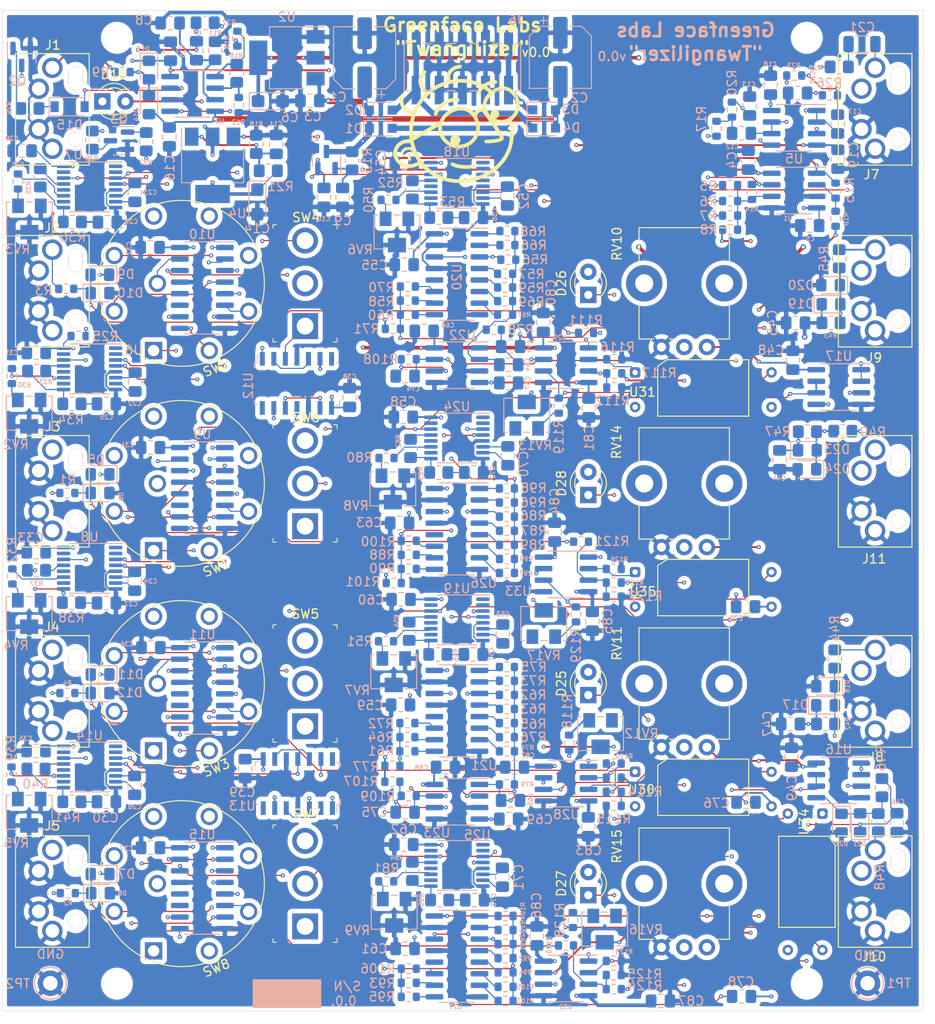
<source format=kicad_pcb>
(kicad_pcb (version 20211014) (generator pcbnew)
  (layers (0 "F.Cu" signal) (1 "In1.Cu" signal) (2 "In2.Cu" signal) (31 "B.Cu" signal) (34 "B.Paste" user) (35 "F.Paste" user) (36 "B.SilkS" user "B.Silkscreen") (37 "F.SilkS" user "F.Silkscreen") (38 "B.Mask" user) (39 "F.Mask" user) (44 "Edge.Cuts" user))
  (net 0 "")
  (net 1 "+12V")
  (net 2 "-12V")
  (net 3 "Net-(C13-Pad1)")
  (net 4 "Net-(C17-Pad1)")
  (net 5 "Net-(C20-Pad1)")
  (net 6 "Net-(C21-Pad1)")
  (net 7 "Net-(C21-Pad2)")
  (net 8 "Net-(C22-Pad1)")
  (net 9 "Net-(C22-Pad2)")
  (net 10 "Net-(C23-Pad1)")
  (net 11 "Net-(C24-Pad1)")
  (net 12 "Net-(C25-Pad1)")
  (net 13 "Net-(C27-Pad1)")
  (net 14 "Net-(C28-Pad1)")
  (net 15 "Net-(C28-Pad2)")
  (net 16 "Net-(C7-Pad1)")
  (net 17 "Net-(C7-Pad2)")
  (net 18 "F3")
  (net 19 "F4")
  (net 20 "F2")
  (net 21 "Net-(J1-Pad2)")
  (net 22 "Net-(C9-Pad1)")
  (net 23 "VCA3")
  (net 24 "VCA1")
  (net 25 "VCA4")
  (net 26 "VCA2")
  (net 27 "Clk")
  (net 28 "Net-(C11-Pad1)")
  (net 29 "Net-(C12-Pad1)")
  (net 30 "Net-(C12-Pad2)")
  (net 31 "Net-(C17-Pad2)")
  (net 32 "Net-(R30-Pad1)")
  (net 33 "Net-(R31-Pad1)")
  (net 34 "Net-(R32-Pad1)")
  (net 35 "Net-(R32-Pad2)")
  (net 36 "Net-(R39-Pad1)")
  (net 37 "Net-(R40-Pad1)")
  (net 38 "Net-(R40-Pad2)")
  (net 39 "1f")
  (net 40 "2f")
  (net 41 "3f")
  (net 42 "4f")
  (net 43 "Net-(C26-Pad1)")
  (net 53 "Net-(C23-Pad2)")
  (net 55 "Net-(U10-Pad3)")
  (net 58 "Net-(U11-Pad3)")
  (net 61 "Net-(C24-Pad2)")
  (net 62 "Net-(C30-Pad1)")
  (net 63 "Net-(C52-Pad1)")
  (net 64 "Net-(C52-Pad2)")
  (net 65 "Net-(C53-Pad1)")
  (net 66 "Net-(C53-Pad2)")
  (net 71 "Net-(C56-Pad1)")
  (net 77 "Net-(C10-Pad1)")
  (net 78 "Net-(R30-Pad2)")
  (net 79 "Net-(R31-Pad2)")
  (net 80 "Net-(R39-Pad2)")
  (net 81 "+9V")
  (net 82 "+5V")
  (net 83 "Net-(C57-Pad1)")
  (net 84 "Net-(C64-Pad1)")
  (net 85 "OSC1")
  (net 86 "Net-(C65-Pad1)")
  (net 87 "OSC3")
  (net 88 "Net-(C70-Pad1)")
  (net 89 "Net-(C70-Pad2)")
  (net 90 "Net-(C71-Pad1)")
  (net 91 "GND")
  (net 92 "Net-(J5-Pad2)")
  (net 93 "Net-(C71-Pad2)")
  (net 94 "Net-(J8-Pad2)")
  (net 95 "Net-(J9-Pad2)")
  (net 96 "Net-(J10-Pad2)")
  (net 97 "Net-(J11-Pad2)")
  (net 98 "Net-(C72-Pad1)")
  (net 99 "Net-(C73-Pad1)")
  (net 100 "Net-(C74-Pad1)")
  (net 101 "OSC2")
  (net 102 "Net-(C75-Pad1)")
  (net 103 "OSC4")
  (net 104 "Net-(C76-Pad2)")
  (net 105 "Net-(C77-Pad2)")
  (net 106 "Net-(C78-Pad2)")
  (net 107 "Net-(C79-Pad2)")
  (net 108 "Net-(D1-Pad2)")
  (net 109 "Net-(D2-Pad2)")
  (net 110 "Net-(D15-Pad1)")
  (net 111 "Net-(D15-Pad2)")
  (net 112 "Net-(D25-Pad1)")
  (net 113 "Net-(D25-Pad2)")
  (net 114 "Net-(D26-Pad1)")
  (net 115 "Net-(D26-Pad2)")
  (net 116 "Net-(D27-Pad1)")
  (net 117 "Net-(D27-Pad2)")
  (net 118 "Net-(D28-Pad1)")
  (net 119 "Net-(D28-Pad2)")
  (net 120 "Net-(J2-Pad2)")
  (net 121 "Net-(J3-Pad2)")
  (net 122 "Net-(J4-Pad2)")
  (net 128 "Net-(Q2-Pad1)")
  (net 129 "Net-(Q3-Pad1)")
  (net 130 "Net-(Q3-Pad3)")
  (net 131 "Net-(R14-Pad2)")
  (net 132 "Net-(R10-Pad1)")
  (net 133 "Net-(R12-Pad2)")
  (net 134 "Net-(R14-Pad1)")
  (net 135 "-9V")
  (net 136 "Net-(R16-Pad1)")
  (net 137 "Net-(R19-Pad1)")
  (net 138 "Net-(R33-Pad1)")
  (net 139 "Net-(R33-Pad2)")
  (net 140 "Net-(R35-Pad1)")
  (net 141 "Net-(R35-Pad2)")
  (net 142 "Net-(R37-Pad1)")
  (net 143 "Net-(R37-Pad2)")
  (net 144 "Net-(R50-Pad1)")
  (net 145 "Net-(R50-Pad2)")
  (net 146 "Net-(R51-Pad1)")
  (net 147 "Net-(R51-Pad2)")
  (net 148 "Net-(R52-Pad1)")
  (net 149 "Net-(R52-Pad2)")
  (net 150 "Net-(R54-Pad1)")
  (net 151 "Net-(R54-Pad2)")
  (net 152 "Net-(R56-Pad1)")
  (net 153 "Net-(R57-Pad1)")
  (net 154 "Net-(R58-Pad1)")
  (net 155 "Net-(R59-Pad1)")
  (net 156 "Net-(R60-Pad1)")
  (net 157 "Net-(R61-Pad1)")
  (net 158 "Net-(R62-Pad1)")
  (net 159 "Net-(R63-Pad1)")
  (net 160 "Net-(R64-Pad1)")
  (net 161 "Net-(R65-Pad1)")
  (net 162 "Net-(R66-Pad1)")
  (net 163 "Net-(R67-Pad1)")
  (net 164 "Net-(R68-Pad1)")
  (net 165 "Net-(R69-Pad1)")
  (net 166 "Net-(R70-Pad1)")
  (net 167 "Net-(R72-Pad1)")
  (net 168 "Net-(R73-Pad1)")
  (net 169 "Net-(R74-Pad1)")
  (net 170 "Net-(R75-Pad1)")
  (net 171 "Net-(R76-Pad1)")
  (net 172 "Net-(R80-Pad1)")
  (net 173 "Net-(R80-Pad2)")
  (net 174 "Net-(R81-Pad1)")
  (net 175 "Net-(R81-Pad2)")
  (net 176 "Net-(R82-Pad1)")
  (net 177 "Net-(R82-Pad2)")
  (net 178 "Net-(R84-Pad1)")
  (net 179 "Net-(R84-Pad2)")
  (net 180 "Net-(R86-Pad1)")
  (net 181 "Net-(R87-Pad1)")
  (net 182 "Net-(R88-Pad1)")
  (net 183 "Net-(R89-Pad1)")
  (net 184 "Net-(R90-Pad1)")
  (net 185 "Net-(R91-Pad1)")
  (net 186 "Net-(R92-Pad1)")
  (net 187 "Net-(R93-Pad1)")
  (net 188 "Net-(R94-Pad1)")
  (net 189 "Net-(R95-Pad1)")
  (net 190 "Net-(R96-Pad1)")
  (net 191 "Net-(R97-Pad1)")
  (net 192 "Net-(R98-Pad1)")
  (net 193 "Net-(R99-Pad1)")
  (net 194 "Net-(R100-Pad1)")
  (net 195 "Net-(R102-Pad1)")
  (net 196 "Net-(R103-Pad1)")
  (net 197 "Net-(R104-Pad1)")
  (net 198 "Net-(R105-Pad1)")
  (net 199 "Net-(R106-Pad1)")
  (net 200 "Net-(R110-Pad2)")
  (net 201 "Net-(R111-Pad2)")
  (net 202 "Net-(R113-Pad1)")
  (net 203 "Net-(R114-Pad2)")
  (net 204 "Net-(R116-Pad1)")
  (net 205 "Net-(R117-Pad2)")
  (net 206 "Net-(R118-Pad1)")
  (net 207 "Net-(R118-Pad2)")
  (net 208 "Net-(R119-Pad1)")
  (net 209 "Net-(R119-Pad2)")
  (net 210 "Net-(R120-Pad2)")
  (net 211 "Net-(R121-Pad2)")
  (net 212 "Net-(R123-Pad1)")
  (net 213 "Net-(R124-Pad2)")
  (net 214 "Net-(R126-Pad1)")
  (net 215 "Net-(R127-Pad2)")
  (net 216 "Net-(R128-Pad1)")
  (net 217 "Net-(R128-Pad2)")
  (net 218 "Net-(R129-Pad1)")
  (net 219 "Net-(R129-Pad2)")
  (net 220 "SIG3")
  (net 222 "SIG1")
  (net 224 "SIG4")
  (net 226 "SIG2")
  (net 230 "Net-(U6-Pad3)")
  (net 231 "F2{slash}1")
  (net 235 "F1{slash}1")
  (net 237 "F3{slash}1")
  (net 239 "Net-(SW1-Pad5)")
  (net 240 "Net-(SW1-Pad1)")
  (net 241 "Net-(SW1-Pad2)")
  (net 242 "Net-(SW1-Pad6)")
  (net 243 "Net-(SW1-Pad7)")
  (net 244 "Net-(SW1-Pad3)")
  (net 245 "Net-(SW1-Pad8)")
  (net 246 "Net-(SW1-Pad4)")
  (net 249 "R2")
  (net 250 "Net-(SW2-Pad5)")
  (net 251 "Net-(SW2-Pad1)")
  (net 252 "Net-(SW2-Pad2)")
  (net 253 "Net-(SW2-Pad6)")
  (net 254 "Net-(SW2-Pad7)")
  (net 255 "Net-(SW2-Pad3)")
  (net 256 "Net-(SW2-Pad8)")
  (net 257 "Net-(SW2-Pad4)")
  (net 259 "R1")
  (net 260 "Net-(SW3-Pad5)")
  (net 261 "Net-(SW3-Pad1)")
  (net 262 "Net-(SW3-Pad2)")
  (net 263 "Net-(SW3-Pad6)")
  (net 264 "Net-(SW3-Pad7)")
  (net 265 "Net-(SW3-Pad3)")
  (net 266 "Net-(SW3-Pad8)")
  (net 267 "Net-(SW3-Pad4)")
  (net 269 "R3")
  (net 270 "Net-(SW5-Pad3)")
  (net 271 "Net-(U12-Pad2)")
  (net 272 "Net-(U12-Pad12)")
  (net 273 "Net-(SW6-Pad3)")
  (net 274 "Net-(SW4-Pad3)")
  (net 275 "Net-(U13-Pad2)")
  (net 276 "Net-(U13-Pad12)")
  (net 277 "F4{slash}1")
  (net 278 "Net-(SW7-Pad3)")
  (net 279 "Net-(U14-Pad3)")
  (net 281 "Net-(SW8-Pad5)")
  (net 282 "Net-(SW8-Pad1)")
  (net 283 "Net-(SW8-Pad2)")
  (net 284 "Net-(SW8-Pad6)")
  (net 285 "Net-(SW8-Pad7)")
  (net 286 "Net-(SW8-Pad3)")
  (net 287 "Net-(SW8-Pad8)")
  (net 288 "Net-(SW8-Pad4)")
  (net 289 "R4")
  (net 290 "F1")
  (net 291 "Net-(U18-Pad4)")
  (net 294 "Net-(U19-Pad4)")
  (net 300 "Net-(U24-Pad4)")
  (net 306 "Net-(U25-Pad4)")
  (net 312 "Net-(D16-Pad1)")
  (footprint "digikey-footprints:Toggle_Switch_100SP1T1B4M2QE" (layer "F.Cu") (at 73.3 140.7 90)
    (fp_text reference "SW7")
    (fp_text value "SW_SPDT")
  )
  (footprint "MountingHole:MountingHole_2.5mm" (layer "F.Cu") (at 128.48 43)
    (fp_text reference "H2" hide)
    (fp_text value locked "MountingHole")
  )
  (footprint "sputterizer:NSL-32SR3" (layer "F.Cu") (at 109.6 101.75)
    (fp_text reference "U35")
    (fp_text value "NSL-32SR3")
  )
  (footprint "Potentiometer_THT:Potentiometer_Bourns_PTV09A-1_Single_Vertical" (layer "F.Cu") (at 117.5 77 90)
    (fp_text reference "RV10")
    (fp_text value "1K")
  )
  (footprint "digikey-footprints:Toggle_Switch_100SP1T1B4M2QE" (layer "F.Cu") (at 73.3 74.7 90)
    (fp_text reference "SW4")
    (fp_text value "SW_SPDT")
  )
  (footprint "sputterizer:CPA_8" (layer "F.Cu") (at 59.7 70)
    (fp_text reference "SW2")
    (fp_text value "SW_Rotary8")
  )
  (footprint "Potentiometer_THT:Potentiometer_Bourns_PTV09A-1_Single_Vertical" (layer "F.Cu") (at 117.5 121 90)
    (fp_text reference "RV11")
    (fp_text value "1K")
  )
  (footprint "LED_THT:LED_D3.0mm" (layer "F.Cu") (at 51 50)
    (fp_text reference "D16")
    (fp_text value "GREEN LED")
  )
  (footprint "sputterizer:Molex-0472570001" (layer "F.Cu") (at 45.5 70.87 90)
    (fp_text reference "J2")
    (fp_text value "3.5mm Jack")
  )
  (footprint "LED_THT:LED_D3.0mm" (layer "F.Cu") (at 104.45 71.27 90)
    (fp_text reference "D26")
    (fp_text value "RED LED")
  )
  (footprint "Potentiometer_THT:Potentiometer_Bourns_PTV09A-1_Single_Vertical" (layer "F.Cu") (at 117.5 99 90)
    (fp_text reference "RV14")
    (fp_text value "1K")
  )
  (footprint "LED_THT:LED_D3.0mm" (layer "F.Cu") (at 104.45 93.27 90)
    (fp_text reference "D28")
    (fp_text value "RED LED")
  )
  (footprint "panel:small_face" (layer "F.Cu") (at 89.9 52.9)
    (fp_text reference "GR1" hide)
    (fp_text value "small_logo" hide)
  )
  (footprint "LED_THT:LED_D3.0mm" (layer "F.Cu") (at 104.45 137.27 90)
    (fp_text reference "D27")
    (fp_text value "RED LED")
  )
  (footprint "sputterizer:Molex-0472570001" (layer "F.Cu") (at 136 70.87 90)
    (fp_text reference "J9")
    (fp_text value "3.5mm Jack")
  )
  (footprint "digikey-footprints:Toggle_Switch_100SP1T1B4M2QE" (layer "F.Cu") (at 73.3 96.7 90)
    (fp_text reference "SW6")
    (fp_text value "SW_SPDT")
  )
  (footprint "MountingHole:MountingHole_2.5mm" (layer "F.Cu") (at 52.6 43)
    (fp_text reference "H1" hide)
    (fp_text value "MountingHole")
  )
  (footprint "sputterizer:Molex-0472570001" (layer "F.Cu") (at 45.5 92.87 90)
    (fp_text reference "J3")
    (fp_text value "3.5mm Jack")
  )
  (footprint "LED_THT:LED_D3.0mm" (layer "F.Cu") (at 104.45 115.27 90)
    (fp_text reference "D25")
    (fp_text value "RED LED")
  )
  (footprint "sputterizer:CPA_8" (layer "F.Cu") (at 59.7 136)
    (fp_text reference "SW8")
    (fp_text value "SW_Rotary8")
  )
  (footprint "MountingHole:MountingHole_2.5mm" (layer "F.Cu") (at 128.48 147)
    (fp_text reference "H3" hide)
    (fp_text value "MountingHole")
  )
  (footprint "Potentiometer_THT:Potentiometer_Bourns_PTV09A-1_Single_Vertical" (layer "F.Cu") (at 117.5 143 90)
    (fp_text reference "RV15")
    (fp_text value "1K")
  )
  (footprint "sputterizer:NSL-32SR3" (layer "F.Cu") (at 109.6 123.7)
    (fp_text reference "U30")
    (fp_text value "NSL-32SR3")
  )
  (footprint "digikey-footprints:Toggle_Switch_100SP1T1B4M2QE" (layer "F.Cu") (at 73.3 118.7 90)
    (fp_text reference "SW5")
    (fp_text value "SW_SPDT")
  )
  (footprint "sputterizer:Molex-0472570001" (layer "F.Cu") (at 136 50.87 90)
    (fp_text reference "J7")
    (fp_text value "3.5mm Jack")
  )
  (footprint "MountingHole:MountingHole_2.5mm" (layer "F.Cu") (at 52.6 147)
    (fp_text reference "H4" hide)
    (fp_text value "MountingHole")
  )
  (footprint "sputterizer:CPA_8" (layer "F.Cu") (at 59.7 92)
    (fp_text reference "SW1")
    (fp_text value "SW_Rotary8")
  )
  (footprint "sputterizer:CPA_8" (layer "F.Cu") (at 59.7 114)
    (fp_text reference "SW3")
    (fp_text value "SW_Rotary8")
  )
  (footprint "sputterizer:NSL-32SR3" (layer "F.Cu") (at 130.2 128.3 -90)
    (fp_text reference "U34")
    (fp_text value "NSL-32SR3")
  )
  (footprint "sputterizer:Molex-0472570001" (layer "F.Cu") (at 45.5 136.87 90)
    (fp_text reference "J5")
    (fp_text value "3.5mm Jack")
  )
  (footprint "sputterizer:Molex-0472570001" (layer "F.Cu") (at 136 136.87 90)
    (fp_text reference "J10")
    (fp_text value "3.5mm Jack")
  )
  (footprint "sputterizer:Molex-0472570001" (layer "F.Cu") (at 45.5 114.87 90)
    (fp_text reference "J4")
    (fp_text value "3.5mm Jack")
  )
  (footprint "sputterizer:Molex-0472570001" (layer "F.Cu") (at 136 92.87 90)
    (fp_text reference "J11")
    (fp_text value "3.5mm Jack")
  )
  (footprint "sputterizer:Molex-0472570001" (layer "F.Cu") (at 45.5 50.87 90)
    (fp_text reference "J1")
    (fp_text value "3.5mm Jack")
  )
  (footprint "sputterizer:NSL-32SR3" (layer "F.Cu") (at 109.6 79.8)
    (fp_text reference "U31")
    (fp_text value "NSL-32SR3")
  )
  (footprint "sputterizer:Molex-0472570001" (layer "F.Cu") (at 136 114.87 90)
    (fp_text reference "J8")
    (fp_text value "3.5mm Jack")
  )
  (footprint "Diode_SMD:D_SOD-123" (layer "B.Cu") (at 47.4 50.575)
    (fp_text reference "D15")
    (fp_text value "1N4148")
  )
  (footprint "Package_SO:SOIC-8_3.9x4.9mm_P1.27mm" (layer "B.Cu") (at 60.925 49.175 180)
    (fp_text reference "U3")
    (fp_text value "TL072CP")
  )
  (footprint "Resistor_SMD:R_0805_2012Metric_Pad1.20x1.40mm_HandSolder" (layer "B.Cu") (at 47.7 63.25)
    (fp_text reference "R36")
    (fp_text value "1.5K")
  )
  (footprint "Package_TO_SOT_SMD:SOT-23" (layer "B.Cu") (at 42.125 45.1 -90)
    (fp_text reference "Q2")
    (fp_text value "MMBT3904")
  )
  (footprint "Resistor_SMD:R_0603_1608Metric" (layer "B.Cu") (at 41 124 -90)
    (fp_text reference "R39")
    (fp_text value "10K")
  )
  (footprint "Resistor_SMD:R_0805_2012Metric_Pad1.20x1.40mm_HandSolder" (layer "B.Cu") (at 84.9 88.15 -90)
    (fp_text reference "R82")
    (fp_text value "27K")
  )
  (footprint "Resistor_SMD:R_0805_2012Metric_Pad1.20x1.40mm_HandSolder" (layer "B.Cu") (at 55.825 54.425 -90)
    (fp_text reference "R27")
    (fp_text value "68K")
  )
  (footprint "Package_SO:SOIC-16_3.9x9.9mm_P1.27mm" (layer "B.Cu") (at 90 144 180)
    (fp_text reference "U27")
    (fp_text value "CD4017")
  )
  (footprint "Capacitor_SMD:C_0805_2012Metric_Pad1.18x1.45mm_HandSolder" (layer "B.Cu") (at 58.45 41.375)
    (fp_text reference "C8")
    (fp_text value "1nF")
  )
  (footprint "Capacitor_SMD:C_0805_2012Metric_Pad1.18x1.45mm_HandSolder" (layer "B.Cu") (at 54.55 125.2 -90)
    (fp_text reference "C28")
    (fp_text value "680pF")
  )
  (footprint "Resistor_SMD:R_0603_1608Metric" (layer "B.Cu") (at 95.35 148.9)
    (fp_text reference "R103")
    (fp_text value "174K")
  )
  (footprint "Capacitor_SMD:C_0805_2012Metric_Pad1.18x1.45mm_HandSolder" (layer "B.Cu") (at 77.425 60.55 -90)
    (fp_text reference "C9")
    (fp_text value "100nF")
  )
  (footprint "Diode_SMD:D_0805_2012Metric_Pad1.15x1.40mm_HandSolder" (layer "B.Cu") (at 56.125 50.375 -90)
    (fp_text reference "D14")
    (fp_text value "1N5819")
  )
  (footprint "Resistor_SMD:R_0603_1608Metric" (layer "B.Cu") (at 95.5 125.1 180)
    (fp_text reference "R79")
    (fp_text value "332K")
  )
  (footprint "Resistor_SMD:R_0603_1608Metric" (layer "B.Cu") (at 41.05 80.2 -90)
    (fp_text reference "R30")
    (fp_text value "10K")
  )
  (footprint "Resistor_SMD:R_0603_1608Metric" (layer "B.Cu") (at 94.05 75.1)
    (fp_text reference "R78")
    (fp_text value "332K")
  )
  (footprint "Capacitor_SMD:C_0805_2012Metric_Pad1.18x1.45mm_HandSolder" (layer "B.Cu") (at 100.75 97.35 90)
    (fp_text reference "C84")
    (fp_text value "100nF")
  )
  (footprint "Resistor_SMD:R_0603_1608Metric" (layer "B.Cu") (at 95.5 113.7)
    (fp_text reference "R73")
    (fp_text value "150K")
  )
  (footprint "Resistor_SMD:R_0603_1608Metric" (layer "B.Cu") (at 82.2 109.35 180)
    (fp_text reference "R51")
    (fp_text value "10K")
  )
  (footprint "Capacitor_SMD:C_0805_2012Metric_Pad1.18x1.45mm_HandSolder" (layer "B.Cu") (at 121.8 127.05 180)
    (fp_text reference "C76")
    (fp_text value "22uF")
  )
  (footprint "Potentiometer_SMD:Potentiometer_Bourns_3224W_Vertical" (layer "B.Cu") (at 99.55 107.4)
    (fp_text reference "RV17")
    (fp_text value "500")
  )
  (footprint "Potentiometer_SMD:Potentiometer_Bourns_3224W_Vertical" (layer "B.Cu") (at 97.675 84.5)
    (fp_text reference "RV13")
    (fp_text value "500")
  )
  (footprint "Package_SO:TSSOP-16_4.4x5mm_P0.65mm" (layer "B.Cu") (at 90 134 180)
    (fp_text reference "U25")
    (fp_text value "CD4046")
  )
  (footprint "Resistor_SMD:R_0603_1608Metric" (layer "B.Cu") (at 41.1 102.225 -90)
    (fp_text reference "R32")
    (fp_text value "10K")
  )
  (footprint "Resistor_SMD:R_0603_1608Metric" (layer "B.Cu") (at 95.5 119.9)
    (fp_text reference "R76")
    (fp_text value "287K")
  )
  (footprint "Resistor_SMD:R_0603_1608Metric" (layer "B.Cu") (at 83.05 102.95)
    (fp_text reference "R101")
    (fp_text value "200K")
  )
  (footprint "Resistor_SMD:R_0805_2012Metric_Pad1.20x1.40mm_HandSolder" (layer "B.Cu") (at 47.6 105.1)
    (fp_text reference "R38")
    (fp_text value "1.5K")
  )
  (footprint "Package_SO:SOIC-8_3.9x4.9mm_P1.27mm" (layer "B.Cu") (at 102 125 180)
    (fp_text reference "U28")
    (fp_text value "TL072CP")
  )
  (footprint "Diode_SMD:D_0805_2012Metric_Pad1.15x1.40mm_HandSolder" (layer "B.Cu") (at 128.55 88.35)
    (fp_text reference "D23")
    (fp_text value "1N5819")
  )
  (footprint "Diode_SMD:D_0805_2012Metric_Pad1.15x1.40mm_HandSolder" (layer "B.Cu") (at 50.725 69.05 180)
    (fp_text reference "D9")
    (fp_text value "1N5819")
  )
  (footprint "sputterizer:Potentiometer_Bourns_3224W_Vertical" (layer "B.Cu") (at 42.95 84.275 180)
    (fp_text reference "RV2")
    (fp_text value "50K")
  )
  (footprint "Capacitor_SMD:C_0805_2012Metric_Pad1.18x1.45mm_HandSolder" (layer "B.Cu") (at 56.3375 110.05 180)
    (fp_text reference "C36")
    (fp_text value "100nF")
  )
  (footprint "Capacitor_SMD:C_0805_2012Metric_Pad1.18x1.45mm_HandSolder" (layer "B.Cu") (at 121.3 53.5 180)
    (fp_text reference "C12")
    (fp_text value "100pF")
  )
  (footprint "Capacitor_SMD:C_0805_2012Metric_Pad1.18x1.45mm_HandSolder" (layer "B.Cu") (at 51.45 105.15)
    (fp_text reference "C27")
    (fp_text value "10uF")
  )
  (footprint "Capacitor_SMD:C_0805_2012Metric_Pad1.18x1.45mm_HandSolder" (layer "B.Cu") (at 91.8 110.8)
    (fp_text reference "C57")
    (fp_text value "10uF")
  )
  (footprint "Capacitor_SMD:C_0805_2012Metric_Pad1.18x1.45mm_HandSolder" (layer "B.Cu") (at 75.375 60.55 -90)
    (fp_text reference "C10")
    (fp_text value "100nF")
  )
  (footprint "Capacitor_SMD:CP_Elec_6.3x5.4_Nichicon" (layer "B.Cu") (at 79.85 45.2 90)
    (fp_text reference "C1")
    (fp_text value "100uF")
  )
  (footprint "Package_SO:SOIC-16_3.9x9.9mm_P1.27mm" (layer "B.Cu") (at 62 70.5 180)
    (fp_text reference "U10")
    (fp_text value "CD4017")
  )
  (footprint "Resistor_SMD:R_0603_1608Metric" (layer "B.Cu") (at 131.65 62.9 -90)
    (fp_text reference "R10")
    (fp_text value "10K")
  )
  (footprint "Resistor_SMD:R_0805_2012Metric_Pad1.20x1.40mm_HandSolder" (layer "B.Cu") (at 136.35 129.3 90)
    (fp_text reference "R48")
    (fp_text value "510")
  )
  (footprint "Resistor_SMD:R_0603_1608Metric" (layer "B.Cu") (at 120.05 62.55 180)
    (fp_text reference "R7")
    (fp_text value "10K")
  )
  (footprint "Capacitor_SMD:C_0805_2012Metric_Pad1.18x1.45mm_HandSolder" (layer "B.Cu") (at 84.3 128.15)
    (fp_text reference "C75")
    (fp_text value "30p")
  )
  (footprint "Resistor_SMD:R_0603_1608Metric" (layer "B.Cu") (at 95.35 141.1)
    (fp_text reference "R102")
    (fp_text value "150K")
  )
  (footprint "Resistor_SMD:R_0603_1608Metric" (layer "B.Cu") (at 118.55 53 -90)
    (fp_text reference "R17")
    (fp_text value "133K")
  )
  (footprint "Package_SO:TSSOP-16_4.4x5mm_P0.65mm" (layer "B.Cu") (at 90 107 180)
    (fp_text reference "U19")
    (fp_text value "CD4046")
  )
  (footprint "Diode_SMD:D_0805_2012Metric_Pad1.15x1.40mm_HandSolder" (layer "B.Cu") (at 50.8 137.05)
    (fp_text reference "D8")
    (fp_text value "1N5819")
  )
  (footprint "Capacitor_SMD:C_0805_2012Metric_Pad1.18x1.45mm_HandSolder" (layer "B.Cu") (at 91.85 90.8)
    (fp_text reference "C72")
    (fp_text value "10uF")
  )
  (footprint "Resistor_SMD:R_0805_2012Metric_Pad1.20x1.40mm_HandSolder" (layer "B.Cu") (at 49.9 54.25 90)
    (fp_text reference "R29")
    (fp_text value "27K")
  )
  (footprint "Resistor_SMD:R_0603_1608Metric" (layer "B.Cu") (at 84.7 126.35)
    (fp_text reference "R109")
    (fp_text value "332K")
  )
  (footprint "Capacitor_SMD:C_0805_2012Metric_Pad1.18x1.45mm_HandSolder" (layer "B.Cu") (at 95.55 60.4 -90)
    (fp_text reference "C52")
    (fp_text value "300p")
  )
  (footprint "Package_SO:SOIC-16_3.9x9.9mm_P1.27mm" (layer "B.Cu") (at 90 97 180)
    (fp_text reference "U26")
    (fp_text value "CD4017")
  )
  (footprint "Package_SO:SOIC-8_3.9x4.9mm_P1.27mm" (layer "B.Cu") (at 132 81.4 180)
    (fp_text reference "U17")
    (fp_text value "CD40107")
  )
  (footprint "Capacitor_SMD:C_0805_2012Metric_Pad1.18x1.45mm_HandSolder" (layer "B.Cu") (at 54.575 60 -90)
    (fp_text reference "C23")
    (fp_text value "1nF")
  )
  (footprint "Resistor_SMD:R_0603_1608Metric" (layer "B.Cu") (at 84.6 70.35 180)
    (fp_text reference "R70")
    (fp_text value "191K")
  )
  (footprint "Package_TO_SOT_SMD:SOT-23" (layer "B.Cu") (at 52.825 54.325 180)
    (fp_text reference "Q3")
    (fp_text value "MMBT3904")
  )
  (footprint "Resistor_SMD:R_0603_1608Metric" (layer "B.Cu") (at 120.25 50.9 -90)
    (fp_text reference "R20")
    (fp_text value "475K")
  )
  (footprint "Resistor_SMD:R_0805_2012Metric_Pad1.20x1.40mm_HandSolder" (layer "B.Cu") (at 78.475 56.525 90)
    (fp_text reference "R13")
    (fp_text value "68K")
  )
  (footprint "TestPoint:TestPoint_Keystone_5005-5009_Compact" (layer "B.Cu") (at 135.17 146.95 180)
    (fp_text reference "TP1")
    (fp_text value "TestPoint")
  )
  (footprint "Resistor_SMD:R_0603_1608Metric" (layer "B.Cu") (at 95.5 118.35)
    (fp_text reference "R65")
    (fp_text value "300K")
  )
  (footprint "Resistor_SMD:R_0805_2012Metric_Pad1.20x1.40mm_HandSolder" (layer "B.Cu") (at 131.15 74.35 180)
    (fp_text reference "R43")
    (fp_text value "510")
  )
  (footprint "sputterizer:Potentiometer_Bourns_3224W_Vertical" (layer "B.Cu") (at 42.95 106.3 180)
    (fp_text reference "RV4")
    (fp_text value "50K")
  )
  (footprint "Capacitor_SMD:C_0805_2012Metric_Pad1.18x1.45mm_HandSolder" (layer "B.Cu") (at 91.8375 62.775)
    (fp_text reference "C56")
    (fp_text value "10uF")
  )
  (footprint "Resistor_SMD:R_0603_1608Metric" (layer "B.Cu") (at 84.55 119.9 180)
    (fp_text reference "R64")
    (fp_text value "210K")
  )
  (footprint "Capacitor_SMD:C_0805_2012Metric_Pad1.18x1.45mm_HandSolder" (layer "B.Cu") (at 126.8 122.1 90)
    (fp_text reference "C49")
    (fp_text value "100nF")
  )
  (footprint "Resistor_SMD:R_0603_1608Metric" (layer "B.Cu") (at 82.95 75)
    (fp_text reference "R71")
    (fp_text value "200K")
  )
  (footprint "Capacitor_SMD:C_0805_2012Metric_Pad1.18x1.45mm_HandSolder" (layer "B.Cu") (at 95.7 80.95 180)
    (fp_text reference "C67")
    (fp_text value "100nF")
  )
  (footprint "digikey-footprints:SOIC-14_W3.9mm" (layer "B.Cu") (at 72.4 81)
    (fp_text reference "U12")
    (fp_text value "4013")
  )
  (footprint "Capacitor_SMD:C_0805_2012Metric_Pad1.18x1.45mm_HandSolder" (layer "B.Cu") (at 58.5 44.475 90)
    (fp_text reference "C15")
    (fp_text value "100nF")
  )
  (footprint "Resistor_SMD:R_0603_1608Metric" (layer "B.Cu") (at 107.25 124.35)
    (fp_text reference "R113" hide)
    (fp_text value "20K")
  )
  (footprint "Resistor_SMD:R_0805_2012Metric_Pad1.20x1.40mm_HandSolder" (layer "B.Cu") (at 47.65 127)
    (fp_text reference "R41")
    (fp_text value "1.5K")
  )
  (footprint "Resistor_SMD:R_0603_1608Metric" (layer "B.Cu") (at 95.5 112.18)
    (fp_text reference "R75")
    (fp_text value "261K")
  )
  (footprint "Capacitor_SMD:C_0805_2012Metric_Pad1.18x1.45mm_HandSolder" (layer "B.Cu") (at 127.475 49.075 180)
    (fp_text reference "C20")
    (fp_text value "100pF")
  )
  (footprint "Package_TO_SOT_SMD:SOT-23" (layer "B.Cu") (at 75.65 56.45 90)
    (fp_text reference "Q1")
    (fp_text value "MMBT3904")
  )
  (footprint "Resistor_SMD:R_0603_1608Metric" (layer "B.Cu") (at 95.5 121.45)
    (fp_text reference "R74")
    (fp_text value "174K")
  )
  (footprint "Resistor_SMD:R_0603_1608Metric" (layer "B.Cu") (at 65.85 43.1 90)
    (fp_text reference "R19")
    (fp_text value "10K")
  )
  (footprint "Capacitor_SMD:C_0805_2012Metric_Pad1.18x1.45mm_HandSolder" (layer "B.Cu") (at 95.7 128.9 180)
    (fp_text reference "C69")
    (fp_text value "100nF")
  )
  (footprint "Capacitor_SMD:C_0805_2012Metric_Pad1.18x1.45mm_HandSolder" (layer "B.Cu") (at 112.4 148.9 180)
    (fp_text reference "C87")
    (fp_text value "100nF")
  )
  (footprint "Diode_SMD:D_0805_2012Metric_Pad1.15x1.40mm_HandSolder" (layer "B.Cu") (at 50.75 113 180)
    (fp_text reference "D11")
    (fp_text value "1N5819")
  )
  (footprint "Resistor_SMD:R_0603_1608Metric" (layer "B.Cu") (at 107.25 122.8)
    (fp_text reference "R110")
    (fp_text value "200K")
  )
  (footprint "Diode_SMD:D_0805_2012Metric_Pad1.15x1.40mm_HandSolder" (layer "B.Cu") (at 131.15 72.3)
    (fp_text reference "D19")
    (fp_text value "1N5819")
  )
  (footprint "Resistor_SMD:R_0603_1608Metric" (layer "B.Cu") (at 95.65 67.4)
    (fp_text reference "R56")
    (fp_text value "162K")
  )
  (footprint "Package_TO_SOT_SMD:SOT-223-3_TabPin2" (layer "B.Cu") (at 63.125 57.025 -90)
    (fp_text reference "U4")
    (fp_text value "LM317_SOT-223")
  )
  (footprint "Resistor_SMD:R_0603_1608Metric" (layer "B.Cu") (at 131.65 59.8 -90)
    (fp_text reference "R15")
    (fp_text value "10K")
  )
  (footprint "Package_SO:SOIC-8_3.9x4.9mm_P1.27mm" (layer "B.Cu") (at 102 102 180)
    (fp_text reference "U33")
    (fp_text value "TL072CP")
  )
  (footprint "Diode_SMD:D_0805_2012Metric_Pad1.15x1.40mm_HandSolder" (layer "B.Cu") (at 50.75 91 180)
    (fp_text reference "D5")
    (fp_text value "1N5819")
  )
  (footprint "Resistor_SMD:R_0603_1608Metric" (layer "B.Cu") (at 84.7 145.35 180)
    (fp_text reference "R106")
    (fp_text value "191K")
  )
  (footprint "Capacitor_SMD:C_0805_2012Metric_Pad1.18x1.45mm_HandSolder" (layer "B.Cu") (at 104.9 107.15 90)
    (fp_text reference "C85")
    (fp_text value "100nF")
  )
  (footprint "Resistor_SMD:R_0805_2012Metric_Pad1.20x1.40mm_HandSolder" (layer "B.Cu") (at 69.25 57.625 180)
    (fp_text reference "R21")
    (fp_text value "620")
  )
  (footprint "Resistor_SMD:R_0603_1608Metric" (layer "B.Cu") (at 107.25 147.6)
    (fp_text reference "R124")
    (fp_text value "180K")
  )
  (footprint "Capacitor_SMD:C_0805_2012Metric_Pad1.18x1.45mm_HandSolder" (layer "B.Cu") (at 73.825 49.925 180)
    (fp_text reference "C3")
    (fp_text value "100nF")
  )
  (footprint "Resistor_SMD:R_0603_1608Metric" (layer "B.Cu") (at 95.5 92.55)
    (fp_text reference "R98")
    (fp_text value "261K")
  )
  (footprint "Capacitor_SMD:C_0805_2012Metric_Pad1.18x1.45mm_HandSolder" (layer "B.Cu") (at 43.725 77.625 180)
    (fp_text reference "C31")
    (fp_text value "100nF")
  )
  (footprint "Resistor_SMD:R_0603_1608Metric" (layer "B.Cu") (at 102 142.8)
    (fp_text reference "R120")
    (fp_text value "200K")
  )
  (footprint "Resistor_SMD:R_0603_1608Metric" (layer "B.Cu") (at 95.35 142.65)
    (fp_text reference "R91")
    (fp_text value "162K")
  )
  (footprint "Capacitor_SMD:C_0805_2012Metric_Pad1.18x1.45mm_HandSolder" (layer "B.Cu") (at 83.7 96.35 180)
    (fp_text reference "C63")
    (fp_text value "100nF")
  )
  (footprint "Resistor_SMD:R_0603_1608Metric" (layer "B.Cu") (at 47.15 93.05 180)
    (fp_text reference "R1")
    (fp_text value "10K")
  )
  (footprint "Capacitor_SMD:C_0805_2012Metric_Pad1.18x1.45mm_HandSolder" (layer "B.Cu") (at 126.7 118.45 180)
    (fp_text reference "C47")
    (fp_text value "100nF")
  )
  (footprint "Resistor_SMD:R_0603_1608Metric" (layer "B.Cu") (at 103.65 98.4)
    (fp_text reference "R121")
    (fp_text value "200K")
  )
  (footprint "Resistor_SMD:R_0603_1608Metric" (layer "B.Cu") (at 95.5 97.2)
    (fp_text reference "R87")
    (fp_text value "154K")
  )
  (footprint "Diode_SMD:D_0805_2012Metric_Pad1.15x1.40mm_HandSolder" (layer "B.Cu") (at 130.55 114.3 180)
    (fp_text reference "D18")
    (fp_text value "1N5819")
  )
  (footprint "Resistor_SMD:R_0603_1608Metric" (layer "B.Cu") (at 107.3 78.35)
    (fp_text reference "R116")
    (fp_text value "20K")
  )
  (footprint "Diode_SMD:D_SOD-323_HandSoldering" (layer "B.Cu") (at 99.6 50.925)
    (fp_text reference "D3")
    (fp_text value "1N5819")
  )
  (footprint "Resistor_SMD:R_0805_2012Metric_Pad1.20x1.40mm_HandSolder" (layer "B.Cu") (at 88.1 137.8)
    (fp_text reference "R85")
    (fp_text value "1.5K")
  )
  (footprint "Resistor_SMD:R_0603_1608Metric" (layer "B.Cu") (at 107.25 101.4)
    (fp_text reference "R126")
    (fp_text value "20K")
  )
  (footprint "Resistor_SMD:R_0603_1608Metric" (layer "B.Cu") (at 47.2 137.05 180)
    (fp_text reference "R2")
    (fp_text value "10K")
  )
  (footprint "Capacitor_SMD:C_0805_2012Metric_Pad1.18x1.45mm_HandSolder" (layer "B.Cu") (at 131.9 56.35 90)
    (fp_text reference "C19")
    (fp_text value "100nF")
  )
  (footprint "Diode_SMD:D_0805_2012Metric_Pad1.15x1.40mm_HandSolder" (layer "B.Cu") (at 130.55 116.4)
    (fp_text reference "D17")
    (fp_text value "1N5819")
  )
  (footprint "Capacitor_SMD:C_0805_2012Metric_Pad1.18x1.45mm_HandSolder" (layer "B.Cu") (at 83.8 116.35 180)
    (fp_text reference "C59")
    (fp_text value "100nF")
  )
  (footprint "Resistor_SMD:R_0603_1608Metric" (layer "B.Cu") (at 95.5 116.8)
    (fp_text reference "R63")
    (fp_text value "154K")
  )
  (footprint "Resistor_SMD:R_0603_1608Metric" (layer "B.Cu") (at 107.3 79.9)
    (fp_text reference "R117")
    (fp_text value "180K")
  )
  (footprint "Resistor_SMD:R_0603_1608Metric" (layer "B.Cu") (at 131.025 49.325)
    (fp_text reference "R26")
    (fp_text value "143K")
  )
  (footprint "Capacitor_Tantalum_SMD:CP_EIA-3216-18_Kemet-A" (layer "B.Cu") (at 68.05 61.05 -90)
    (fp_text reference "C14")
    (fp_text value "22uF")
  )
  (footprint "Resistor_SMD:R_0805_2012Metric_Pad1.20x1.40mm_HandSolder" (layer "B.Cu") (at 128.55 86.3 180)
    (fp_text reference "R47")
    (fp_text value "510")
  )
  (footprint "TestPoint:TestPoint_Keystone_5005-5009_Compact" (layer "B.Cu") (at 45.28 146.95 180)
    (fp_text reference "TP2")
    (fp_text value "TestPoint")
  )
  (footprint "digikey-footprints:SOIC-14_W3.9mm" (layer "B.Cu") (at 72.5 125 180)
    (fp_text reference "U13")
    (fp_text value "4013")
  )
  (footprint "Resistor_SMD:R_0603_1608Metric" (layer "B.Cu") (at 84.6 71.9 180)
    (fp_text reference "R58")
    (fp_text value "210K")
  )
  (footprint "Capacitor_SMD:C_0805_2012Metric_Pad1.18x1.45mm_HandSolder" (layer "B.Cu") (at 95.9 126.85 180)
    (fp_text reference "C65")
    (fp_text value "30p")
  )
  (footprint "Capacitor_SMD:C_0805_2012Metric_Pad1.18x1.45mm_HandSolder" (layer "B.Cu") (at 95.6 88.9625 -90)
    (fp_text reference "C70")
    (fp_text value "300p")
  )
  (footprint "Resistor_SMD:R_0603_1608Metric" (layer "B.Cu") (at 47.025 70.6 180)
    (fp_text reference "R3")
    (fp_text value "10K")
  )
  (footprint "Diode_SMD:D_0805_2012Metric_Pad1.15x1.40mm_HandSolder" (layer "B.Cu") (at 131.1 70.2 180)
    (fp_text reference "D20")
    (fp_text value "1N5819")
  )
  (footprint "Capacitor_SMD:C_0805_2012Metric_Pad1.18x1.45mm_HandSolder" (layer "B.Cu") (at 125.5 89.4 -90)
    (fp_text reference "C44")
    (fp_text value "100nF")
  )
  (footprint "Resistor_SMD:R_0603_1608Metric" (layer "B.Cu") (at 104.2 75.45)
    (fp_text reference "R111")
    (fp_text value "200K")
  )
  (footprint "Capacitor_SMD:C_0805_2012Metric_Pad1.18x1.45mm_HandSolder" (layer "B.Cu") (at 84.2 67.95 180)
    (fp_text reference "C55")
    (fp_text value "100nF")
  )
  (footprint "Capacitor_SMD:C_0805_2012Metric_Pad1.18x1.45mm_HandSolder" (layer "B.Cu") (at 84.2 56.775 180)
    (fp_text reference "C54")
    (fp_text value "100nF")
  )
  (footprint "Resistor_SMD:R_0805_2012Metric_Pad1.20x1.40mm_HandSolder" (layer "B.Cu") (at 43.7 123.4 180)
    (fp_text reference "R40")
    (fp_text value "27K")
  )
  (footprint "sputterizer:Potentiometer_Bourns_3224W_Vertical" (layer "B.Cu") (at 83.1 139.15 180)
    (fp_text reference "RV9")
    (fp_text value "50K")
  )
  (footprint "Resistor_SMD:R_0805_2012Metric_Pad1.20x1.40mm_HandSolder" (layer "B.Cu") (at 47.65 83.25)
    (fp_text reference "R34")
    (fp_text value "1.5K")
  )
  (footprint "Resistor_SMD:R_0603_1608Metric" (layer "B.Cu") (at 120.05 64.1 180)
    (fp_text reference "R8")
    (fp_text value "10K")
  )
  (footprint "Package_SO:TSSOP-16_4.4x5mm_P0.65mm" (layer "B.Cu") (at 90 59 180)
    (fp_text reference "U18")
    (fp_text value "CD4046")
  )
  (footprint "Capacitor_SMD:C_0805_2012Metric_Pad1.18x1.45mm_HandSolder" (layer "B.Cu") (at 104.5 83.7 90)
    (fp_text reference "C81")
    (fp_text value "100nF")
  )
  (footprint "Resistor_SMD:R_0603_1608Metric" (layer "B.Cu") (at 84.7 148.45 180)
    (fp_text reference "R95")
    (fp_text value "237K")
  )
  (footprint "Package_SO:TSSOP-16_4.4x5mm_P0.65mm" (layer "B.Cu") (at 49.6 79.4 180)
    (fp_text reference "U6")
    (fp_text value "CD4046")
  )
  (footprint "Diode_SMD:D_0805_2012Metric_Pad1.15x1.40mm_HandSolder" (layer "B.Cu") (at 50.75 134.95 180)
    (fp_text reference "D7")
    (fp_text value "1N5819")
  )
  (footprint "Capacitor_SMD:C_0805_2012Metric_Pad1.18x1.45mm_HandSolder" (layer "B.Cu") (at 61.35 44.425 -90)
    (fp_text reference "C7")
    (fp_text value "100nF")
  )
  (footprint "Resistor_SMD:R_0603_1608Metric" (layer "B.Cu") (at 82.9 124.8)
    (fp_text reference "R107")
    (fp_text value "200K")
  )
  (footprint "Resistor_SMD:R_0603_1608Metric" (layer "B.Cu") (at 84.7 98.3 180)
    (fp_text reference "R100")
    (fp_text value "191K")
  )
  (footprint "Package_SO:SOIC-16_3.9x9.9mm_P1.27mm" (layer "B.Cu") (at 90 69 180)
    (fp_text reference "U20")
    (fp_text value "CD4017")
  )
  (footprint "Resistor_SMD:R_0603_1608Metric" (layer "B.Cu") (at 84.7 146.9 180)
    (fp_text reference "R93")
    (fp_text value "210K")
  )
  (footprint "Resistor_SMD:R_0603_1608Metric" (layer "B.Cu") (at 66 50.4 90)
    (fp_text reference "R12")
    (fp_text value "2K")
  )
  (footprint "Capacitor_SMD:C_0805_2012Metric_Pad1.18x1.45mm_HandSolder" (layer "B.Cu") (at 96.35 123.2 180)
    (fp_text reference "C82")
    (fp_text value "100nF")
  )
  (footprint "Capacitor_SMD:C_0805_2012Metric_Pad1.18x1.45mm_HandSolder" (layer "B.Cu") (at 122.05 56.45 90)
    (fp_text reference "C4")
    (fp_text value "100nF")
  )
  (footprint "Capacitor_SMD:C_0805_2012Metric_Pad1.18x1.45mm_HandSolder" (layer "B.Cu") (at 86.4 75.25 180)
    (fp_text reference "C66")
    (fp_text value "100nF")
  )
  (footprint "Resistor_SMD:R_0603_1608Metric" (layer "B.Cu") (at 107.25 146.05 180)
    (fp_text reference "R125")
    (fp_text value "200K")
  )
  (footprint "Capacitor_SMD:C_0805_2012Metric_Pad1.18x1.45mm_HandSolder" (layer "B.Cu") (at 70.125 54.725 90)
    (fp_text reference "C11")
    (fp_text value "10uF")
  )
  (footprint "Capacitor_SMD:C_0805_2012Metric_Pad1.18x1.45mm_HandSolder" (layer "B.Cu") (at 121.75 105.55)
    (fp_text reference "C79")
    (fp_text value "22uF")
  )
  (footprint "Resistor_SMD:R_0805_2012Metric_Pad1.20x1.40mm_HandSolder" (layer "B.Cu") (at 131.55 111.3 -90)
    (fp_text reference "R44")
    (fp_text value "510")
  )
  (footprint "Capacitor_Tantalum_SMD:CP_EIA-3216-18_Kemet-A" (layer "B.Cu") (at 69.475 49.975)
    (fp_text reference "C6")
    (fp_text value "22uF")
  )
  (footprint "Resistor_SMD:R_0603_1608Metric" (layer "B.Cu") (at 95.3 68.95)
    (fp_text reference "R57")
    (fp_text value "154K")
  )
  (footprint "Capacitor_SMD:C_0805_2012Metric_Pad1.18x1.45mm_HandSolder" (layer "B.Cu") (at 51.55 63.275)
    (fp_text reference "C26")
    (fp_text value "10uF")
  )
  (footprint "Resistor_SMD:R_0603_1608Metric" (layer "B.Cu") (at 95.5 101.85)
    (fp_text reference "R97")
    (fp_text value "174K")
  )
  (footprint "Resistor_SMD:R_0603_1608Metric" (layer "B.Cu") (at 95.35 139.55)
    (fp_text reference "R104")
    (fp_text value "261K")
  )
  (footprint "sputterizer:Potentiometer_Bourns_3224W_Vertical" (layer "B.Cu") (at 83.05 112.7 180)
    (fp_text reference "RV7")
    (fp_text value "50K")
  )
  (footprint "Resistor_SMD:R_0805_2012Metric_Pad1.20x1.40mm_HandSolder" (layer "B.Cu") (at 67.925 54.725 90)
    (fp_text reference "R18")
    (fp_text value "3.83K")
  )
  (footprint "Capacitor_SMD:C_0805_2012Metric_Pad1.18x1.45mm_HandSolder" (layer "B.Cu") (at 51.45 83.25)
    (fp_text reference "C25")
    (fp_text value "10uF")
  )
  (footprint "Diode_SMD:D_0805_2012Metric_Pad1.15x1.40mm_HandSolder" (layer "B.Cu") (at 132.3 129.35 -90)
    (fp_text reference "D22")
    (fp_text value "1N5819")
  )
  (footprint "Package_SO:TSSOP-16_4.4x5mm_P0.65mm" (layer "B.Cu") (at 49.6 123.175 180)
    (fp_text reference "U14")
    (fp_text value "CD4046")
  )
  (footprint "Resistor_SMD:R_0603_1608Metric" (layer "B.Cu") (at 95.5 94.1)
    (fp_text reference "R96")
    (fp_text value "150K")
  )
  (footprint "Resistor_SMD:R_0603_1608Metric" (layer "B.Cu") (at 95.3 70.45)
    (fp_text reference "R59")
    (fp_text value "300K")
  )
  (footprint "Capacitor_SMD:C_0805_2012Metric_Pad1.18x1.45mm_HandSolder" (layer "B.Cu") (at 124.5 48.2 90)
    (fp_text reference "C18")
    (fp_text value "100nF")
  )
  (footprint "Diode_SMD:D_SOD-323_HandSoldering" (layer "B.Cu") (at 99.6 52.925)
    (fp_text reference "D4")
    (fp_text value "1N5819")
  )
  (footprint "Capacitor_SMD:C_0805_2012Metric_Pad1.18x1.45mm_HandSolder" (layer "B.Cu") (at 78.2 82.55 90)
    (fp_text reference "C38")
    (fp_text value "100nF")
  )
  (footprint "Package_SO:SOIC-8_3.9x4.9mm_P1.27mm" (layer "B.Cu") (at 127.1 59.8 180)
    (fp_text reference "U1")
    (fp_text value "TL072CP")
  )
  (footprint "Capacitor_SMD:C_0805_2012Metric_Pad1.18x1.45mm_HandSolder" (layer "B.Cu") (at 91.95 137.8)
    (fp_text reference "C73")
    (fp_text value "10uF")
  )
  (footprint "Capacitor_SMD:C_0805_2012Metric_Pad1.18x1.45mm_HandSolder" (layer "B.Cu") (at 43.725 99.55 180)
    (fp_text reference "C33")
    (fp_text value "100nF")
  )
  (footprint "sputterizer:Potentiometer_Bourns_3224W_Vertical" (layer "B.Cu") (at 42.975 62.925 180)
    (fp_text reference "RV3")
    (fp_text value "50K")
  )
  (footprint "Resistor_SMD:R_0603_1608Metric" (layer "B.Cu") (at 95.3 73.45)
    (fp_text reference "R67")
    (fp_text value "174K")
  )
  (footprint "Resistor_SMD:R_0603_1608Metric" (layer "B.Cu") (at 95.55 65.8)
    (fp_text reference "R66")
    (fp_text value "150K")
  )
  (footprint "Capacitor_SMD:C_0805_2012Metric_Pad1.18x1.45mm_HandSolder" (layer "B.Cu") (at 84.3 80.2)
    (fp_text reference "C74")
    (fp_text value "30p")
  )
  (footprint "Resistor_SMD:R_0603_1608Metric" (layer "B.Cu") (at 84.6 73.45 180)
    (fp_text reference "R60")
    (fp_text value "237K")
  )
  (footprint "Package_SO:SOIC-8_3.9x4.9mm_P1.27mm" (layer "B.Cu") (at 127.1 52.9 180)
    (fp_text reference "U5")
    (fp_text value "TL072CP")
  )
  (footprint "Capacitor_SMD:C_0805_2012Metric_Pad1.18x1.45mm_HandSolder" (layer "B.Cu") (at 127.25 74.35 180)
    (fp_text reference "C45")
    (fp_text value "100nF")
  )
  (footprint "Capacitor_SMD:C_1206_3216Metric" (layer "B.Cu") (at 134.55 43.7 180)
    (fp_text reference "C21")
    (fp_text value "4.7uF")
  )
  (footprint "Resistor_SMD:R_0603_1608Metric" (layer "B.Cu") (at 95.5 100.3)
    (fp_text reference "R99")
    (fp_text value "287K")
  )
  (footprint "Resistor_SMD:R_0603_1608Metric" (layer "B.Cu") (at 95.5 95.65)
    (fp_text reference "R86")
    (fp_text value "162K")
  )
  (footprint "Resistor_SMD:R_0603_1608Metric" (layer "B.Cu") (at 107.25 102.9)
    (fp_text reference "R127")
    (fp_text value "180K")
  )
  (footprint "Package_SO:SOIC-16_3.9x9.9mm_P1.27mm" (layer "B.Cu") (at 90 117 180)
    (fp_text reference "U21")
    (fp_text value "CD4017")
  )
  (footprint "Resistor_SMD:R_0603_1608Metric" (layer "B.Cu") (at 82.475 60.825 180)
    (fp_text reference "R50")
    (fp_text value "10K")
  )
  (footprint "Capacitor_SMD:C_0805_2012Metric_Pad1.18x1.45mm_HandSolder" (layer "B.Cu") (at 84.15 131.7 180)
    (fp_text reference "C62")
    (fp_text value "100nF")
  )
  (footprint "Capacitor_SMD:C_0805_2012Metric_Pad1.18x1.45mm_HandSolder" (layer "B.Cu") (at 56.3 88.05 180)
    (fp_text reference "C34")
    (fp_text value "100nF")
  )
  (footprint "Capacitor_SMD:C_0805_2012Metric_Pad1.18x1.45mm_HandSolder" (layer "B.Cu") (at 54.6 80.85 -90)
    (fp_text reference "C22")
    (fp_text value "680pF")
  )
  (footprint "Resistor_SMD:R_0805_2012Metric_Pad1.20x1.40mm_HandSolder" (layer "B.Cu") (at 44.175 58.4 -90)
    (fp_text reference "R35")
    (fp_text value "27K")
  )
  (footprint "Capacitor_SMD:C_0805_2012Metric_Pad1.18x1.45mm_HandSolder" (layer "B.Cu") (at 54.55 102.75 -90)
    (fp_text reference "C24")
    (fp_text value "680pF")
  )
  (footprint "Resistor_SMD:R_0805_2012Metric_Pad1.20x1.40mm_HandSolder" (layer "B.Cu") (at 132.45 86.25 180)
    (fp_text reference "R49")
    (fp_text value "510")
  )
  (footprint "Resistor_SMD:R_0805_2012Metric_Pad1.20x1.40mm_HandSolder" (layer "B.Cu") (at 130.55 118.45 180)
    (fp_text reference "R42")
    (fp_text value "510")
  )
  (footprint "Resistor_SMD:R_0603_1608Metric" (layer "B.Cu") (at 101.2 83.45 90)
    (fp_text reference "R119")
    (fp_text value "430")
  )
  (footprint "Resistor_SMD:R_0603_1608Metric" (layer "B.Cu") (at 95.55 64.25)
    (fp_text reference "R68")
    (fp_text value "261K")
  )
  (footprint "Resistor_SMD:R_0603_1608Metric" (layer "B.Cu") (at 102.35 120.5 -90)
    (fp_text reference "R118")
    (fp_text value "430")
  )
  (footprint "Resistor_SMD:R_0603_1608Metric" (layer "B.Cu") (at 84.7 78.35)
    (fp_text reference "R108")
    (fp_text value "332K")
  )
  (footprint "Resistor_SMD:R_0805_2012Metric_Pad1.20x1.40mm_HandSolder" (layer "B.Cu") (at 85.1 134.65 -90)
    (fp_text reference "R84")
    (fp_text value "27K")
  )
  (footprint "Resistor_SMD:R_0603_1608Metric" (layer "B.Cu") (at 95.3 71.95)
    (fp_text reference "R69")
    (fp_text value "287K")
  )
  (footprint "Resistor_SMD:R_0603_1608Metric" (layer "B.Cu") (at 84.55 118.35 180)
    (fp_text reference "R72")
    (fp_text value "191K")
  )
  (footprint "Diode_SMD:D_0805_2012Metric_Pad1.15x1.40mm_HandSolder" (layer "B.Cu") (at 128.5 90.45 180)
    (fp_text reference "D24")
    (fp_text value "1N5819")
  )
  (footprint "Resistor_SMD:R_0805_2012Metric_Pad1.20x1.40mm_HandSolder" (layer "B.Cu") (at 87.9 110.8)
    (fp_text reference "R55")
    (fp_text value "1.5K")
  )
  (footprint "Resistor_SMD:R_0805_2012Metric_Pad1.20x1.40mm_HandSolder" (layer "B.Cu") (at 43.775 79.65 180)
    (fp_text reference "R33")
    (fp_text value "27K")
  )
  (footprint "Resistor_SMD:R_0603_1608Metric" (layer "B.Cu") (at 47.15 115.05 180)
    (fp_text reference "R4")
    (fp_text value "10K")
  )
  (footprint "Capacitor_SMD:C_0805_2012Metric_Pad1.18x1.45mm_HandSolder" (layer "B.Cu") (at 51.45 127)
    (fp_text reference "C30")
    (fp_text value "10uF")
  )
  (footprint "Capacitor_SMD:C_0805_2012Metric_Pad1.18x1.45mm_HandSolder" (layer "B.Cu") (at 95.9 76.95)
    (fp_text reference "C77")
    (fp_text value "22uF")
  )
  (footprint "Capacitor_SMD:C_0805_2012Metric_Pad1.18x1.45mm_HandSolder" (layer "B.Cu") (at 95.05 108.55 -90)
    (fp_text reference "C53")
    (fp_text value "300p")
  )
  (footprint "Capacitor_SMD:C_0805_2012Metric_Pad1.18x1.45mm_HandSolder" (layer "B.Cu") (at 84.1 84.7 180)
    (fp_text reference "C58")
    (fp_text value "100nF")
  )
  (footprint "Resistor_SMD:R_0603_1608Metric" (layer "B.Cu") (at 82.225 135.75 180)
    (fp_text reference "R81")
    (fp_text value "10K")
  )
  (footprint "Capacitor_SMD:C_0805_2012Metric_Pad1.18x1.45mm_HandSolder" (layer "B.Cu") (at 95 135.3 -90)
    (fp_text reference "C71")
    (fp_text value "300p")
  )
  (footprint "Resistor_SMD:R_0603_1608Metric" (layer "B.Cu") (at 102.75 140 -90)
    (fp_text reference "R128")
    (fp_text value "430")
  )
  (footprint "Diode_SMD:D_SOD-323_HandSoldering" (layer "B.Cu") (at 81.625 50.95)
    (fp_text reference "D2")
    (fp_text value "1N5819")
  )
  (footprint "Resistor_SMD:R_0805_2012Metric_Pad1.20x1.40mm_HandSolder" (layer "B.Cu") (at 65.775 46.9 -90)
    (fp_text reference "R16")
    (fp_text value "100K")
  )
  (footprint "Capacitor_SMD:C_0805_2012Metric_Pad1.18x1.45mm_HandSolder" (layer "B.Cu") (at 84.3 143.15 180)
    (fp_text reference "C61")
    (fp_text value "100nF")
  )
  (footprint "Resistor_SMD:R_0603_1608Metric" (layer "B.Cu") (at 53.225 46.775 180)
    (fp_text reference "R9")
    (fp_text value "10K")
  )
  (footprint "Package_SO:SOIC-16_3.9x9.9mm_P1.27mm" (layer "B.Cu") (at 62 114.5 180)
    (fp_text reference "U11")
    (fp_text value "CD4017")
  )
  (footprint "Resistor_SMD:R_0603_1608Metric" (layer "B.Cu") (at 95.5 98.75)
    (fp_text reference "R89")
    (fp_text value "300K")
  )
  (footprint "Capacitor_SMD:C_0805_2012Metric_Pad1.18x1.45mm_HandSolder" (layer "B.Cu") (at 126.95 78.45 90)
    (fp_text reference "C48")
    (fp_text value "100nF")
  )
  (footprint "Resistor_SMD:R_0603_1608Metric" (layer "B.Cu") (at 127.1 47.15 180)
    (fp_text reference "R23")
    (fp_text value "4.42K")
  )
  (footprint "Capacitor_SMD:CP_Elec_6.3x5.4_Nichicon" (layer "B.Cu") (at 101.375 45.15 -90)
    (fp_text reference "C2")
    (fp_text value "100uF")
  )
  (footprint "Capacitor_SMD:C_0805_2012Metric_Pad1.18x1.45mm_HandSolder" (layer "B.Cu") (at 131.875 52.4875 90)
    (fp_text reference "C17")
    (fp_text value "1nF")
  )
  (footprint "Resistor_SMD:R_0603_1608Metric" (layer "B.Cu") (at 107.25 125.9 180)
    (fp_text reference "R114")
    (fp_text value "180K")
  )
  (footprint "sputterizer:Potentiometer_Bourns_3224W_Vertical" (layer "B.Cu") (at 82.95 92.6 180)
    (fp_text reference "RV8")
    (fp_text value "50K")
  )
  (footprint "Package_SO:SOIC-8_3.9x4.9mm_P1.27mm" (layer "B.Cu") (at 132 124.65 180)
    (fp_text reference "U16")
    (fp_text value "CD40107")
  )
  (footprint "Resistor_SMD:R_0603_1608Metric" (layer "B.Cu") (at 84.7 101.4 180)
    (fp_text reference "R90")
    (fp_text value "237K")
  )
  (footprint "Capacitor_SMD:C_0805_2012Metric_Pad1.18x1.45mm_HandSolder" (layer "B.Cu") (at 83.85 104.75 180)
    (fp_text reference "C60")
    (fp_text value "100nF")
  )
  (footprint "Diode_SMD:D_0805_2012Metric_Pad1.15x1.40mm_HandSolder" (layer "B.Cu") (at 50.75 115.05)
    (fp_text reference "D12")
    (fp_text value "1N5819")
  )
  (footprint "Diode_SMD:D_0805_2012Metric_Pad1.15x1.40mm_HandSolder" (layer "B.Cu") (at 50.75 93.05)
    (fp_text reference "D6")
    (fp_text value "1N5819")
  )
  (footprint "Capacitor_SMD:C_0805_2012Metric_Pad1.18x1.45mm_HandSolder" (layer "B.Cu") (at 66.7 123.35 -90)
    (fp_text reference "C39")
    (fp_text value "100nF")
  )
  (footprint "Resistor_SMD:R_0805_2012Metric_Pad1.20x1.40mm_HandSolder" (layer "B.Cu") (at 132.05 46.2)
    (fp_text reference "R28")
    (fp_text value "510")
  )
  (footprint "Resistor_SMD:R_0805_2012Metric_Pad1.20x1.40mm_HandSolder" (layer "B.Cu") (at 43.75 101.55 180)
    (fp_text reference "R37")
    (fp_text value "27K")
  )
  (footprint "Package_SO:TSSOP-16_4.4x5mm_P0.65mm" (layer "B.Cu") (at 49.6 101.325 180)
    (fp_text reference "U8")
    (fp_text value "CD4046")
  )
  (footprint "Resistor_SMD:R_0805_2012Metric_Pad1.20x1.40mm_HandSolder" (layer "B.Cu") (at 136.75 125.45 90)
    (fp_text reference "R46")
    (fp_text value "510")
  )
  (footprint "Resistor_SMD:R_0805_2012Metric_Pad1.20x1.40mm_HandSolder" (layer "B.Cu") (at 88 62.775)
    (fp_text reference "R53")
    (fp_text value "1.5K")
  )
  (footprint "Capacitor_SMD:C_0805_2012Metric_Pad1.18x1.45mm_HandSolder" (layer "B.Cu") (at 128.8 63.65)
    (fp_text reference "C5")
    (fp_text value "100nF")
  )
  (footprint "Package_SO:SOIC-8_3.9x4.9mm_P1.27mm" (layer "B.Cu") (at 102 146.425 180)
    (fp_text reference "U32")
    (fp_text value "TL072CP")
  )
  (footprint "Capacitor_SMD:C_0805_2012Metric_Pad1.18x1.45mm_HandSolder" (layer "B.Cu") (at 99.5 74.3 90)
    (fp_text reference "C80")
    (fp_text value "100nF")
  )
  (footprint "Resistor_SMD:R_0603_1608Metric" (layer "B.Cu") (at 48.375 75.8)
    (fp_text reference "R25")
    (fp_text value "2K")
  )
  (footprint "Resistor_SMD:R_0603_1608Metric" (layer "B.Cu") (at 82.25 89.2 180)
    (fp_text reference "R80")
    (fp_text value "10K")
  )
  (footprint "Resistor_SMD:R_0805_2012Metric_Pad1.20x1.40mm_HandSolder" (layer "B.Cu") (at 84.75 108.25 -90)
    (fp_text reference "R54")
    (fp_text value "27K")
  )
  (footprint "Resistor_SMD:R_0603_1608Metric" (layer "B.Cu") (at 107.25 127.45)
    (fp_text reference "R115")
    (fp_text value "200K")
  )
  (footprint "Package_SO:SOIC-8_3.9x4.9mm_P1.27mm" (layer "B.Cu") (at 102 79 180)
    (fp_text reference "U29")
    (fp_text value "TL072CP")
  )
  (footprint "Capacitor_SMD:C_0805_2012Metric_Pad1.18x1.45mm_HandSolder" (layer "B.Cu") (at 95.7 78.95)
    (fp_text reference "C64")
    (fp_text value "30p")
  )
  (footprint "Resistor_SMD:R_0805_2012Metric_Pad1.20x1.40mm_HandSolder" (layer "B.Cu") (at 62.3 41.35)
    (fp_text reference "R22")
    (fp_text value "200K")
  )
  (footprint "Resistor_SMD:R_0603_1608Metric" (layer "B.Cu") (at 107.3 81.45 180)
    (fp_text reference "R112")
    (fp_text value "200K")
  )
  (footprint "Capacitor_SMD:C_0805_2012Metric_Pad1.18x1.45mm_HandSolder" (layer "B.Cu") (at 88.75 123.2)
    (fp_text reference "C68")
    (fp_text value "100nF")
  )
  (footprint "Resistor_SMD:R_0603_1608Metric" (layer "B.Cu") (at 107.25 104.45 180)
    (fp_text reference "R122")
    (fp_text value "200K")
  )
  (footprint "Capacitor_SMD:C_0805_2012Metric_Pad1.18x1.45mm_HandSolder" (layer "B.Cu") (at 56.3 132.05 180)
    (fp_text reference "C37")
    (fp_text value "100nF")
  )
  (footprint "Resistor_SMD:R_0603_1608Metric" (layer "B.Cu") (at 120.05 59.2 180)
    (fp_text reference "R5")
    (fp_text value "10K")
  )
  (footprint "Capacitor_SMD:C_0805_2012Metric_Pad1.18x1.45mm_HandSolder" (layer "B.Cu") (at 98.8 141.75 90)
    (fp_text reference "C86")
    (fp_text value "100nF")
  )
  (footprint "Package_SO:TSSOP-16_4.4x5mm_P0.65mm" (layer "B.Cu") (at 90 87 180)
    (fp_text reference "U24")
    (fp_text value "CD4046")
  )
  (footprint "Potentiometer_SMD:Potentiometer_Bourns_3224W_Vertical" (layer "B.Cu") (at 105.8 119.5 180)
    (fp_text reference "RV12")
    (fp_text value "500")
  )
  (footprint "Package_SO:SOIC-16_3.9x9.9mm_P1.27mm" (layer "B.Cu") (at 62 92.5 180)
    (fp_text reference "U9")
    (fp_text value "CD4017")
  )
  (footprint "Resistor_SMD:R_0603_1608Metric" (layer "B.Cu") (at 41.725 58.8 -90)
    (fp_text reference "R31")
    (fp_text value "10K")
  )
  (footprint "Resistor_SMD:R_0603_1608Metric" (layer "B.Cu") (at 95.35 147.35)
    (fp_text reference "R105")
    (fp_text value "287K")
  )
  (footprint "Capacitor_SMD:C_0805_2012Metric_Pad1.18x1.45mm_HandSolder" (layer "B.Cu") (at 43.7 121.4 180)
    (fp_text reference "C35")
    (fp_text value "100nF")
  )
  (footprint "Diode_SMD:D_0805_2012Metric_Pad1.15x1.40mm_HandSolder" (layer "B.Cu") (at 56.125 46.55 -90)
    (fp_text reference "D13")
    (fp_text value "1N5819")
  )
  (footprint "Capacitor_SMD:C_0805_2012Metric_Pad1.18x1.45mm_HandSolder" (layer "B.Cu") (at 104.45 129.75 90)
    (fp_text reference "C83")
    (fp_text value "100nF")
  )
  (footprint "Resistor_SMD:R_0805_2012Metric_Pad1.20x1.40mm_HandSolder" (layer "B.Cu") (at 88 90.8)
    (fp_text reference "R83")
    (fp_text value "1.5K")
  )
  (footprint "Diode_SMD:D_0805_2012Metric_Pad1.15x1.40mm_HandSolder" (layer "B.Cu") (at 134.35 129.3 90)
    (fp_text reference "D21")
    (fp_text value "1N5819")
  )
  (footprint "Capacitor_SMD:C_0805_2012Metric_Pad1.18x1.45mm_HandSolder" (layer "B.Cu") (at 42.175 55.425 180)
    (fp_text reference "C29")
    (fp_text value "100nF")
  )
  (footprint "Package_SO:SOIC-8_3.9x4.9mm_P1.27mm" (layer "B.Cu") (at 90 127 180)
    (fp_text reference "U23")
    (fp_text value "TL072CP")
  )
  (footprint "Resistor_SMD:R_0805_2012Metric_Pad1.20x1.40mm_HandSolder" (layer "B.Cu") (at 85.1 59.725 -90)
    (fp_text reference "R52")
    (fp_text value "27K")
  )
  (footprint "Package_SO:TSSOP-16_4.4x5mm_P0.65mm" (layer "B.Cu") (at 49.6 59.4 180)
    (fp_text reference "U7")
    (fp_text value "CD4046")
  )
  (footprint "Resistor_SMD:R_0603_1608Metric" (layer "B.Cu") (at 95.5 115.25)
    (fp_text reference "R62")
    (fp_text value "162K")
  )
  (footprint "Resistor_SMD:R_0603_1608Metric" (layer "B.Cu") (at 84.7 99.85 180)
    (fp_text reference "R88")
    (fp_text value "210K")
  )
  (footprint "Resistor_SMD:R_0603_1608Metric" (layer "B.Cu") (at 122.45 59.95 -90)
    (fp_text reference "R14")
    (fp_text value "10K")
  )
  (footprint "sputterizer:Potentiometer_Bourns_3224W_Vertical" (layer "B.Cu") (at 42.95 128.15 180)
    (fp_text reference "RV5")
    (fp_text value "50K")
  )
  (footprint "Capacitor_SMD:C_0805_2012Metric_Pad1.18x1.45mm_HandSolder" (layer "B.Cu") (at 58.375 53.9 90)
    (fp_text reference "C16")
    (fp_text value "100nF")
  )
  (footprint "sputterizer:Potentiometer_Bourns_3224W_Vertical" (layer "B.Cu") (at 83.4 64.35 180)
    (fp_text reference "RV6")
    (fp_text value "50K")
  )
  (footprint "Package_SO:SOIC-8_3.9x4.9mm_P1.27mm" (layer "B.Cu") (at 90 79 180)
    (fp_text reference "U22")
    (fp_text value "TL072CP")
  )
  (footprint "Resistor_SMD:R_0805_2012Metric_Pad1.20x1.40mm_HandSolder" (layer "B.Cu") (at 132.05 67.3 -90)
    (fp_text reference "R45")
    (fp_text value "510")
  )
  (footprint "Resistor_SMD:R_0805_2012Metric_Pad1.20x1.40mm_HandSolder" (layer "B.Cu") (at 63.4 44.425 90)
    (fp_text reference "R11")
    (fp_text value "100K")
  )
  (footprint "Resistor_SMD:R_0603_1608Metric" (layer "B.Cu") (at 84.55 121.45 180)
    (fp_text reference "R61")
    (fp_text value "237K")
  )
  (footprint "Connector_PinHeader_2.54mm:PinHeader_2x05_P2.54mm_Vertical_SMD" (layer "B.Cu") (at 90.6 46.225 90)
    (fp_text reference "J6")
    (fp_text value "2x5 Header")
  )
  (footprint "Resistor_SMD:R_0603_1608Metric" (layer "B.Cu") (at 82.9 123.05)
    (fp_text reference "R77")
    (fp_text value "200K")
  )
  (footprint "Capacitor_SMD:C_0805_2012Metric_Pad1.18x1.45mm_HandSolder" (layer "B.Cu") (at 121.3 148.4)
    (fp_text reference "C78")
    (fp_text value "22uF")
  )
  (footprint "Resistor_SMD:R_0603_1608Metric" (layer "B.Cu") (at 107.25 144.5)
    (fp_text reference "R123")
    (fp_text value "20K")
  )
  (footprint "Diode_SMD:D_0805_2012Metric_Pad1.15x1.40mm_HandSolder" (layer "B.Cu") (at 50.75 71.075)
    (fp_text reference "D10")
    (fp_text value "1N5819")
  )
  (footprint "Capacitor_SMD:C_0805_2012Metric_Pad1.18x1.45mm_HandSolder" (layer "B.Cu") (at 122.2 50.5 90)
    (fp_text reference "C13")
    (fp_text value "10pF")
  )
  (footprint "Capacitor_SMD:C_0805_2012Metric_Pad1.18x1.45mm_HandSolder" (layer "B.Cu") (at 138.4 129.3 -90)
    (fp_text reference "C46")
    (fp_text value "100nF")
  )
  (footprint "Package_TO_SOT_SMD:SOT-223-3_TabPin2" (layer "B.Cu") (at 71.3 45.2 180)
    (fp_text reference "U2")
    (fp_text value "AMS1117-5.0")
  )
  (footprint "Resistor_SMD:R_0805_2012Metric_Pad1.20x1.40mm_HandSolder" (layer "B.Cu") (at 43.025 50.775)
    (fp_text reference "R24")
    (fp_text value "68K")
  )
  (footprint "Resistor_SMD:R_0603_1608Metric" (layer "B.Cu") (at 95.35 144.2)
    (fp_text reference "R92")
    (fp_text value "154K")
  )
  (footprint "Resistor_SMD:R_0603_1608Metric" (layer "B.Cu") (at 103.1 106.4 90)
    (fp_text reference "R129")
    (fp_text value "430")
  )
  (footprint "Package_SO:SOIC-16_3.9x9.9mm_P1.27mm" (layer "B.Cu") (at 62 136.5 180)
    (fp_text reference "U15")
    (fp_text value "CD4017")
  )
  (footprint "Potentiometer_SMD:Potentiometer_Bourns_3224W_Vertical" (layer "B.Cu") (at 106.25 141 180)
    (fp_text reference "RV16")
    (fp_text value "500")
  )
  (footprint "Resistor_SMD:R_0603_1608Metric" (layer "B.Cu") (at 120.05 60.95 180)
    (fp_text reference "R6")
    (fp_text value "10K")
  )
  (footprint "Diode_SMD:D_SOD-323_HandSoldering" (layer "B.Cu") (at 81.625 52.95)
    (fp_text reference "D1")
    (fp_text value "1N5819")
  )
  (footprint "Resistor_SMD:R_0603_1608Metric" (layer "B.Cu") (at 95.35 145.75)
    (fp_text reference "R94")
    (fp_text value "300K")
  )
  (footprint "Capacitor_SMD:C_0805_2012Metric_Pad1.18x1.45mm_HandSolder" (layer "B.Cu") (at 56.25 66.05 180)
    (fp_text reference "C32")
    (fp_text value "100nF")
  )
  (gr_rect (start 67.6 146.6) (end 75 149.6) (layer "B.SilkS") (width 0.15) (fill solid))
  (gr_line (start 40 150) (end 40 40) (layer "Edge.Cuts") (width 0.05))
  (gr_line (start 40 40) (end 141.3 40) (layer "Edge.Cuts") (width 0.05))
  (gr_line (start 141.3 150) (end 40 150) (layer "Edge.Cuts") (width 0.05))
  (gr_line (start 141.3 40) (end 141.3 150) (layer "Edge.Cuts") (width 0.05))
  (gr_text "GND" (at 135.2 143.9) (layer "B.SilkS") (effects (font (size 1 1)) (justify mirror)))
  (gr_text "v0.0" (at 107.05 45.05) (layer "B.SilkS") (effects (font (size 1 1)) (justify mirror)))
  (gr_text "Greenface Labs" (at 116.25 42.15) (layer "B.SilkS") (effects (font (size 1.5 1.5) (thickness 0.3)) (justify mirror)))
  (gr_text "GND" (at 45.3 143.75) (layer "B.SilkS") (effects (font (size 1 1)) (justify mirror)))
  (gr_text "S/N \n0.0." (at 77.55 148.1) (layer "B.SilkS") (effects (font (size 1 1)) (justify mirror)))
  (gr_text "{dblquote}Twangilizer{dblquote}" (at 116.25 44.75) (layer "B.SilkS") (effects (font (size 1.5 1.5) (thickness 0.3)) (justify mirror)))
  (gr_text "v0.0" (at 98.7 44.6) (layer "F.SilkS") (effects (font (size 1 1))))
  (gr_text "Greenface Labs" (at 90.6 41.6) (layer "F.SilkS") (effects (font (size 1.5 1.5) (thickness 0.3))))
  (gr_text "{dblquote}Twangilizer{dblquote}" (at 90.6 44.2) (layer "F.SilkS") (effects (font (size 1.5 1.5) (thickness 0.3))))
  (segment (start 79.85 50) (end 75.925 50) (width 0.6) (layer "F.Cu") (net 1))
  (segment (start 100.77 77.095) (end 100.75 77.075) (width 0.2) (layer "F.Cu") (net 1))
  (segment (start 100.75 77.075) (end 86.05 77.075) (width 0.4) (layer "F.Cu") (net 1))
  (segment (start 123.155 57.895) (end 122.760489 57.500489) (width 0.2) (layer "F.Cu") (net 1))
  (segment (start 86.05 77.075) (end 79.675 77.075) (width 0.4) (layer "F.Cu") (net 1))
  (segment (start 75.925 50) (end 75.85 49.925) (width 0.6) (layer "F.Cu") (net 1))
  (segment (start 58.5 46.575) (end 75.9 46.575) (width 0.2) (layer "F.Cu") (net 1))
  (segment (start 79.675 77.075) (end 79.6375 77.0375) (width 0.2) (layer "F.Cu") (net 1))
  (segment (start 122.760489 57.500489) (end 79.650489 57.500489) (width 0.2) (layer "F.Cu") (net 1))
  (via (at 86.05 77.075) (size 0.45) (drill 0.2) (layers "F.Cu" "B.Cu") (net 1))
  (via (at 75.9 46.575) (size 0.45) (drill 0.2) (layers "F.Cu" "B.Cu") (net 1))
  (via (at 79.85 50) (size 0.6) (drill 0.3) (layers "F.Cu" "B.Cu") (net 1))
  (via (at 54.3 45.525) (size 0.45) (drill 0.2) (layers "F.Cu" "B.Cu") (net 1))
  (via (at 79.6375 57.5125) (size 0.45) (drill 0.2) (layers "F.Cu" "B.Cu") (net 1))
  (via (at 79.6375 77.0375) (size 0.45) (drill 0.2) (layers "F.Cu" "B.Cu") (net 1))
  (via (at 50.75 134.85) (size 0.45) (drill 0.2) (layers "F.Cu" "B.Cu") (net 1))
  (via (at 124.5 50.3) (size 0.45) (drill 0.2) (layers "F.Cu" "B.Cu") (net 1))
  (via (at 86.255 125.095) (size 0.45) (drill 0.2) (layers "F.Cu" "B.Cu") (net 1))
  (via (at 100.77 100.08) (size 0.4) (drill 0.2) (layers "F.Cu" "B.Cu") (net 1))
  (via (at 100.77 77.095) (size 0.45) (drill 0.2) (layers "F.Cu" "B.Cu") (net 1))
  (via (at 75.85 49.925) (size 0.6) (drill 0.3) (layers "F.Cu" "B.Cu") (net 1))
  (via (at 79.6375 54.3625) (size 0.45) (drill 0.2) (layers "F.Cu" "B.Cu") (net 1))
  (via (at 50.725 69.05) (size 0.45) (drill 0.2) (layers "F.Cu" "B.Cu") (net 1))
  (via (at 50.737493 91.012507) (size 0.45) (drill 0.2) (layers "F.Cu" "B.Cu") (net 1))
  (via (at 58.5 46.575) (size 0.45) (drill 0.2) (layers "F.Cu" "B.Cu") (net 1))
  (via (at 123.155 57.895) (size 0.45) (drill 0.2) (layers "F.Cu" "B.Cu") (net 1))
  (via (at 50.75 113) (size 0.45) (drill 0.2) (layers "F.Cu" "B.Cu") (net 1))
  (via (at 100.77 144.52) (size 0.4) (drill 0.2) (layers "F.Cu" "B.Cu") (net 1))
  (via (at 100.77 123.08) (size 0.4) (drill 0.2) (layers "F.Cu" "B.Cu") (net 1))
  (segment (start 58.5 46.575) (end 58.5 47.22) (width 0.2) (layer "B.Cu") (net 1))
  (segment (start 80.375 53.625) (end 79.6375 54.3625) (width 0.6) (layer "B.Cu") (net 1))
  (segment (start 79.85 50.425) (end 80.375 50.95) (width 0.6) (layer "B.Cu") (net 1))
  (segment (start 98.8 142.7875) (end 98.8 143.795) (width 0.4) (layer "B.Cu") (net 1))
  (segment (start 87.525 125.095) (end 86.255 125.095) (width 0.4) (layer "B.Cu") (net 1))
  (segment (start 87.525 77.095) (end 87.525 75.3375) (width 0.2) (layer "B.Cu") (net 1))
  (segment (start 50.8 134.95) (end 51.825 134.95) (width 0.2) (layer "B.Cu") (net 1))
  (segment (start 75.6625 55.525) (end 75.65 55.5125) (width 0.6) (layer "B.Cu") (net 1))
  (segment (start 87.525 75.3375) (end 87.4375 75.25) (width 0.2) (layer "B.Cu") (net 1))
  (segment (start 74.8625 47.9125) (end 74.45 47.5) (width 0.4) (layer "B.Cu") (net 1))
  (segment (start 99.525 77.095) (end 100.77 77.095) (width 0.2) (layer "B.Cu") (net 1))
  (segment (start 50.737493 91.012507) (end 51.762493 91.012507) (width 0.2) (layer "B.Cu") (net 1))
  (segment (start 79.85 47.9) (end 79.85 50) (width 0.6) (layer "B.Cu") (net 1))
  (segment (start 74.8625 49.925) (end 74.8625 47.9125) (width 0.4) (layer "B.Cu") (net 1))
  (segment (start 99.525 123.095) (end 100.77 123.095) (width 0.4) (layer "B.Cu") (net 1))
  (segment (start 80.375 50.95) (end 80.375 52.95) (width 0.6) (layer "B.Cu") (net 1))
  (segment (start 122.4575 57.895) (end 123.155 57.895) (width 0.2) (layer "B.Cu") (net 1))
  (segment (start 99.525 100.095) (end 100.755 100.095) (width 0.4) (layer "B.Cu") (net 1))
  (segment (start 80.375 52.95) (end 80.375 53.625) (width 0.6) (layer "B.Cu") (net 1))
  (segment (start 51.75 69.05) (end 50.725 69.05) (width 0.2) (layer "B.Cu") (net 1))
  (segment (start 79.6375 54.3625) (end 78.475 55.525) (width 0.6) (layer "B.Cu") (net 1))
  (segment (start 87.4875 123.25) (end 87.4875 125.0575) (width 0.2) (layer "B.Cu") (net 1))
  (segment (start 124.5 50.3) (end 124.5 50.87) (width 0.2) (layer "B.Cu") (net 1))
  (segment (start 87.42 77.075) (end 86.05 77.075) (width 0.2) (layer "B.Cu") (net 1))
  (segment (start 99.5 75.3375) (end 99.5 77.07) (width 0.2) (layer "B.Cu") (net 1))
  (segment (start 58.5 45.5125) (end 58.5 46.575) (width 0.2) (layer "B.Cu") (net 1))
  (segment (start 100.755 100.095) (end 100.77 100.08) (width 0.4) (layer "B.Cu") (net 1))
  (segment (start 100.77 100.08) (end 100.77 98.4075) (width 0.4) (layer "B.Cu") (net 1))
  (segment (start 58.4875 45.525) (end 58.5 45.5125) (width 0.2) (layer "B.Cu") (net 1))
  (segment (start 97.3875 123.15) (end 99.47 123.15) (width 0.2) (layer "B.Cu") (net 1))
  (segment (start 122.05 57.4875) (end 122.4575 57.895) (width 0.12) (layer "B.Cu") (net 1))
  (segment (start 99.5 77.07) (end 99.525 77.095) (width 0.2) (layer "B.Cu") (net 1))
  (segment (start 124.5 50.87) (end 124.625 50.995) (width 0.2) (layer "B.Cu") (net 1))
  (segment (start 100.77 144.52) (end 99.525 144.52) (width 0.4) (layer "B.Cu") (net 1))
  (segment (start 79.85 50) (end 79.85 50.425) (width 0.6) (layer "B.Cu") (net 1))
  (segment (start 124.5 49.2375) (end 124.5 50.3) (width 0.2) (layer "B.Cu") (net 1))
  (segment (start 56.125 45.525) (end 58.4875 45.525) (width 0.2) (layer "B.Cu") (net 1))
  (segment (start 50.75 113) (end 51.775 113) (width 0.2) (layer "B.Cu") (net 1))
  (segment (start 98.8 143.795) (end 99.525 144.52) (width 0.4) (layer "B.Cu") (net 1))
  (segment (start 58.5 47.22) (end 58.45 47.27) (width 0.2) (layer "B.Cu") (net 1))
  (segment (start 100.77 98.4075) (end 100.75 98.3875) (width 0.4) (layer "B.Cu") (net 1))
  (segment (start 99.47 123.15) (end 99.525 123.095) (width 0.2) (layer "B.Cu") (net 1))
  (segment (start 123.155 57.895) (end 124.625 57.895) (width 0.2) (layer "B.Cu") (net 1))
  (segment (start 78.475 55.525) (end 75.6625 55.525) (width 0.6) (layer "B.Cu") (net 1))
  (segment (start 74.8625 49.925) (end 75.85 49.925) (width 0.4) (layer "B.Cu") (net 1))
  (segment (start 87.4875 125.0575) (end 87.525 125.095) (width 0.2) (layer "B.Cu") (net 1))
  (segment (start 54.3 45.525) (end 56.125 45.525) (width 0.2) (layer "B.Cu") (net 1))
  (segment (start 128.105 54.805) (end 103.155 54.805) (width 0.2) (layer "F.Cu") (net 2))
  (segment (start 93.8 80.9) (end 103.15 80.9) (width 0.2) (layer "F.Cu") (net 2))
  (segment (start 100.85 51.925) (end 63.4 51.925) (width 0.6) (layer "F.Cu") (net 2))
  (segment (start 93.795 80.905) (end 93.8 80.9) (width 0.2) (layer "F.Cu") (net 2))
  (via (at 128.145 61.705) (size 0.45) (drill 0.2) (layers "F.Cu" "B.Cu") (net 2))
  (via (at 103.15 103.9) (size 0.45) (drill 0.2) (layers "F.Cu" "B.Cu") (net 2))
  (via (at 128.105 54.805) (size 0.45) (drill 0.2) (layers "F.Cu" "B.Cu") (net 2))
  (via (at 103.15 148.325) (size 0.45) (drill 0.2) (layers "F.Cu" "B.Cu") (net 2))
  (via (at 103.15 54.8) (size 0.45) (drill 0.2) (layers "F.Cu" "B.Cu") (net 2))
  (via (at 103.15 126.9) (size 0.45) (drill 0.2) (layers "F.Cu" "B.Cu") (net 2))
  (via (at 93.795 80.905) (size 0.45) (drill 0.2) (layers "F.Cu" "B.Cu") (net 2))
  (via (at 100.85 51.925) (size 0.6) (drill 0.3) (layers "F.Cu" "B.Cu") (net 2))
  (via (at 93.795 128.905) (size 0.45) (drill 0.2) (layers "F.Cu" "B.Cu") (net 2))
  (via (at 103.15 80.9) (size 0.45) (drill 0.2) (layers "F.Cu" "B.Cu") (net 2))
  (via (at 63.4 51.925) (size 0.6) (drill 0.3) (layers "F.Cu" "B.Cu") (net 2))
  (segment (start 92.475 80.905) (end 93.795 80.905) (width 0.2) (layer "B.Cu") (net 2))
  (segment (start 104.475 128.6875) (end 104.45 128.7125) (width 0.4) (layer "B.Cu") (net 2))
  (segment (start 131.3925 54.805) (end 131.9 55.3125) (width 0.12) (layer "B.Cu") (net 2))
  (segment (start 105.519511 149.374511) (end 104.475 148.33) (width 0.4) (layer "B.Cu") (net 2))
  (segment (start 100.85 51.925) (end 100.85 52.925) (width 0.6) (layer "B.Cu") (net 2))
  (segment (start 56.9125 51.4) (end 58.375 52.8625) (width 0.2) (layer "B.Cu") (net 2))
  (segment (start 104.32 80.9) (end 103.15 80.9) (width 0.4) (layer "B.Cu") (net 2))
  (segment (start 129.8375 63.65) (end 129.8375 61.9675) (width 0.12) (layer "B.Cu") (net 2))
  (segment (start 110.887989 149.374511) (end 105.519511 149.374511) (width 0.4) (layer "B.Cu") (net 2))
  (segment (start 129.575 54.805) (end 131.3925 54.805) (width 0.2) (layer "B.Cu") (net 2))
  (segment (start 104.475 126.905) (end 103.17 126.905) (width 0.4) (layer "B.Cu") (net 2))
  (segment (start 93.795 80.905) (end 94.6575 80.905) (width 0.2) (layer "B.Cu") (net 2))
  (segment (start 111.3625 148.9) (end 110.887989 149.374511) (width 0.4) (layer "B.Cu") (net 2))
  (segment (start 92.475 128.905) (end 93.795 128.905) (width 0.2) (layer "B.Cu") (net 2))
  (segment (start 104.475 126.905) (end 104.475 128.6875) (width 0.4) (layer "B.Cu") (net 2))
  (segment (start 93.795 128.905) (end 94.6575 128.905) (width 0.2) (layer "B.Cu") (net 2))
  (segment (start 129.8375 61.9675) (end 129.575 61.705) (width 0.12) (layer "B.Cu") (net 2))
  (segment (start 104.32 103.9) (end 103.15 103.9) (width 0.4) (layer "B.Cu") (net 2))
  (segment (start 56.125 51.4) (end 56.9125 51.4) (width 0.2) (layer "B.Cu") (net 2))
  (segment (start 103.15 148.325) (end 104.47 148.325) (width 0.4) (layer "B.Cu") (net 2))
  (segment (start 104.475 82.6375) (end 104.5 82.6625) (width 0.2) (layer "B.Cu") (net 2))
  (segment (start 104.475 80.905) (end 104.475 82.6375) (width 0.2) (layer "B.Cu") (net 2))
  (segment (start 94.6575 128.905) (end 94.6625 128.9) (width 0.2) (layer "B.Cu") (net 2))
  (segment (start 129.575 54.805) (end 128.105 54.805) (width 0.2) (layer "B.Cu") (net 2))
  (segment (start 58.987011 52.250489) (end 59.249511 52.250489) (width 0.2) (layer "B.Cu") (net 2))
  (segment (start 58.375 52.8625) (end 58.987011 52.250489) (width 0.2) (layer "B.Cu") (net 2))
  (segment (start 101.375 50.4) (end 100.85 50.925) (width 0.6) (layer "B.Cu") (net 2))
  (segment (start 104.9 104.33) (end 104.475 103.905) (width 0.4) (layer "B.Cu") (net 2))
  (segment (start 101.375 47.85) (end 101.375 50.4) (width 0.6) (layer "B.Cu") (net 2))
  (segment (start 100.85 50.925) (end 100.85 51.925) (width 0.6) (layer "B.Cu") (net 2))
  (segment (start 63.4 51.925) (end 63.4 51.08) (width 0.2) (layer "B.Cu") (net 2))
  (segment (start 104.47 148.325) (end 104.475 148.33) (width 0.4) (layer "B.Cu") (net 2))
  (segment (start 59.249511 52.250489) (end 63.074511 52.250489) (width 0.2) (layer "B.Cu") (net 2))
  (segment (start 129.575 61.705) (end 128.145 61.705) (width 0.2) (layer "B.Cu") (net 2))
  (segment (start 63.074511 52.250489) (end 63.4 51.925) (width 0.2) (layer "B.Cu") (net 2))
  (segment (start 104.9 106.1125) (end 104.9 104.33) (width 0.4) (layer "B.Cu") (net 2))
  (via (at 123.375 54.275) (size 0.45) (drill 0.2) (layers "F.Cu" "B.Cu") (net 3))
  (via (at 121.40625 50.74375) (size 0.45) (drill 0.2) (layers "F.Cu" "B.Cu") (net 3))
  (segment (start 121.40625 50.74375) (end 122.2 51.5375) (width 0.12) (layer "B.Cu") (net 3))
  (segment (start 124.625 54.805) (end 123.905 54.805) (width 0.12) (layer "B.Cu") (net 3))
  (segment (start 120.7375 50.075) (end 121.40625 50.74375) (width 0.12) (layer "B.Cu") (net 3))
  (segment (start 120.25 50.075) (end 120.7375 50.075) (width 0.12) (layer "B.Cu") (net 3))
  (segment (start 123.905 54.805) (end 123.375 54.275) (width 0.12) (layer "B.Cu") (net 3))
  (via (at 130 46.2) (size 0.45) (drill 0.2) (layers "F.Cu" "B.Cu") (net 4))
  (via (at 128.4 50.995) (size 0.45) (drill 0.2) (layers "F.Cu" "B.Cu") (net 4))
  (segment (start 129.575 50.995) (end 128.4 50.995) (width 0.12) (layer "B.Cu") (net 4))
  (segment (start 129.575 52.265) (end 130.615 52.265) (width 0.12) (layer "B.Cu") (net 4))
  (segment (start 130.615 52.265) (end 131.875 53.525) (width 0.12) (layer "B.Cu") (net 4))
  (segment (start 131.05 46.2) (end 130 46.2) (width 0.12) (layer "B.Cu") (net 4))
  (segment (start 129.575 52.265) (end 129.575 50.995) (width 0.12) (layer "B.Cu") (net 4))
  (via (at 129.475 49.075) (size 0.45) (drill 0.2) (layers "F.Cu" "B.Cu") (net 5))
  (via (at 129.575 53.025) (size 0.45) (drill 0.2) (layers "F.Cu" "B.Cu") (net 5))
  (segment (start 129.95 49.075) (end 130.2 49.325) (width 0.12) (layer "B.Cu") (net 5))
  (segment (start 129.475 49.075) (end 129.95 49.075) (width 0.12) (layer "B.Cu") (net 5))
  (segment (start 129.575 53.535) (end 129.575 53.025) (width 0.12) (layer "B.Cu") (net 5))
  (segment (start 128.5125 49.075) (end 129.475 49.075) (width 0.12) (layer "B.Cu") (net 5))
  (segment (start 136.025 43.7) (end 136 43.725) (width 0.12) (layer "B.Cu") (net 6))
  (segment (start 136 43.725) (end 136 46.3) (width 0.12) (layer "B.Cu") (net 6))
  (segment (start 133.075 43.7) (end 133.075 46.175) (width 0.12) (layer "B.Cu") (net 7))
  (segment (start 133.075 46.175) (end 133.05 46.2) (width 0.12) (layer "B.Cu") (net 7))
  (segment (start 54.0375 80.375) (end 54.6 79.8125) (width 0.12) (layer "B.Cu") (net 8))
  (segment (start 52.4625 80.375) (end 54.0375 80.375) (width 0.12) (layer "B.Cu") (net 8))
  (segment (start 53.058438 81.025) (end 53.920938 81.8875) (width 0.12) (layer "B.Cu") (net 9))
  (segment (start 53.920938 81.8875) (end 54.6 81.8875) (width 0.12) (layer "B.Cu") (net 9))
  (segment (start 52.4625 81.025) (end 53.058438 81.025) (width 0.12) (layer "B.Cu") (net 9))
  (segment (start 53.1625 60.375) (end 54.575 58.9625) (width 0.12) (layer "B.Cu") (net 10))
  (segment (start 52.4625 60.375) (end 53.1625 60.375) (width 0.12) (layer "B.Cu") (net 10))
  (segment (start 53.9625 102.3) (end 52.4625 102.3) (width 0.12) (layer "B.Cu") (net 11))
  (segment (start 54.55 101.7125) (end 53.9625 102.3) (width 0.12) (layer "B.Cu") (net 11))
  (segment (start 48.65 83.25) (end 50.4125 83.25) (width 0.12) (layer "B.Cu") (net 12))
  (segment (start 48.6 105.1) (end 48.65 105.15) (width 0.12) (layer "B.Cu") (net 13))
  (segment (start 48.65 105.15) (end 50.4125 105.15) (width 0.12) (layer "B.Cu") (net 13))
  (segment (start 52.4625 124.15) (end 54.0625 124.15) (width 0.12) (layer "B.Cu") (net 14))
  (segment (start 53.6125 124.8) (end 54.55 125.7375) (width 0.12) (layer "B.Cu") (net 15))
  (segment (start 52.4625 124.8) (end 53.6125 124.8) (width 0.12) (layer "B.Cu") (net 15))
  (segment (start 61.35 44.325) (end 54.925 44.325) (width 0.2) (layer "F.Cu") (net 16))
  (via (at 54.925 44.325) (size 0.45) (drill 0.2) (layers "F.Cu" "B.Cu") (net 16))
  (via (at 61.35 44.325) (size 0.45) (drill 0.2) (layers "F.Cu" "B.Cu") (net 16))
  (via (at 54.925 46.775) (size 0.45) (drill 0.2) (layers "F.Cu" "B.Cu") (net 16))
  (segment (start 61.35 43.3875) (end 61.35 44.325) (width 0.2) (layer "B.Cu") (net 16))
  (segment (start 56.125 49.35) (end 56.125 47.575) (width 0.2) (layer "B.Cu") (net 16))
  (segment (start 55.325 46.775) (end 56.125 47.575) (width 0.2) (layer "B.Cu") (net 16))
  (segment (start 54.925 46.775) (end 55.325 46.775) (width 0.2) (layer "B.Cu") (net 16))
  (segment (start 54.05 46.775) (end 54.925 46.775) (width 0.2) (layer "B.Cu") (net 16))
  (segment (start 62.91 49.81) (end 63.4 49.81) (width 0.2) (layer "B.Cu") (net 17))
  (segment (start 62.12548 49.02548) (end 62.91 49.81) (width 0.2) (layer "B.Cu") (net 17))
  (segment (start 63.3625 45.4625) (end 63.4 45.425) (width 0.2) (layer "B.Cu") (net 17))
  (segment (start 59.52452 41.32452) (end 59.52452 43.63702) (width 0.2) (layer "B.Cu") (net 17))
  (segment (start 62.12548 46.69952) (end 62.12548 49.02548) (width 0.2) (layer "B.Cu") (net 17))
  (segment (start 63.4 45.425) (end 62.12548 46.69952) (width 0.2) (layer "B.Cu") (net 17))
  (segment (start 59.52452 43.63702) (end 61.35 45.4625) (width 0.2) (layer "B.Cu") (net 17))
  (segment (start 61.35 45.4625) (end 63.3625 45.4625) (width 0.2) (layer "B.Cu") (net 17))
  (segment (start 109.869822 107) (end 120 107) (width 0.12) (layer "F.Cu") (net 18))
  (segment (start 88.125 106.025) (end 71.575 106.025) (width 0.12) (layer "F.Cu") (net 18))
  (segment (start 120 107) (end 132.85 107) (width 0.12) (layer "F.Cu") (net 18))
  (segment (start 88.125 106.025) (end 88.584511 105.565489) (width 0.12) (layer "F.Cu") (net 18))
  (segment (start 108.435311 105.565489) (end 109.869822 107) (width 0.12) (layer "F.Cu") (net 18))
  (segment (start 88.584511 105.565489) (end 108.435311 105.565489) (width 0.12) (layer "F.Cu") (net 18))
  (via (at 88.125 106.025) (size 0.45) (drill 0.2) (layers "F.Cu" "B.Cu") (net 18))
  (via (at 71.575 106.025) (size 0.45) (drill 0.2) (layers "F.Cu" "B.Cu") (net 18))
  (via (at 134.475 123.375) (size 0.45) (drill 0.2) (layers "F.Cu" "B.Cu") (net 18))
  (via (at 132.85 107) (size 0.45) (drill 0.2) (layers "F.Cu" "B.Cu") (net 18))
  (via (at 120 107) (size 0.45) (drill 0.2) (layers "F.Cu" "B.Cu") (net 18))
  (segment (start 134.475 123.375) (end 134.475 124.015) (width 0.12) (layer "B.Cu") (net 18))
  (segment (start 87.1375 106.025) (end 88.125 106.025) (width 0.12) (layer "B.Cu") (net 18))
  (segment (start 134.475 122.745) (end 134.475 123.375) (width 0.12) (layer "B.Cu") (net 18))
  (segment (start 120.239989 133) (end 88.15 133) (width 0.12) (layer "F.Cu") (net 19))
  (segment (start 76.3 133) (end 88.15 133) (width 0.12) (layer "F.Cu") (net 19))
  (segment (start 73.3 136) (end 76.3 133) (width 0.12) (layer "F.Cu") (net 19))
  (segment (start 127.760011 125.689989) (end 127.815 125.635) (width 0.12) (layer "F.Cu") (net 19))
  (segment (start 120.239989 125.689989) (end 127.760011 125.689989) (width 0.12) (layer "F.Cu") (net 19))
  (via (at 120.239989 125.689989) (size 0.45) (drill 0.2) (layers "F.Cu" "B.Cu") (net 19))
  (via (at 120.239989 133) (size 0.45) (drill 0.2) (layers "F.Cu" "B.Cu") (net 19))
  (via (at 127.815 125.635) (size 0.45) (drill 0.2) (layers "F.Cu" "B.Cu") (net 19))
  (via (at 88.15 133) (size 0.45) (drill 0.2) (layers "F.Cu" "B.Cu") (net 19))
  (segment (start 87.1625 133) (end 87.1375 133.025) (width 0.12) (layer "B.Cu") (net 19))
  (segment (start 129.525 125.635) (end 127.815 125.635) (width 0.12) (layer "B.Cu") (net 19))
  (segment (start 129.525 124.365) (end 129.525 125.635) (width 0.12) (layer "B.Cu") (net 19))
  (segment (start 88.15 133) (end 87.1625 133) (width 0.12) (layer "B.Cu") (net 19))
  (segment (start 75.55 86) (end 85.4 86) (width 0.12) (layer "F.Cu") (net 20))
  (segment (start 85.4 86) (end 85.425 86.025) (width 0.12) (layer "F.Cu") (net 20))
  (segment (start 73.3 92) (end 75.55 92) (width 0.12) (layer "F.Cu") (net 20))
  (segment (start 126.234511 82.565489) (end 126.65 82.15) (width 0.12) (layer "F.Cu") (net 20))
  (segment (start 85.425 86.025) (end 85.975 86.025) (width 0.12) (layer "F.Cu") (net 20))
  (segment (start 85.975 86.025) (end 89.434511 82.565489) (width 0.12) (layer "F.Cu") (net 20))
  (segment (start 89.434511 82.565489) (end 126.234511 82.565489) (width 0.12) (layer "F.Cu") (net 20))
  (via (at 85.425 86.025) (size 0.45) (drill 0.2) (layers "F.Cu" "B.Cu") (net 20))
  (via (at 75.55 92) (size 0.45) (drill 0.2) (layers "F.Cu" "B.Cu") (net 20))
  (via (at 126.65 82.15) (size 0.45) (drill 0.2) (layers "F.Cu" "B.Cu") (net 20))
  (via (at 75.55 86) (size 0.45) (drill 0.2) (layers "F.Cu" "B.Cu") (net 20))
  (segment (start 129.525 80.765) (end 129.525 82.035) (width 0.2) (layer "B.Cu") (net 20))
  (segment (start 129.41 82.15) (end 129.525 82.035) (width 0.12) (layer "B.Cu") (net 20))
  (segment (start 126.65 82.15) (end 129.41 82.15) (width 0.12) (layer "B.Cu") (net 20))
  (segment (start 87.1375 86.025) (end 85.425 86.025) (width 0.12) (layer "B.Cu") (net 20))
  (segment (start 45.5 46.3) (end 46.625 45.175) (width 0.2) (layer "F.Cu") (net 21))
  (segment (start 50.8 45.175) (end 51.875 46.25) (width 0.2) (layer "F.Cu") (net 21))
  (segment (start 46.625 45.175) (end 50.8 45.175) (width 0.2) (layer "F.Cu") (net 21))
  (via (at 51.875 46.25) (size 0.45) (drill 0.2) (layers "F.Cu" "B.Cu") (net 21))
  (segment (start 51.875 46.25) (end 52.4 46.775) (width 0.2) (layer "B.Cu") (net 21))
  (segment (start 78.3375 57.3875) (end 78.475 57.525) (width 0.2) (layer "B.Cu") (net 22))
  (segment (start 77.425 58.575) (end 78.475 57.525) (width 0.2) (layer "B.Cu") (net 22))
  (segment (start 76.6 57.3875) (end 78.3375 57.3875) (width 0.2) (layer "B.Cu") (net 22))
  (segment (start 77.425 59.5125) (end 77.425 58.575) (width 0.2) (layer "B.Cu") (net 22))
  (segment (start 49.775 116.175) (end 49.775 116.238011) (width 0.12) (layer "F.Cu") (net 23))
  (segment (start 69.580978 118.35) (end 74.770489 123.539511) (width 0.12) (layer "F.Cu") (net 23))
  (segment (start 51.886989 118.35) (end 69.580978 118.35) (width 0.12) (layer "F.Cu") (net 23))
  (segment (start 106.460489 123.539511) (end 107.2 122.8) (width 0.12) (layer "F.Cu") (net 23))
  (segment (start 74.770489 123.539511) (end 106.460489 123.539511) (width 0.12) (layer "F.Cu") (net 23))
  (segment (start 49.775 116.238011) (end 51.886989 118.35) (width 0.12) (layer "F.Cu") (net 23))
  (via (at 49.775 116.175) (size 0.45) (drill 0.2) (layers "F.Cu" "B.Cu") (net 23))
  (via (at 107.2 122.8) (size 0.45) (drill 0.2) (layers "F.Cu" "B.Cu") (net 23))
  (segment (start 107.2 122.8) (end 106.425 122.8) (width 0.12) (layer "B.Cu") (net 23))
  (segment (start 47.975 115.05) (end 49.775 115.05) (width 0.12) (layer "B.Cu") (net 23))
  (segment (start 49.775 113) (end 49.775 115.05) (width 0.12) (layer "B.Cu") (net 23))
  (segment (start 49.775 115.05) (end 49.775 116.175) (width 0.12) (layer "B.Cu") (net 23))
  (segment (start 51.620978 74.270978) (end 70.36 74.270978) (width 0.12) (layer "F.Cu") (net 24))
  (segment (start 70.36 74.270978) (end 71.615489 73.015489) (width 0.12) (layer "F.Cu") (net 24))
  (segment (start 49.725 72.375) (end 51.620978 74.270978) (width 0.12) (layer "F.Cu") (net 24))
  (segment (start 99.815489 73.015489) (end 102.25 75.45) (width 0.12) (layer "F.Cu") (net 24))
  (segment (start 71.615489 73.015489) (end 99.815489 73.015489) (width 0.12) (layer "F.Cu") (net 24))
  (via (at 102.25 75.45) (size 0.45) (drill 0.2) (layers "F.Cu" "B.Cu") (net 24))
  (via (at 49.725 72.375) (size 0.45) (drill 0.2) (layers "F.Cu" "B.Cu") (net 24))
  (segment (start 103.375 75.45) (end 102.25 75.45) (width 0.12) (layer "B.Cu") (net 24))
  (segment (start 49.725 71.075) (end 49.725 69.075) (width 0.12) (layer "B.Cu") (net 24))
  (segment (start 49.25 70.6) (end 49.725 71.075) (width 0.12) (layer "B.Cu") (net 24))
  (segment (start 49.725 71.075) (end 49.725 72.375) (width 0.12) (layer "B.Cu") (net 24))
  (segment (start 49.725 69.075) (end 49.7 69.05) (width 0.12) (layer "B.Cu") (net 24))
  (segment (start 47.85 70.6) (end 49.25 70.6) (width 0.12) (layer "B.Cu") (net 24))
  (segment (start 70.430978 141.2) (end 52.736989 141.2) (width 0.12) (layer "F.Cu") (net 25))
  (segment (start 52.736989 141.2) (end 49.775 138.238011) (width 0.12) (layer "F.Cu") (net 25))
  (segment (start 72.080978 142.85) (end 70.430978 141.2) (width 0.12) (layer "F.Cu") (net 25))
  (segment (start 49.775 138.238011) (end 49.775 138.175) (width 0.12) (layer "F.Cu") (net 25))
  (segment (start 100.1 142.85) (end 72.080978 142.85) (width 0.12) (layer "F.Cu") (net 25))
  (via (at 100.1 142.85) (size 0.45) (drill 0.2) (layers "F.Cu" "B.Cu") (net 25))
  (via (at 49.775 138.175) (size 0.45) (drill 0.2) (layers "F.Cu" "B.Cu") (net 25))
  (segment (start 49.775 137.05) (end 49.775 138.175) (width 0.12) (layer "B.Cu") (net 25))
  (segment (start 101.125 142.85) (end 101.175 142.8) (width 0.12) (layer "B.Cu") (net 25))
  (segment (start 47.875 137.05) (end 49.775 137.05) (width 0.12) (layer "B.Cu") (net 25))
  (segment (start 49.775 134.95) (end 49.775 137.05) (width 0.12) (layer "B.Cu") (net 25))
  (segment (start 100.1 142.85) (end 101.125 142.85) (width 0.12) (layer "B.Cu") (net 25))
  (segment (start 71.7 98.4) (end 102.1 98.4) (width 0.12) (layer "F.Cu") (net 26))
  (segment (start 70.7 97.4) (end 71.7 98.4) (width 0.12) (layer "F.Cu") (net 26))
  (segment (start 52.936989 97.4) (end 70.7 97.4) (width 0.12) (layer "F.Cu") (net 26))
  (segment (start 49.725 94.188011) (end 52.936989 97.4) (width 0.12) (layer "F.Cu") (net 26))
  (segment (start 49.725 94.175) (end 49.725 94.188011) (width 0.12) (layer "F.Cu") (net 26))
  (via (at 102.1 98.4) (size 0.45) (drill 0.2) (layers "F.Cu" "B.Cu") (net 26))
  (via (at 49.725 94.175) (size 0.45) (drill 0.2) (layers "F.Cu" "B.Cu") (net 26))
  (segment (start 49.725 93.05) (end 49.725 94.175) (width 0.12) (layer "B.Cu") (net 26))
  (segment (start 49.725 93.05) (end 47.975 93.05) (width 0.12) (layer "B.Cu") (net 26))
  (segment (start 102.1 98.4) (end 102.825 98.4) (width 0.12) (layer "B.Cu") (net 26))
  (segment (start 49.725 91) (end 49.725 93.05) (width 0.12) (layer "B.Cu") (net 26))
  (segment (start 48.275 58.425) (end 55.7 58.425) (width 0.12) (layer "F.Cu") (net 27))
  (segment (start 55.7 58.425) (end 55.825 58.3) (width 0.12) (layer "F.Cu") (net 27))
  (via (at 49.2 75) (size 0.45) (drill 0.2) (layers "F.Cu" "B.Cu") (net 27))
  (via (at 55.825 58.3) (size 0.45) (drill 0.2) (layers "F.Cu" "B.Cu") (net 27))
  (via (at 42.125 47.175) (size 0.45) (drill 0.2) (layers "F.Cu" "B.Cu") (net 27))
  (via (at 49.2 100.375) (size 0.45) (drill 0.2) (layers "F.Cu" "B.Cu") (net 27))
  (via (at 49.17952 122.19548) (size 0.45) (drill 0.2) (layers "F.Cu" "B.Cu") (net 27))
  (via (at 55.825 56.25) (size 0.45) (drill 0.2) (layers "F.Cu" "B.Cu") (net 27))
  (via (at 49.17952 78.44548) (size 0.45) (drill 0.2) (layers "F.Cu" "B.Cu") (net 27))
  (via (at 48.275 58.425) (size 0.45) (drill 0.2) (layers "F.Cu" "B.Cu") (net 27))
  (segment (start 55.825 55.425) (end 55.825 56.25) (width 0.12) (layer "B.Cu") (net 27))
  (segment (start 49.175 122.2) (end 49.17952 122.19548) (width 0.12) (layer "B.Cu") (net 27))
  (segment (start 46.7375 122.2) (end 49.175 122.2) (width 0.12) (layer "B.Cu") (net 27))
  (segment (start 46.7375 78.425) (end 49.15904 78.425) (width 0.12) (layer "B.Cu") (net 27))
  (segment (start 46.75798 100.37952) (end 49.17048 100.37952) (width 0.12) (layer "B.Cu") (net 27))
  (segment (start 49.2 75.8) (end 49.2 75) (width 0.12) (layer "B.Cu") (net 27))
  (segment (start 49.15904 78.425) (end 49.17952 78.44548) (width 0.12) (layer "B.Cu") (net 27))
  (segment (start 46.7375 58.425) (end 48.275 58.425) (width 0.12) (layer "B.Cu") (net 27))
  (segment (start 42.125 46.0375) (end 42.125 47.175) (width 0.12) (layer "B.Cu") (net 27))
  (segment (start 67.925 54.8) (end 62.85 54.8) (width 0.2) (layer "F.Cu") (net 28))
  (segment (start 62.85 54.8) (end 61.925 53.875) (width 0.2) (layer "F.Cu") (net 28))
  (via (at 61.925 53.875) (size 0.45) (drill 0.2) (layers "F.Cu" "B.Cu") (net 28))
  (via (at 67.925 54.8) (size 0.45) (drill 0.2) (layers "F.Cu" "B.Cu") (net 28))
  (segment (start 70.0875 55.725) (end 70.125 55.7625) (width 0.2) (layer "B.Cu") (net 28))
  (segment (start 67.925 55.725) (end 67.925 54.8) (width 0.2) (layer "B.Cu") (net 28))
  (segment (start 68.25 56.05) (end 67.925 55.725) (width 0.2) (layer "B.Cu") (net 28))
  (segment (start 68.25 57.625) (end 68.25 56.05) (width 0.2) (layer "B.Cu") (net 28))
  (segment (start 61.925 53.875) (end 60.825 53.875) (width 0.2) (layer "B.Cu") (net 28))
  (segment (start 67.925 55.725) (end 70.0875 55.725) (width 0.2) (layer "B.Cu") (net 28))
  (via (at 126.275 47.925) (size 0.45) (drill 0.2) (layers "F.Cu" "B.Cu") (net 29))
  (via (at 126.25 52.25) (size 0.45) (drill 0.2) (layers "F.Cu" "B.Cu") (net 29))
  (segment (start 124.625 53.535) (end 124.625 52.265) (width 0.12) (layer "B.Cu") (net 29))
  (segment (start 126.25 52.25) (end 124.64 52.25) (width 0.12) (layer "B.Cu") (net 29))
  (segment (start 122.3375 53.5) (end 124.59 53.5) (width 0.12) (layer "B.Cu") (net 29))
  (segment (start 126.275 47.15) (end 126.275 47.925) (width 0.12) (layer "B.Cu") (net 29))
  (segment (start 124.59 53.5) (end 124.625 53.535) (width 0.12) (layer "B.Cu") (net 29))
  (segment (start 124.64 52.25) (end 124.625 52.265) (width 0.12) (layer "B.Cu") (net 29))
  (segment (start 120.2625 53.5) (end 120.2625 51.7375) (width 0.12) (layer "B.Cu") (net 30))
  (segment (start 118.55 52.175) (end 119.8 52.175) (width 0.12) (layer "B.Cu") (net 30))
  (segment (start 120.2625 51.7375) (end 120.25 51.725) (width 0.12) (layer "B.Cu") (net 30))
  (segment (start 119.8 52.175) (end 120.25 51.725) (width 0.12) (layer "B.Cu") (net 30))
  (segment (start 130.15 48.6) (end 131.85 48.6) (width 0.12) (layer "F.Cu") (net 31))
  (segment (start 128.7 47.15) (end 130.15 48.6) (width 0.12) (layer "F.Cu") (net 31))
  (via (at 128.7 47.15) (size 0.45) (drill 0.2) (layers "F.Cu" "B.Cu") (net 31))
  (via (at 131.85 48.6) (size 0.45) (drill 0.2) (layers "F.Cu" "B.Cu") (net 31))
  (segment (start 131.875 51.45) (end 131.875 49.35) (width 0.12) (layer "B.Cu") (net 31))
  (segment (start 127.925 47.15) (end 128.7 47.15) (width 0.12) (layer "B.Cu") (net 31))
  (segment (start 131.85 49.325) (end 131.85 48.6) (width 0.12) (layer "B.Cu") (net 31))
  (segment (start 131.875 49.35) (end 131.85 49.325) (width 0.12) (layer "B.Cu") (net 31))
  (segment (start 41.05 80.2) (end 45.45 80.2) (width 0.12) (layer "F.Cu") (net 32))
  (segment (start 45.45 80.2) (end 45.7 80.45) (width 0.12) (layer "F.Cu") (net 32))
  (via (at 45.7 80.45) (size 0.4) (drill 0.2) (layers "F.Cu" "B.Cu") (net 32))
  (via (at 41.05 80.2) (size 0.4) (drill 0.2) (layers "F.Cu" "B.Cu") (net 32))
  (segment (start 46.7375 80.375) (end 45.7 80.45) (width 0.12) (layer "B.Cu") (net 32))
  (segment (start 41.05 79.375) (end 41.05 80.2) (width 0.12) (layer "B.Cu") (net 32))
  (segment (start 44.84048 58.54048) (end 45.74048 59.44048) (width 0.12) (layer "B.Cu") (net 33))
  (segment (start 42.29048 58.54048) (end 44.84048 58.54048) (width 0.12) (layer "B.Cu") (net 33))
  (segment (start 45.74048 59.973918) (end 46.141562 60.375) (width 0.12) (layer "B.Cu") (net 33))
  (segment (start 46.141562 60.375) (end 46.7375 60.375) (width 0.12) (layer "B.Cu") (net 33))
  (segment (start 41.725 57.975) (end 42.29048 58.54048) (width 0.12) (layer "B.Cu") (net 33))
  (segment (start 45.74048 59.44048) (end 45.74048 59.973918) (width 0.12) (layer "B.Cu") (net 33))
  (segment (start 41.1 101.4) (end 41.1 101.42057) (width 0.12) (layer "B.Cu") (net 34))
  (segment (start 41.1 101.42057) (end 42.18895 102.50952) (width 0.12) (layer "B.Cu") (net 34))
  (segment (start 45.932042 102.50952) (end 46.141562 102.3) (width 0.12) (layer "B.Cu") (net 34))
  (segment (start 46.141562 102.3) (end 46.7375 102.3) (width 0.12) (layer "B.Cu") (net 34))
  (segment (start 42.18895 102.50952) (end 45.932042 102.50952) (width 0.12) (layer "B.Cu") (net 34))
  (segment (start 41.7 103.65) (end 41.1 103.05) (width 0.12) (layer "B.Cu") (net 35))
  (segment (start 41.7 104.85) (end 41.7 103.65) (width 0.12) (layer "B.Cu") (net 35))
  (segment (start 45.7 124.15) (end 41.25 124.15) (width 0.12) (layer "F.Cu") (net 36))
  (segment (start 41.25 124.15) (end 41 123.9) (width 0.12) (layer "F.Cu") (net 36))
  (via (at 45.7 124.15) (size 0.45) (drill 0.2) (layers "F.Cu" "B.Cu") (net 36))
  (via (at 41 123.9) (size 0.45) (drill 0.2) (layers "F.Cu" "B.Cu") (net 36))
  (segment (start 41 123.175) (end 41 123.9) (width 0.12) (layer "B.Cu") (net 36))
  (segment (start 46.7375 124.15) (end 45.7 124.15) (width 0.12) (layer "B.Cu") (net 36))
  (segment (start 44.7 123.4) (end 45.25 122.85) (width 0.12) (layer "B.Cu") (net 37))
  (segment (start 45.25 122.85) (end 46.7375 122.85) (width 0.12) (layer "B.Cu") (net 37))
  (segment (start 44.75 125.45) (end 46.7375 125.45) (width 0.12) (layer "B.Cu") (net 38))
  (segment (start 46.65 125.5375) (end 46.7375 125.45) (width 0.12) (layer "B.Cu") (net 38))
  (segment (start 42.7 123.4) (end 44.75 125.45) (width 0.12) (layer "B.Cu") (net 38))
  (segment (start 46.65 127) (end 46.65 125.5375) (width 0.12) (layer "B.Cu") (net 38))
  (via (at 133.215 82.035) (size 0.45) (drill 0.2) (layers "F.Cu" "B.Cu") (net 39))
  (via (at 132.175 73.325) (size 0.45) (drill 0.2) (layers "F.Cu" "B.Cu") (net 39))
  (segment (start 132.15 74.35) (end 132.175 74.325) (width 0.2) (layer "B.Cu") (net 39))
  (segment (start 132.175 73.325) (end 132.175 72.3) (width 0.2) (layer "B.Cu") (net 39))
  (segment (start 132.125 68.375) (end 132.05 68.3) (width 0.2) (layer "B.Cu") (net 39))
  (segment (start 134.475 82.035) (end 133.215 82.035) (width 0.12) (layer "B.Cu") (net 39))
  (segment (start 132.175 72.3) (end 132.175 70.25) (width 0.2) (layer "B.Cu") (net 39))
  (segment (start 132.125 70.2) (end 132.125 68.375) (width 0.2) (layer "B.Cu") (net 39))
  (segment (start 132.175 74.325) (end 132.175 73.325) (width 0.2) (layer "B.Cu") (net 39))
  (segment (start 132.175 70.25) (end 132.125 70.2) (width 0.2) (layer "B.Cu") (net 39))
  (via (at 130.845 83.305) (size 0.45) (drill 0.2) (layers "F.Cu" "B.Cu") (net 40))
  (via (at 130.45 86.25) (size 0.45) (drill 0.2) (layers "F.Cu" "B.Cu") (net 40))
  (segment (start 130.45 86.25) (end 129.6 86.25) (width 0.2) (layer "B.Cu") (net 40))
  (segment (start 129.6 86.25) (end 129.55 86.3) (width 0.2) (layer "B.Cu") (net 40))
  (segment (start 129.525 88.4) (end 129.575 88.35) (width 0.2) (layer "B.Cu") (net 40))
  (segment (start 129.55 88.325) (end 129.575 88.35) (width 0.2) (layer "B.Cu") (net 40))
  (segment (start 129.55 86.3) (end 129.55 88.325) (width 0.2) (layer "B.Cu") (net 40))
  (segment (start 131.45 86.25) (end 130.45 86.25) (width 0.2) (layer "B.Cu") (net 40))
  (segment (start 129.525 83.305) (end 130.845 83.305) (width 0.2) (layer "B.Cu") (net 40))
  (segment (start 129.525 90.45) (end 129.525 88.4) (width 0.2) (layer "B.Cu") (net 40))
  (via (at 131.55 119.75) (size 0.45) (drill 0.2) (layers "F.Cu" "B.Cu") (net 41))
  (via (at 133 125.25) (size 0.45) (drill 0.2) (layers "F.Cu" "B.Cu") (net 41))
  (segment (start 131.55 118.45) (end 131.55 119.75) (width 0.12) (layer "B.Cu") (net 41))
  (segment (start 131.575 116.4) (end 131.575 118.425) (width 0.12) (layer "B.Cu") (net 41))
  (segment (start 131.55 112.3) (end 131.55 114.275) (width 0.12) (layer "B.Cu") (net 41))
  (segment (start 133 125.25) (end 134.44 125.25) (width 0.12) (layer "B.Cu") (net 41))
  (segment (start 131.575 114.3) (end 131.575 116.4) (width 0.12) (layer "B.Cu") (net 41))
  (segment (start 131.575 118.425) (end 131.55 118.45) (width 0.12) (layer "B.Cu") (net 41))
  (segment (start 131.55 114.275) (end 131.575 114.3) (width 0.12) (layer "B.Cu") (net 41))
  (segment (start 134.44 125.25) (end 134.475 125.285) (width 0.12) (layer "B.Cu") (net 41))
  (segment (start 136.35 128.3) (end 136.75 127.9) (width 0.12) (layer "B.Cu") (net 42))
  (segment (start 130.53 126.555) (end 132.3 128.325) (width 0.12) (layer "B.Cu") (net 42))
  (segment (start 134.3 128.325) (end 134.35 128.275) (width 0.12) (layer "B.Cu") (net 42))
  (segment (start 136.325 128.275) (end 136.35 128.3) (width 0.12) (layer "B.Cu") (net 42))
  (segment (start 129.525 126.555) (end 130.53 126.555) (width 0.12) (layer "B.Cu") (net 42))
  (segment (start 132.3 128.325) (end 134.3 128.325) (width 0.12) (layer "B.Cu") (net 42))
  (segment (start 134.35 128.275) (end 136.325 128.275) (width 0.12) (layer "B.Cu") (net 42))
  (segment (start 136.75 127.9) (end 136.75 126.45) (width 0.12) (layer "B.Cu") (net 42))
  (segment (start 50.4875 63.25) (end 50.5125 63.275) (width 0.2) (layer "B.Cu") (net 43))
  (segment (start 48.7 63.25) (end 50.4875 63.25) (width 0.2) (layer "B.Cu") (net 43))
  (segment (start 52.4625 61.025) (end 54.5625 61.025) (width 0.12) (layer "B.Cu") (net 53))
  (segment (start 54.5625 61.025) (end 54.575 61.0375) (width 0.12) (layer "B.Cu") (net 53))
  (segment (start 53.85 57.9) (end 53.934511 57.815489) (width 0.12) (layer "F.Cu") (net 55))
  (segment (start 53.934511 57.815489) (end 65.834511 57.815489) (width 0.12) (layer "F.Cu") (net 55))
  (via (at 53.85 57.9) (size 0.45) (drill 0.2) (layers "F.Cu" "B.Cu") (net 55))
  (via (at 65.834511 57.815489) (size 0.45) (drill 0.2) (layers "F.Cu" "B.Cu") (net 55))
  (via (at 65.834511 68.584511) (size 0.45) (drill 0.2) (layers "F.Cu" "B.Cu") (net 55))
  (segment (start 65.824022 68.595) (end 65.834511 68.584511) (width 0.12) (layer "B.Cu") (net 55))
  (segment (start 53.275 58.425) (end 53.85 57.9) (width 0.12) (layer "B.Cu") (net 55))
  (segment (start 52.4625 58.425) (end 53.275 58.425) (width 0.12) (layer "B.Cu") (net 55))
  (segment (start 64.475 68.595) (end 65.824022 68.595) (width 0.12) (layer "B.Cu") (net 55))
  (segment (start 53.700547 100.600547) (end 64.399453 100.600547) (width 0.12) (layer "F.Cu") (net 58))
  (segment (start 53.45 100.35) (end 53.700547 100.600547) (width 0.12) (layer "F.Cu") (net 58))
  (via (at 53.45 100.35) (size 0.45) (drill 0.2) (layers "F.Cu" "B.Cu") (net 58))
  (via (at 64.475 112.1) (size 0.45) (drill 0.2) (layers "F.Cu" "B.Cu") (net 58))
  (via (at 64.399453 100.600547) (size 0.45) (drill 0.2) (layers "F.Cu" "B.Cu") (net 58))
  (segment (start 64.475 112.595) (end 64.475 112.1) (width 0.12) (layer "B.Cu") (net 58))
  (segment (start 52.4625 100.35) (end 53.45 100.35) (width 0.12) (layer "B.Cu") (net 58))
  (segment (start 54.55 103.7875) (end 53.7125 102.95) (width 0.12) (layer "B.Cu") (net 61))
  (segment (start 53.7125 102.95) (end 52.4625 102.95) (width 0.12) (layer "B.Cu") (net 61))
  (segment (start 48.65 127) (end 50.4125 127) (width 0.12) (layer "B.Cu") (net 62))
  (segment (start 92.8625 59.975) (end 94.9375 59.975) (width 0.12) (layer "B.Cu") (net 63))
  (segment (start 94.9375 59.975) (end 95.55 59.3625) (width 0.12) (layer "B.Cu") (net 63))
  (segment (start 94.7375 60.625) (end 95.55 61.4375) (width 0.12) (layer "B.Cu") (net 64))
  (segment (start 92.8625 60.625) (end 94.7375 60.625) (width 0.12) (layer "B.Cu") (net 64))
  (segment (start 94.5875 107.975) (end 95.05 107.5125) (width 0.12) (layer "B.Cu") (net 65))
  (segment (start 92.8625 107.975) (end 94.5875 107.975) (width 0.12) (layer "B.Cu") (net 65))
  (segment (start 94.0875 108.625) (end 95.05 109.5875) (width 0.12) (layer "B.Cu") (net 66))
  (segment (start 92.8625 108.625) (end 94.0875 108.625) (width 0.12) (layer "B.Cu") (net 66))
  (segment (start 89 62.775) (end 90.8 62.775) (width 0.12) (layer "B.Cu") (net 71))
  (segment (start 66.55 53.875) (end 74.7 53.875) (width 0.2) (layer "F.Cu") (net 77))
  (via (at 66.55 53.875) (size 0.45) (drill 0.2) (layers "F.Cu" "B.Cu") (net 77))
  (via (at 74.7 56.425) (size 0.45) (drill 0.2) (layers "F.Cu" "B.Cu") (net 77))
  (via (at 74.7 53.875) (size 0.45) (drill 0.2) (layers "F.Cu" "B.Cu") (net 77))
  (segment (start 65.425 53.875) (end 66.55 53.875) (width 0.2) (layer "B.Cu") (net 77))
  (segment (start 75.375 58.0625) (end 74.7 57.3875) (width 0.2) (layer "B.Cu") (net 77))
  (segment (start 74.7 57.3875) (end 74.7 56.425) (width 0.2) (layer "B.Cu") (net 77))
  (segment (start 75.375 59.5125) (end 75.375 58.0625) (width 0.2) (layer "B.Cu") (net 77))
  (segment (start 41.05 81.025) (end 41.05 82.4) (width 0.12) (layer "B.Cu") (net 78))
  (segment (start 41.05 82.4) (end 41.475 82.825) (width 0.12) (layer "B.Cu") (net 78))
  (segment (start 41.475 82.825) (end 41.7 82.825) (width 0.12) (layer "B.Cu") (net 78))
  (segment (start 41.725 61.475) (end 41.725 59.625) (width 0.12) (layer "B.Cu") (net 79))
  (segment (start 41.7 126.7) (end 41.7 125.525) (width 0.12) (layer "B.Cu") (net 80))
  (segment (start 41.7 125.525) (end 41 124.825) (width 0.12) (layer "B.Cu") (net 80))
  (segment (start 123.274511 122.425489) (end 127.350489 122.425489) (width 0.2) (layer "F.Cu") (net 81))
  (segment (start 121.599511 77) (end 117.5 77) (width 0.2) (layer "F.Cu") (net 81))
  (segment (start 61.925 50) (end 53.54 50) (width 0.2) (layer "F.Cu") (net 81))
  (segment (start 123.199022 99) (end 117.5 99) (width 0.2) (layer "F.Cu") (net 81))
  (segment (start 131.65 64.7) (end 123.199511 72.900489) (width 0.2) (layer "F.Cu") (net 81))
  (segment (start 123.199511 122.500489) (end 123.274511 122.425489) (width 0.2) (layer "F.Cu") (net 81))
  (segment (start 123.199511 78.6) (end 121.599511 77) (width 0.2) (layer "F.Cu") (net 81))
  (segment (start 123.199511 99.000489) (end 123.199022 99) (width 0.2) (layer "F.Cu") (net 81))
  (segment (start 127.350489 122.425489) (end 128.0625 123.1375) (width 0.2) (layer "F.Cu") (net 81))
  (segment (start 123.199511 122.500489) (end 119.000489 122.500489) (width 0.2) (layer "F.Cu") (net 81))
  (segment (start 119.000489 122.500489) (end 117.5 121) (width 0.2) (layer "F.Cu") (net 81))
  (segment (start 123.199022 139.55) (end 123.199511 139.549511) (width 0.12) (layer "F.Cu") (net 81))
  (segment (start 117.5 139.55) (end 123.199022 139.55) (width 0.12) (layer "F.Cu") (net 81))
  (segment (start 88.925 139.55) (end 117.5 139.55) (width 0.12) (layer "F.Cu") (net 81))
  (via (at 123.199511 72.900489) (size 0.45) (drill 0.2) (layers "F.Cu" "B.Cu") (net 81))
  (via (at 88.3 104.725) (size 0.45) (drill 0.2) (layers "F.Cu" "B.Cu") (net 81))
  (via (at 47.8 120.9) (size 0.45) (drill 0.2) (layers "F.Cu" "B.Cu") (net 81))
  (via (at 61.03 66.055) (size 0.45) (drill 0.2) (layers "F.Cu" "B.Cu") (net 81))
  (via (at 61 109.9) (size 0.45) (drill 0.2) (layers "F.Cu" "B.Cu") (net 81))
  (via (at 61.925 50) (size 0.45) (drill 0.2) (layers "F.Cu" "B.Cu") (net 81))
  (via (at 88.25 56.75) (size 0.45) (drill 0.2) (layers "F.Cu" "B.Cu") (net 81))
  (via (at 63.125 58.925) (size 0.45) (drill 0.2) (layers "F.Cu" "B.Cu") (net 81))
  (via (at 62.275 52.775) (size 0.45) (drill 0.2) (layers "F.Cu" "B.Cu") (net 81))
  (via (at 60.975 131.95) (size 0.45) (drill 0.2) (layers "F.Cu" "B.Cu") (net 81))
  (via (at 47.75 99.05) (size 0.45) (drill 0.2) (layers "F.Cu" "B.Cu") (net 81))
  (via (at 84.7375 95.2625) (size 0.45) (drill 0.2) (layers "F.Cu" "B.Cu") (net 81))
  (via (at 88.925 139.55) (size 0.45) (drill 0.2) (layers "F.Cu" "B.Cu") (net 81))
  (via (at 117.5 139.55) (size 0.45) (drill 0.2) (layers "F.Cu" "B.Cu") (net 81))
  (via (at 88.3 131.75) (size 0.45) (drill 0.2) (layers "F.Cu" "B.Cu") (net 81))
  (via (at 84.8375 115.3125) (size 0.45) (drill 0.2) (layers "F.Cu" "B.Cu") (net 81))
  (via (at 88.925 112.55) (size 0.45) (drill 0.2) (layers "F.Cu" "B.Cu") (net 81))
  (via (at 88.9 92.55) (size 0.45) (drill 0.2) (layers "F.Cu" "B.Cu") (net 81))
  (via (at 47.725 57.125) (size 0.45) (drill 0.2) (layers "F.Cu" "B.Cu") (net 81))
  (via (at 131.65 64.7) (size 0.45) (drill 0.2) (layers "F.Cu" "B.Cu") (net 81))
  (via (at 69.95 126.525) (size 0.45) (drill 0.2) (layers "F.Cu" "B.Cu") (net 81))
  (via (at 63.125 55.875) (size 0.45) (drill 0.2) (layers "F.Cu" "B.Cu") (net 81))
  (via (at 123.199511 139.549511) (size 0.45) (drill 0.2) (layers "F.Cu" "B.Cu") (net 81))
  (via (at 47.8 77.125) (size 0.45) (drill 0.2) (layers "F.Cu" "B.Cu") (net 81))
  (via (at 123.199511 99.000489) (size 0.45) (drill 0.2) (layers "F.Cu" "B.Cu") (net 81))
  (via (at 123.199511 78.6) (size 0.45) (drill 0.2) (layers "F.Cu" "B.Cu") (net 81))
  (via (at 123.199511 122.500489) (size 0.45) (drill 0.2) (layers "F.Cu" "B.Cu") (net 81))
  (via (at 88.875 64.55) (size 0.45) (drill 0.2) (layers "F.Cu" "B.Cu") (net 81))
  (via (at 60.95 87.875) (size 0.45) (drill 0.2) (layers "F.Cu" "B.Cu") (net 81))
  (via (at 74.95 79.425) (size 0.45) (drill 0.2) (layers "F.Cu" "B.Cu") (net 81))
  (via (at 76.230656 82.479367) (size 0.45) (drill 0.2) (layers "F.Cu" "B.Cu") (net 81))
  (via (at 85.3375 141.9125) (size 0.45) (drill 0.2) (layers "F.Cu" "B.Cu") (net 81))
  (via (at 128.0625 123.1375) (size 0.45) (drill 0.2) (layers "F.Cu" "B.Cu") (net 81))
  (via (at 88.25 84.75) (size 0.45) (drill 0.2) (layers "F.Cu" "B.Cu") (net 81))
  (via (at 68.7 123.45) (size 0.45) (drill 0.2) (layers "F.Cu" "B.Cu") (net 81))
  (segment (start 87.1125 104.75) (end 87.1375 104.725) (width 0.2) (layer "B.Cu") (net 81))
  (segment (start 123.325 78.725489) (end 123.199511 78.6) (width 0.2) (layer "B.Cu") (net 81))
  (segment (start 43.767005 55.425) (end 45.467005 57.125) (width 0.12) (layer "B.Cu") (net 81))
  (segment (start 68.175 59.7) (end 70.25 57.625) (width 0.12) (layer "B.Cu") (net 81))
  (segment (start 44.7375 121.4) (end 45.2375 120.9) (width 0.2) (layer "B.Cu") (net 81))
  (segment (start 46.7375 76.6125) (end 47.55 75.8) (width 0.12) (layer "B.Cu") (net 81))
  (segment (start 131.65 63.725) (end 131.65 64.7) (width 0.2) (layer "B.Cu") (net 81))
  (segment (start 84.8875 104.75) (end 87.1125 104.75) (width 0.2) (layer "B.Cu") (net 81))
  (segment (start 87.9125 92.55) (end 88.95 92.55) (width 0.2) (layer "B.Cu") (net 81))
  (segment (start 63.125 55.875) (end 63.125 53.875) (width 0.4) (layer "B.Cu") (net 81))
  (segment (start 44.7625 99.55) (end 45.2625 99.05) (width 0.2) (layer "B.Cu") (net 81))
  (segment (start 63.125 58.925) (end 63.125 60.175) (width 0.4) (layer "B.Cu") (net 81))
  (segment (start 59.525 66.055) (end 61.03 66.055) (width 0.2) (layer "B.Cu") (net 81))
  (segment (start 129.5175 79.4875) (end 129.525 79.495) (width 0.2) (layer "B.Cu") (net 81))
  (segment (start 63.125 53.625) (end 62.275 52.775) (width 0.4) (layer "B.Cu") (net 81))
  (segment (start 87.9375 112.55) (end 88.975 112.55) (width 0.2) (layer "B.Cu") (net 81))
  (segment (start 87.1125 84.7) (end 87.1375 84.725) (width 0.2) (layer "B.Cu") (net 81))
  (segment (start 60.0125 109.9) (end 61.05 109.9) (width 0.2) (layer "B.Cu") (net 81))
  (segment (start 85.1375 84.7) (end 87.1125 84.7) (width 0.2) (layer "B.Cu") (net 81))
  (segment (start 87.184283 64.555) (end 87.525 64.555) (width 0.2) (layer "B.Cu") (net 81))
  (segment (start 85.2375 67.95) (end 85.2375 66.501783) (width 0.2) (layer "B.Cu") (net 81))
  (segment (start 87.1125 131.7) (end 87.1375 131.725) (width 0.2) (layer "B.Cu") (net 81))
  (segment (start 129.4825 123.1375) (end 129.525 123.095) (width 0.2) (layer "B.Cu") (net 81))
  (segment (start 57.3375 132.05) (end 59.52 132.05) (width 0.2) (layer "B.Cu") (net 81))
  (segment (start 128.0625 123.1375) (end 129.4825 123.1375) (width 0.2) (layer "B.Cu") (net 81))
  (segment (start 87.3125 104.725) (end 88.35 104.725) (width 0.2) (layer "B.Cu") (net 81))
  (segment (start 57.3375 88.05) (end 59.52 88.05) (width 0.2) (layer "B.Cu") (net 81))
  (segment (start 69.95 127.635) (end 69.95 126.525) (width 0.2) (layer "B.Cu") (net 81))
  (segment (start 87.0875 56.775) (end 87.1375 56.725) (width 0.2) (layer "B.Cu") (net 81))
  (segment (start 78.2 83.5875) (end 78.1375 83.65) (width 0.2) (layer "B.Cu") (net 81))
  (segment (start 76.230656 83.589367) (end 76.230656 82.479367) (width 0.2) (layer "B.Cu") (net 81))
  (segment (start 45.2625 99.05) (end 46.7375 99.05) (width 0.2) (layer "B.Cu") (net 81))
  (segment (start 46.7375 57.125) (end 47.775 57.125) (width 0.2) (layer "B.Cu") (net 81))
  (segment (start 44.7625 77.625) (end 45.2625 77.125) (width 0.2) (layer "B.Cu") (net 81))
  (segment (start 67.575 60.175) (end 63.125 60.175) (width 0.4) (layer "B.Cu") (net 81))
  (segment (start 45.2625 77.125) (end 46.7375 77.125) (width 0.2) (layer "B.Cu") (net 81))
  (segment (start 84.8375 116.35) (end 84.8375 115.3125) (width 0.12) (layer "B.Cu") (net 81))
  (segment (start 74.95 78.315) (end 74.95 79.425) (width 0.2) (layer "B.Cu") (net 81))
  (segment (start 87.2625 84.75) (end 88.3 84.75) (width 0.2) (layer "B.Cu") (net 81))
  (segment (start 126.95 79.4875) (end 129.5175 79.4875) (width 0.2) (layer "B.Cu") (net 81))
  (segment (start 43.2125 55.425) (end 43.767005 55.425) (width 0.12) (layer "B.Cu") (net 81))
  (segment (start 57.2875 66.05) (end 59.52 66.05) (width 0.2) (layer "B.Cu") (net 81))
  (segment (start 68.05 59.7) (end 68.175 59.7) (width 0.12) (layer "B.Cu") (net 81))
  (segment (start 46.7375 99.05) (end 47.75 99.05) (width 0.2) (layer "B.Cu") (net 81))
  (segment (start 59.9625 87.875) (end 61 87.875) (width 0.2) (layer "B.Cu") (net 81))
  (segment (start 126.187989 78.725489) (end 123.325 78.725489) (width 0.2) (layer "B.Cu") (net 81))
  (segment (start 126.95 79.4875) (end 126.187989 78.725489) (width 0.2) (layer "B.Cu") (net 81))
  (segment (start 87.9375 139.55) (end 88.975 139.55) (width 0.2) (layer "B.Cu") (net 81))
  (segment (start 68.7 122.34) (end 68.7 123.45) (width 0.2) (layer "B.Cu") (net 81))
  (segment (start 84.7375 96.35) (end 84.7375 95.2625) (width 0.2) (layer "B.Cu") (net 81))
  (segment (start 68.6775 122.3125) (end 68.69 122.3) (width 0.2) (layer "B.Cu") (net 81))
  (segment (start 57.375 110.05) (end 59.52 110.05) (width 0.2) (layer "B.Cu") (net 81))
  (segment (start 46.7375 77.125) (end 46.7375 76.6125) (width 0.12) (layer "B.Cu") (net 81))
  (segment (start 59.9875 131.95) (end 61.025 131.95) (width 0.2) (layer "B.Cu") (net 81))
  (segment (start 78.1375 83.65) (end 76.21 83.65) (width 0.2) (layer "B.Cu") (net 81))
  (segment (start 45.2375 120.9) (end 46.7375 120.9) (width 0.2) (layer "B.Cu") (net 81))
  (segment (start 85.3375 143.15) (end 85.3375 141.9125) (width 0.2) (layer "B.Cu") (net 81))
  (segment (start 87.8875 64.55) (end 88.925 64.55) (width 0.2) (layer "B.Cu") (net 81))
  (segment (start 46.8125 77.125) (end 47.85 77.125) (width 0.2) (layer "B.Cu") (net 81))
  (segment (start 59.52 132.05) (end 59.525 132.055) (width 0.2) (layer "B.Cu") (net 81))
  (segment (start 59.52 88.05) (end 59.525 88.055) (width 0.2) (layer "B.Cu") (net 81))
  (segment (start 59.52 66.05) (end 59.525 66.055) (width 0.2) (layer "B.Cu") (net 81))
  (segment (start 126.8 123.1375) (end 128.0625 123.1375) (width 0.2) (layer "B.Cu") (net 81))
  (segment (start 66.7 122.3125) (end 68.6775 122.3125) (width 0.2) (layer "B.Cu") (net 81))
  (segment (start 85.2375 56.775) (end 87.0875 56.775) (width 0.2) (layer "B.Cu") (net 81))
  (segment (start 68.05 59.7) (end 67.575 60.175) (width 0.12) (layer "B.Cu") (net 81))
  (segment (start 87.2625 56.75) (end 88.3 56.75) (width 0.2) (layer "B.Cu") (net 81))
  (segment (start 87.3125 131.75) (end 88.35 131.75) (width 0.2) (layer "B.Cu") (net 81))
  (segment (start 59.52 110.05) (end 59.525 110.055) (width 0.2) (layer "B.Cu") (net 81))
  (segment (start 85.1875 131.7) (end 87.1125 131.7) (width 0.2) (layer "B.Cu") (net 81))
  (segment (start 46.7375 120.9) (end 47.8 120.9) (width 0.2) (layer "B.Cu") (net 81))
  (segment (start 45.467005 57.125) (end 46.7375 57.125) (width 0.12) (layer "B.Cu") (net 81))
  (segment (start 85.2375 66.501783) (end 87.184283 64.555) (width 0.2) (layer "B.Cu") (net 81))
  (segment (start 63.125 53.875) (end 63.125 53.625) (width 0.4) (layer "B.Cu") (net 81))
  (segment (start 134.35 129.5) (end 128.65 129.5) (width 0.12) (layer "F.Cu") (net 82))
  (segment (start 110.875489 66.875489) (end 127.224511 66.875489) (width 0.4) (layer "F.Cu") (net 82))
  (segment (start 73.075 45.2) (end 110 45.2) (width 0.4) (layer "F.Cu") (net 82))
  (segment (start 127.224511 66.875489) (end 128.1 66) (width 0.4) (layer "F.Cu") (net 82))
  (segment (start 110 66) (end 110.875489 66.875489) (width 0.4) (layer "F.Cu") (net 82))
  (segment (start 69.575 45.2) (end 73.075 45.2) (width 0.4) (layer "F.Cu") (net 82))
  (via (at 128.65 129.5) (size 0.45) (drill 0.2) (layers "F.Cu" "B.Cu") (net 82))
  (via (at 127.55 87.35) (size 0.45) (drill 0.2) (layers "F.Cu" "B.Cu") (net 82))
  (via (at 110 45.2) (size 0.6) (drill 0.3) (layers "F.Cu" "B.Cu") (net 82))
  (via (at 73.075 45.2) (size 0.45) (drill 0.2) (layers "F.Cu" "B.Cu") (net 82))
  (via (at 110 66) (size 0.6) (drill 0.3) (layers "F.Cu" "B.Cu") (net 82))
  (via (at 128.25 75.9) (size 0.6) (drill 0.3) (layers "F.Cu" "B.Cu") (net 82))
  (via (at 128.1 66) (size 0.6) (drill 0.3) (layers "F.Cu" "B.Cu") (net 82))
  (via (at 128.65 118.45) (size 0.45) (drill 0.2) (layers "F.Cu" "B.Cu") (net 82))
  (via (at 134.35 129.5) (size 0.45) (drill 0.2) (layers "F.Cu" "B.Cu") (net 82))
  (via (at 69.575 45.2) (size 0.45) (drill 0.2) (layers "F.Cu" "B.Cu") (net 82))
  (segment (start 137.70952 125.40952) (end 137.70952 127.57202) (width 0.12) (layer "B.Cu") (net 82))
  (segment (start 129.55 118.45) (end 129.55 116.425) (width 0.2) (layer "B.Cu") (net 82))
  (segment (start 129.55 116.425) (end 129.525 116.4) (width 0.2) (layer "B.Cu") (net 82))
  (segment (start 73.075 45.2) (end 74.45 45.2) (width 0.4) (layer "B.Cu") (net 82))
  (segment (start 127.55 86.3) (end 127.55 88.325) (width 0.2) (layer "B.Cu") (net 82))
  (segment (start 68.15 45.2) (end 68.15 49.95) (width 0.4) (layer "B.Cu") (net 82))
  (segment (start 128.25 75.9) (end 128.25 74.3875) (width 0.4) (layer "B.Cu") (net 82))
  (segment (start 130.125 72.3) (end 130.125 74.325) (width 0.2) (layer "B.Cu") (net 82))
  (segment (start 127.55 88.325) (end 127.525 88.35) (width 0.2) (layer "B.Cu") (net 82))
  (segment (start 134.35 129.5) (end 134.40952 129.44048) (width 0.12) (layer "B.Cu") (net 82))
  (segment (start 134.35 130.325) (end 134.35 129.5) (width 0.12) (layer "B.Cu") (net 82))
  (segment (start 128.2875 74.35) (end 130.15 74.35) (width 0.4) (layer "B.Cu") (net 82))
  (segment (start 125.5 88.3625) (end 127.5125 88.3625) (width 0.2) (layer "B.Cu") (net 82))
  (segment (start 130.125 74.325) (end 130.15 74.35) (width 0.2) (layer "B.Cu") (net 82))
  (segment (start 127.5125 88.3625) (end 127.525 88.35) (width 0.2) (layer "B.Cu") (net 82))
  (segment (start 134.40952 129.44048) (end 137.22202 129.44048) (width 0.12) (layer "B.Cu") (net 82))
  (segment (start 137.22202 129.44048) (end 138.4 128.2625) (width 0.12) (layer "B.Cu") (net 82))
  (segment (start 68.15 49.95) (end 68.125 49.975) (width 0.4) (layer "B.Cu") (net 82))
  (segment (start 68.15 45.2) (end 69.575 45.2) (width 0.4) (layer "B.Cu") (net 82))
  (segment (start 137.70952 127.57202) (end 138.4 128.2625) (width 0.12) (layer "B.Cu") (net 82))
  (segment (start 128.25 74.3875) (end 128.2875 74.35) (width 0.4) (layer "B.Cu") (net 82))
  (segment (start 127.7375 118.45) (end 129.55 118.45) (width 0.2) (layer "B.Cu") (net 82))
  (segment (start 136.75 124.45) (end 137.70952 125.40952) (width 0.12) (layer "B.Cu") (net 82))
  (segment (start 88.9 110.8) (end 90.7625 110.8) (width 0.12) (layer "B.Cu") (net 83))
  (segment (start 83.832926 76.082926) (end 91.932926 76.082926) (width 0.12) (layer "F.Cu") (net 84))
  (segment (start 83.775 76.025) (end 83.832926 76.082926) (width 0.12) (layer "F.Cu") (net 84))
  (via (at 91.932926 76.082926) (size 0.45) (drill 0.2) (layers "F.Cu" "B.Cu") (net 84))
  (via (at 83.775 76.025) (size 0.45) (drill 0.2) (layers "F.Cu" "B.Cu") (net 84))
  (segment (start 83.775 71.9) (end 83.775 73.45) (width 0.12) (layer "B.Cu") (net 84))
  (segment (start 93.225 75.1) (end 94.14048 74.18452) (width 0.12) (layer "B.Cu") (net 84))
  (segment (start 83.775 73.45) (end 83.775 75) (width 0.12) (layer "B.Cu") (net 84))
  (segment (start 94.6625 78.95) (end 94.0775 78.365) (width 0.12) (layer "B.Cu") (net 84))
  (segment (start 93.225 75.1) (end 92.915852 75.1) (width 0.12) (layer "B.Cu") (net 84))
  (segment (start 96.125 73.45) (end 96.125 71.95) (width 0.12) (layer "B.Cu") (net 84))
  (segment (start 94.14048 74.18452) (end 95.39048 74.18452) (width 0.12) (layer "B.Cu") (net 84))
  (segment (start 96.125 71.95) (end 96.125 70.45) (width 0.12) (layer "B.Cu") (net 84))
  (segment (start 91.24048 76.775372) (end 91.24048 77.74048) (width 0.12) (layer "B.Cu") (net 84))
  (segment (start 96.125 68.95) (end 96.125 70.45) (width 0.12) (layer "B.Cu") (net 84))
  (segment (start 91.865 78.365) (end 92.475 78.365) (width 0.12) (layer "B.Cu") (net 84))
  (segment (start 96.375 64.25) (end 96.375 65.8) (width 0.12) (layer "B.Cu") (net 84))
  (segment (start 96.475 68.6) (end 96.125 68.95) (width 0.12) (layer "B.Cu") (net 84))
  (segment (start 96.375 67.3) (end 96.475 67.4) (width 0.12) (layer "B.Cu") (net 84))
  (segment (start 91.24048 77.74048) (end 91.865 78.365) (width 0.12) (layer "B.Cu") (net 84))
  (segment (start 95.39048 74.18452) (end 96.125 73.45) (width 0.12) (layer "B.Cu") (net 84))
  (segment (start 83.775 75) (end 83.775 76.025) (width 0.12) (layer "B.Cu") (net 84))
  (segment (start 83.775 70.35) (end 83.775 71.9) (width 0.12) (layer "B.Cu") (net 84))
  (segment (start 91.932926 76.082926) (end 91.24048 76.775372) (width 0.12) (layer "B.Cu") (net 84))
  (segment (start 94.0775 78.365) (end 92.475 78.365) (width 0.12) (layer "B.Cu") (net 84))
  (segment (start 96.375 65.8) (end 96.375 67.3) (width 0.12) (layer "B.Cu") (net 84))
  (segment (start 96.475 67.4) (end 96.475 68.6) (width 0.12) (layer "B.Cu") (net 84))
  (segment (start 92.915852 75.1) (end 91.932926 76.082926) (width 0.12) (layer "B.Cu") (net 84))
  (segment (start 94.8625 76.95) (end 96.7375 78.825) (width 0.12) (layer "B.Cu") (net 85))
  (segment (start 92.475 77.095) (end 94.7175 77.095) (width 0.12) (layer "B.Cu") (net 85))
  (segment (start 96.7375 78.825) (end 96.7375 78.95) (width 0.12) (layer "B.Cu") (net 85))
  (segment (start 94.875 76.9375) (end 94.8625 76.95) (width 0.12) (layer "B.Cu") (net 85))
  (segment (start 94.875 75.1) (end 94.875 76.9375) (width 0.12) (layer "B.Cu") (net 85))
  (segment (start 94.7175 77.095) (end 94.8625 76.95) (width 0.12) (layer "B.Cu") (net 85))
  (segment (start 91.115 126.365) (end 91.605 125.875) (width 0.12) (layer "F.Cu") (net 86))
  (segment (start 84.95 125.5) (end 85.330489 125.880489) (width 0.12) (layer "F.Cu") (net 86))
  (segment (start 85.330489 125.880489) (end 90.630489 125.880489) (width 0.12) (layer "F.Cu") (net 86))
  (segment (start 91.605 125.875) (end 96.325 125.875) (width 0.12) (layer "F.Cu") (net 86))
  (segment (start 90.630489 125.880489) (end 91.115 126.365) (width 0.12) (layer "F.Cu") (net 86))
  (via (at 96.325 125.875) (size 0.45) (drill 0.2) (layers "F.Cu" "B.Cu") (net 86))
  (via (at 91.115 126.365) (size 0.45) (drill 0.2) (layers "F.Cu" "B.Cu") (net 86))
  (via (at 83.725 122.225) (size 0.45) (drill 0.2) (layers "F.Cu" "B.Cu") (net 86))
  (via (at 84.95 125.5) (size 0.45) (drill 0.2) (layers "F.Cu" "B.Cu") (net 86))
  (segment (start 92.475 126.365) (end 91.115 126.365) (width 0.12) (layer "B.Cu") (net 86))
  (segment (start 96.325 115.25) (end 96.325 113.7) (width 0.12) (layer "B.Cu") (net 86))
  (segment (start 96.325 125.875) (end 96.325 126.2375) (width 0.12) (layer "B.Cu") (net 86))
  (segment (start 83.725 121.45) (end 83.725 119.9) (width 0.12) (layer "B.Cu") (net 86))
  (segment (start 96.325 119.9) (end 96.325 118.35) (width 0.12) (layer "B.Cu") (net 86))
  (segment (start 96.325 125.1) (end 96.325 125.875) (width 0.12) (layer "B.Cu") (net 86))
  (segment (start 83.725 119.9) (end 83.725 118.35) (width 0.12) (layer "B.Cu") (net 86))
  (segment (start 96.325 121.45) (end 96.325 119.9) (width 0.12) (layer "B.Cu") (net 86))
  (segment (start 96.325 113.7) (end 96.325 112.18) (width 0.12) (layer "B.Cu") (net 86))
  (segment (start 96.325 118.35) (end 96.325 116.8) (width 0.12) (layer "B.Cu") (net 86))
  (segment (start 83.725 123.05) (end 83.725 122.225) (width 0.12) (layer "B.Cu") (net 86))
  (segment (start 96.325 126.2375) (end 96.9375 126.85) (width 0.12) (layer "B.Cu") (net 86))
  (segment (start 96.325 125.1) (end 96.325 121.45) (width 0.12) (layer "B.Cu") (net 86))
  (segment (start 83.725 122.225) (end 83.725 121.45) (width 0.12) (layer "B.Cu") (net 86))
  (segment (start 96.325 116.8) (end 96.325 115.25) (width 0.12) (layer "B.Cu") (net 86))
  (segment (start 95.9 126.85) (end 96.334511 126.415489) (width 0.12) (layer "F.Cu") (net 87))
  (segment (start 121.115489 126.415489) (end 121.775 127.075) (width 0.12) (layer "F.Cu") (net 87))
  (segment (start 96.334511 126.415489) (end 121.115489 126.415489) (width 0.12) (layer "F.Cu") (net 87))
  (via (at 95.9 126.85) (size 0.45) (drill 0.2) (layers "F.Cu" "B.Cu") (net 87))
  (via (at 121.775 127.075) (size 0.45) (drill 0.2) (layers "F.Cu" "B.Cu") (net 87))
  (segment (start 94.675 126.6625) (end 94.675 125.1) (width 0.12) (layer "B.Cu") (net 87))
  (segment (start 94.8625 126.85) (end 95.9 126.85) (width 0.12) (layer "B.Cu") (net 87))
  (segment (start 92.48 125.1) (end 92.475 125.095) (width 0.12) (layer "B.Cu") (net 87))
  (segment (start 121.775 127.075) (end 122.8125 127.075) (width 0.12) (layer "B.Cu") (net 87))
  (segment (start 94.675 125.1) (end 92.48 125.1) (width 0.12) (layer "B.Cu") (net 87))
  (segment (start 122.8125 127.075) (end 122.8375 127.05) (width 0.12) (layer "B.Cu") (net 87))
  (segment (start 94.8625 126.85) (end 94.675 126.6625) (width 0.12) (layer "B.Cu") (net 87))
  (segment (start 92.8625 87.975) (end 95.55 87.975) (width 0.12) (layer "B.Cu") (net 88))
  (segment (start 95.55 87.975) (end 95.6 87.925) (width 0.12) (layer "B.Cu") (net 88))
  (segment (start 92.8625 88.625) (end 94.225 88.625) (width 0.12) (layer "B.Cu") (net 89))
  (segment (start 94.225 88.625) (end 95.6 90) (width 0.12) (layer "B.Cu") (net 89))
  (segment (start 94.2875 134.975) (end 95 134.2625) (width 0.12) (layer "B.Cu") (net 90))
  (segment (start 92.8625 134.975) (end 94.2875 134.975) (width 0.12) (layer "B.Cu") (net 90))
  (segment (start 43.075 44.1625) (end 43.075 47.575) (width 0.4) (layer "B.Cu") (net 91))
  (segment (start 51.866562 61.675) (end 52.4625 61.675) (width 0.12) (layer "B.Cu") (net 91))
  (segment (start 96.7375 80.95) (end 96.7375 81.1125) (width 0.4) (layer "B.Cu") (net 91))
  (segment (start 92.068573 87.325) (end 91.72548 87.668093) (width 0.4) (layer "B.Cu") (net 91))
  (segment (start 44 95.7) (end 45.5 97.2) (width 0.4) (layer "B.Cu") (net 91))
  (segment (start 44 117.05) (end 44 117.7) (width 0.4) (layer "B.Cu") (net 91))
  (segment (start 91.86548 107.726082) (end 91.86548 108.91548) (width 0.12) (layer "B.Cu") (net 91))
  (segment (start 51.46548 61.273918) (end 51.866562 61.675) (width 0.12) (layer "B.Cu") (net 91))
  (segment (start 51.809994 79.725) (end 51.42548 80.109514) (width 0.2) (layer "B.Cu") (net 91))
  (segment (start 91.169283 64.25) (end 90.5 64.25) (width 0.2) (layer "B.Cu") (net 91))
  (segment (start 91.82548 135.890486) (end 92.209994 136.275) (width 0.2) (layer "B.Cu") (net 91))
  (segment (start 44 48.5) (end 44 48.6) (width 0.4) (layer "B.Cu") (net 91))
  (segment (start 109.25 125.2) (end 108.4 124.35) (width 0.2) (layer "B.Cu") (net 91))
  (segment (start 44 53.05) (end 43.5125 53.05) (width 0.2) (layer "B.Cu") (net 91))
  (segment (start 87.525 68.365) (end 87.184283 68.365) (width 0.2) (layer "B.Cu") (net 91))
  (segment (start 92.8625 134.325) (end 92.175978 134.325) (width 0.2) (layer "B.Cu") (net 91))
  (segment (start 92.225 109.275) (end 92.8625 109.275) (width 0.12) (layer "B.Cu") (net 91))
  (segment (start 64.15048 40.22548) (end 65.05 41.125) (width 0.4) (layer "B.Cu") (net 91))
  (segment (start 91.86548 59.715498) (end 91.86548 60.96548) (width 0.12) (layer "B.Cu") (net 91))
  (segment (start 51.381241 102.025498) (end 51.381241 103.240486) (width 0.2) (layer "B.Cu") (net 91))
  (segment (start 92.175978 134.325) (end 91.82548 134.675498) (width 0.2) (layer "B.Cu") (net 91))
  (segment (start 58.5 43.75) (end 59.85 45.1) (width 0.4) (layer "B.Cu") (net 91))
  (segment (start 108.4 124.35) (end 108.075 124.35) (width 0.2) (layer "B.Cu") (net 91))
  (segment (start 58.39952 40.22548) (end 64.15048 40.22548) (width 0.4) (layer "B.Cu") (net 91))
  (segment (start 92.875 62.775) (end 92.644283 62.775) (width 0.2) (layer "B.Cu") (net 91))
  (segment (start 44 53.05) (end 42.92452 51.97452) (width 0.2) (layer "B.Cu") (net 91))
  (segment (start 51.866562 59.725) (end 51.46548 60.126082) (width 0.12) (layer "B.Cu") (net 91))
  (segment (start 51.809994 123.5) (end 51.42548 123.884514) (width 0.2) (layer "B.Cu") (net 91))
  (segment (start 92.266562 107.325) (end 91.86548 107.726082) (width 0.12) (layer "B.Cu") (net 91))
  (segment (start 52.4625 123.5) (end 51.809994 123.5) (width 0.2) (layer "B.Cu") (net 91))
  (segment (start 57.375 41.25) (end 58.39952 40.22548) (width 0.4) (layer "B.Cu") (net 91))
  (segment (start 44 53.05) (end 44 53.7) (width 0.4) (layer "B.Cu") (net 91))
  (segment (start 91.82548 134.675498) (end 91.82548 135.890486) (width 0.2) (layer "B.Cu") (net 91))
  (segment (start 63.4 43.402151) (end 65.05 41.752151) (width 0.4) (layer "B.Cu") (net 91))
  (segment (start 51.42548 125.065486) (end 51.809994 125.45) (width 0.2) (layer "B.Cu") (net 91))
  (segment (start 42.92452 49.67548) (end 44 48.6) (width 0.2) (layer "B.Cu") (net 91))
  (segment (start 92.068573 89.275) (end 92.8625 89.275) (width 0.4) (layer "B.Cu") (net 91))
  (segment (start 51.809994 125.45) (end 52.4625 125.45) (width 0.2) (layer "B.Cu") (net 91))
  (segment (start 58.5 43.4375) (end 58.5 43.75) (width 0.2) (layer "B.Cu") (net 91))
  (segment (start 92.175 61.275) (end 92.8625 61.275) (width 0.12) (layer "B.Cu") (net 91))
  (segment (start 86.227145 67.407862) (end 86.227145 66.782138) (width 0.2) (layer "B.Cu") (net 91))
  (segment (start 63.4 43.425) (end 63.4 43.402151) (width 0.4) (layer "B.Cu") (net 91))
  (segment (start 91.72548 88.931907) (end 92.068573 89.275) (width 0.4) (layer "B.Cu") (net 91))
  (segment (start 44 53.7) (end 45.5 55.2) (width 0.4) (layer "B.Cu") (net 91))
  (segment (start 65.05 41.752151) (end 65.05 41.125) (width 0.4) (layer "B.Cu") (net 91))
  (segment (start 44 95.05) (end 44 95.7) (width 0.4) (layer "B.Cu") (net 91))
  (segment (start 52.418261 101.675) (end 51.731739 101.675) (width 0.2) (layer "B.Cu") (net 91))
  (segment (start 51.381241 103.240486) (end 51.765755 103.625) (width 0.2) (layer "B.Cu") (net 91))
  (segment (start 96.7375 81.1125) (end 95.55 82.3) (width 0.4) (layer "B.Cu") (net 91))
  (segment (start 92.8625 107.325) (end 92.266562 107.325) (width 0.12) (layer "B.Cu") (net 91))
  (segment (start 87.184283 68.365) (end 86.227145 67.407862) (width 0.2) (layer "B.Cu") (net 91))
  (segment (start 43.5125 53.05) (end 41.1375 55.425) (width 0.2) (layer "B.Cu") (net 91))
  (segment (start 51.42548 123.884514) (end 51.42548 125.065486) (width 0.2) (layer "B.Cu") (net 91))
  (segment (start 43.075 47.575) (end 44 48.5) (width 0.4) (layer "B.Cu") (net 91))
  (segment (start 92.8625 59.325) (end 92.255978 59.325) (width 0.12) (layer "B.Cu") (net 91))
  (segment (start 44 73.7) (end 45.5 75.2) (width 0.4) (layer "B.Cu") (net 91))
  (segment (start 87.184283 65.825) (end 87.525 65.825) (width 0.2) (layer "B.Cu") (net 91))
  (segment (start 51.46548 60.126082) (end 51.46548 61.273918) (width 0.12) (layer "B.Cu") (net 91))
  (segment (start 86.227145 66.782138) (end 87.184283 65.825) (width 0.2) (layer "B.Cu") (net 91))
  (segment (start 51.765755 103.625) (end 52.418261 103.625) (width 0.2) (layer "B.Cu") (net 91))
  (segment (start 51.42548 81.290486) (end 51.809994 81.675) (width 0.2) (layer "B.Cu") (net 91))
  (segment (start 51.731739 101.675) (end 51.381241 102.025498) (width 0.2) (layer "B.Cu") (net 91))
  (segment (start 52.4625 79.725) (end 51.809994 79.725) (width 0.2) (layer "B.Cu") (net 91))
  (segment (start 91.86548 108.91548) (end 92.225 109.275) (width 0.12) (layer "B.Cu") (net 91))
  (segment (start 92.644283 62.775) (end 91.169283 64.25) (width 0.2) (layer "B.Cu") (net 91))
  (segment (start 51.809994 81.675) (end 52.4625 81.675) (width 0.2) (layer "B.Cu") (net 91))
  (segment (start 52.4625 59.725) (end 51.866562 59.725) (width 0.12) (layer "B.Cu") (net 91))
  (segment (start 51.42548 80.109514) (end 51.42548 81.290486) (width 0.2) (layer "B.Cu") (net 91))
  (segment (start 92.8625 87.325) (end 92.068573 87.325) (width 0.4) (layer "B.Cu") (net 91))
  (segment (start 42.92452 51.97452) (end 42.92452 49.67548) (width 0.2) (layer "B.Cu") (net 91))
  (segment (start 92.209994 136.275) (end 92.8625 136.275) (width 0.2) (layer "B.Cu") (net 91))
  (segment (start 91.86548 60.96548) (end 92.175 61.275) (width 0.12) (layer "B.Cu") (net 91))
  (segment (start 91.72548 87.668093) (end 91.72548 88.931907) (width 0.4) (layer "B.Cu") (net 91))
  (segment (start 44 73.05) (end 44 73.7) (width 0.4) (layer "B.Cu") (net 91))
  (segment (start 92.255978 59.325) (end 91.86548 59.715498) (width 0.12) (layer "B.Cu") (net 91))
  (segment (start 44 117.7) (end 45.5 119.2) (width 0.4) (layer "B.Cu") (net 91))
  (via (at 45.65 137.05) (size 0.45) (drill 0.2) (layers "F.Cu" "B.Cu") (net 92))
  (segment (start 46.375 137.05) (end 45.65 137.05) (width 0.12) (layer "B.Cu") (net 92))
  (segment (start 93.458438 135.625) (end 94.170938 136.3375) (width 0.12) (layer "B.Cu") (net 93))
  (segment (start 94.170938 136.3375) (end 95 136.3375) (width 0.12) (layer "B.Cu") (net 93))
  (segment (start 92.8625 135.625) (end 93.458438 135.625) (width 0.12) (layer "B.Cu") (net 93))
  (segment (start 131.55 110.3) (end 136 110.3) (width 0.12) (layer "B.Cu") (net 94))
  (segment (start 132.05 66.3) (end 136 66.3) (width 0.2) (layer "B.Cu") (net 95))
  (segment (start 136 130.65) (end 136.35 130.3) (width 0.12) (layer "B.Cu") (net 96))
  (segment (start 136 132.3) (end 136 130.65) (width 0.12) (layer "B.Cu") (net 96))
  (via (at 134.35 86.25) (size 0.45) (drill 0.2) (layers "F.Cu" "B.Cu") (net 97))
  (segment (start 133.45 86.25) (end 134.35 86.25) (width 0.2) (layer "B.Cu") (net 97))
  (segment (start 89 90.8) (end 90.8125 90.8) (width 0.12) (layer "B.Cu") (net 98))
  (segment (start 89.1 137.8) (end 90.9125 137.8) (width 0.12) (layer "B.Cu") (net 99))
  (segment (start 88.375 79.225) (end 88.785 79.635) (width 0.12) (layer "F.Cu") (net 100))
  (segment (start 83.875 97.575) (end 84.284511 97.165489) (width 0.12) (layer "F.Cu") (net 100))
  (segment (start 83.875 79.225) (end 88.375 79.225) (width 0.12) (layer "F.Cu") (net 100))
  (segment (start 84.284511 97.165489) (end 89.384511 97.165489) (width 0.12) (layer "F.Cu") (net 100))
  (segment (start 89.384511 89.265489) (end 91.619022 91.5) (width 0.12) (layer "F.Cu") (net 100))
  (segment (start 91.619022 91.5) (end 96.35 91.5) (width 0.12) (layer "F.Cu") (net 100))
  (via (at 89.384511 89.265489) (size 0.45) (drill 0.2) (layers "F.Cu" "B.Cu") (net 100))
  (via (at 96.35 91.5) (size 0.45) (drill 0.2) (layers "F.Cu" "B.Cu") (net 100))
  (via (at 88.785 79.635) (size 0.45) (drill 0.2) (layers "F.Cu" "B.Cu") (net 100))
  (via (at 83.875 97.575) (size 0.45) (drill 0.2) (layers "F.Cu" "B.Cu") (net 100))
  (via (at 89.384511 97.165489) (size 0.45) (drill 0.2) (layers "F.Cu" "B.Cu") (net 100))
  (via (at 83.875 79.225) (size 0.45) (drill 0.2) (layers "F.Cu" "B.Cu") (net 100))
  (segment (start 96.35 92.525) (end 96.325 92.55) (width 0.12) (layer "B.Cu") (net 100))
  (segment (start 96.325 101.85) (end 96.325 100.3) (width 0.12) (layer "B.Cu") (net 100))
  (segment (start 96.325 92.55) (end 96.325 94.1) (width 0.12) (layer "B.Cu") (net 100))
  (segment (start 83.875 98.3) (end 83.875 97.575) (width 0.12) (layer "B.Cu") (net 100))
  (segment (start 96.35 91.5) (end 96.35 92.525) (width 0.12) (layer "B.Cu") (net 100))
  (segment (start 96.325 97.2) (end 96.325 95.65) (width 0.12) (layer "B.Cu") (net 100))
  (segment (start 87.525 79.635) (end 88.785 79.635) (width 0.12) (layer "B.Cu") (net 100))
  (segment (start 83.875 79.225) (end 83.875 79.5875) (width 0.12) (layer "B.Cu") (net 100))
  (segment (start 96.325 95.65) (end 96.325 94.1) (width 0.12) (layer "B.Cu") (net 100))
  (segment (start 96.325 98.75) (end 96.325 97.2) (width 0.12) (layer "B.Cu") (net 100))
  (segment (start 83.875 78.35) (end 83.875 79.225) (width 0.12) (layer "B.Cu") (net 100))
  (segment (start 83.875 99.85) (end 83.875 101.4) (width 0.12) (layer "B.Cu") (net 100))
  (segment (start 83.875 98.3) (end 83.875 99.85) (width 0.12) (layer "B.Cu") (net 100))
  (segment (start 83.875 101.4) (end 83.875 102.95) (width 0.12) (layer "B.Cu") (net 100))
  (segment (start 96.325 100.3) (end 96.325 98.75) (width 0.12) (layer "B.Cu") (net 100))
  (segment (start 83.875 79.5875) (end 83.2625 80.2) (width 0.12) (layer "B.Cu") (net 100))
  (segment (start 98.385692 78.849511) (end 89.469511 78.849511) (width 0.12) (layer "F.Cu") (net 101))
  (segment (start 89.469511 78.849511) (end 88.985 78.365) (width 0.12) (layer "F.Cu") (net 101))
  (segment (start 120.7125 78.4875) (end 98.747703 78.4875) (width 0.12) (layer "F.Cu") (net 101))
  (segment (start 98.747703 78.4875) (end 98.385692 78.849511) (width 0.12) (layer "F.Cu") (net 101))
  (via (at 120.7125 78.4875) (size 0.45) (drill 0.2) (layers "F.Cu" "B.Cu") (net 101))
  (via (at 88.985 78.365) (size 0.45) (drill 0.2) (layers "F.Cu" "B.Cu") (net 101))
  (via (at 120.7125 104.2125) (size 0.45) (drill 0.2) (layers "F.Cu" "B.Cu") (net 101))
  (segment (start 87.51 78.35) (end 87.525 78.365) (width 0.12) (layer "B.Cu") (net 101))
  (segment (start 85.525 78.35) (end 87.51 78.35) (width 0.12) (layer "B.Cu") (net 101))
  (segment (start 85.525 78.35) (end 85.525 80.0125) (width 0.12) (layer "B.Cu") (net 101))
  (segment (start 85.525 80.0125) (end 85.3375 80.2) (width 0.12) (layer "B.Cu") (net 101))
  (segment (start 87.525 78.365) (end 88.985 78.365) (width 0.12) (layer "B.Cu") (net 101))
  (segment (start 120.7125 105.55) (end 120.7125 104.2125) (width 0.2) (layer "B.Cu") (net 101))
  (segment (start 83.3 127) (end 83.935 127.635) (width 0.12) (layer "F.Cu") (net 102))
  (segment (start 82.05 145.35) (end 95.85 145.35) (width 0.12) (layer "F.Cu") (net 102))
  (segment (start 83.935 127.635) (end 88.785 127.635) (width 0.12) (layer "F.Cu") (net 102))
  (segment (start 95.85 145.35) (end 96.175 145.025) (width 0.12) (layer "F.Cu") (net 102))
  (via (at 83.3 127) (size 0.45) (drill 0.2) (layers "F.Cu" "B.Cu") (net 102))
  (via (at 88.785 127.635) (size 0.45) (drill 0.2) (layers "F.Cu" "B.Cu") (net 102))
  (via (at 82.05 128.15) (size 0.45) (drill 0.2) (layers "F.Cu" "B.Cu") (net 102))
  (via (at 96.175 145.025) (size 0.45) (drill 0.2) (layers "F.Cu" "B.Cu") (net 102))
  (via (at 82.05 145.35) (size 0.45) (drill 0.2) (layers "F.Cu" "B.Cu") (net 102))
  (segment (start 96.175 145.025) (end 96.175 144.2) (width 0.12) (layer "B.Cu") (net 102))
  (segment (start 83.725 125.575) (end 83.725 126.2) (width 0.12) (layer "B.Cu") (net 102))
  (segment (start 83.875 148.45) (end 83.875 146.9) (width 0.12) (layer "B.Cu") (net 102))
  (segment (start 83.2625 128.15) (end 82.05 128.15) (width 0.12) (layer "B.Cu") (net 102))
  (segment (start 96.175 144.2) (end 96.175 142.65) (width 0.12) (layer "B.Cu") (net 102))
  (segment (start 96.175 141.1) (end 96.175 139.55) (width 0.12) (layer "B.Cu") (net 102))
  (segment (start 83.875 145.35) (end 82.05 145.35) (width 0.12) (layer "B.Cu") (net 102))
  (segment (start 87.525 127.635) (end 88.785 127.635) (width 0.12) (layer "B.Cu") (net 102))
  (segment (start 96.175 142.65) (end 96.175 141.1) (width 0.12) (layer "B.Cu") (net 102))
  (segment (start 96.175 148.9) (end 96.175 147.35) (width 0.12) (layer "B.Cu") (net 102))
  (segment (start 83.725 124.8) (end 83.725 125.575) (width 0.12) (layer "B.Cu") (net 102))
  (segment (start 83.2625 126.9625) (end 83.875 126.35) (width 0.12) (layer "B.Cu") (net 102))
  (segment (start 83.725 126.2) (end 83.875 126.35) (width 0.12) (layer "B.Cu") (net 102))
  (segment (start 83.875 146.9) (end 83.875 145.35) (width 0.12) (layer "B.Cu") (net 102))
  (segment (start 96.175 145.75) (end 96.175 145.025) (width 0.12) (layer "B.Cu") (net 102))
  (segment (start 96.175 147.35) (end 96.175 145.75) (width 0.12) (layer "B.Cu") (net 102))
  (segment (start 83.2625 128.15) (end 83.2625 126.9625) (width 0.12) (layer "B.Cu") (net 102))
  (segment (start 89.409511 149.290489) (end 118.159511 149.290489) (width 0.12) (layer "F.Cu") (net 103))
  (segment (start 118.159511 149.290489) (end 119.05 148.4) (width 0.12) (layer "F.Cu") (net 103))
  (via (at 88.735 126.365) (size 0.45) (drill 0.2) (layers "F.Cu" "B.Cu") (net 103))
  (via (at 89.409511 149.290489) (size 0.45) (drill 0.2) (layers "F.Cu" "B.Cu") (net 103))
  (via (at 119.05 148.4) (size 0.45) (drill 0.2) (layers "F.Cu" "B.Cu") (net 103))
  (segment (start 85.3375 126.5375) (end 85.525 126.35) (width 0.12) (layer "B.Cu") (net 103))
  (segment (start 85.3375 128.15) (end 85.3375 126.5375) (width 0.12) (layer "B.Cu") (net 103))
  (segment (start 87.51 126.35) (end 87.525 126.365) (width 0.12) (layer "B.Cu") (net 103))
  (segment (start 85.525 126.35) (end 87.51 126.35) (width 0.12) (layer "B.Cu") (net 103))
  (segment (start 120.2625 148.4) (end 119.05 148.4) (width 0.12) (layer "B.Cu") (net 103))
  (segment (start 87.525 126.365) (end 88.735 126.365) (width 0.12) (layer "B.Cu") (net 103))
  (segment (start 124.6 127.1) (end 123.52548 126.02548) (width 0.2) (layer "B.Cu") (net 104))
  (segment (start 121.78702 126.02548) (end 120.7625 127.05) (width 0.2) (layer "B.Cu") (net 104))
  (segment (start 123.52548 126.02548) (end 121.78702 126.02548) (width 0.2) (layer "B.Cu") (net 104))
  (segment (start 97.259511 75.934511) (end 103.765489 75.934511) (width 0.12) (layer "F.Cu") (net 105))
  (segment (start 103.765489 75.934511) (end 104.8 74.9) (width 0.12) (layer "F.Cu") (net 105))
  (segment (start 104.8 74.9) (end 123.8 74.9) (width 0.12) (layer "F.Cu") (net 105))
  (segment (start 96.9375 75.6125) (end 97.259511 75.934511) (width 0.12) (layer "F.Cu") (net 105))
  (via (at 123.8 74.9) (size 0.45) (drill 0.2) (layers "F.Cu" "B.Cu") (net 105))
  (via (at 96.9375 75.6125) (size 0.45) (drill 0.2) (layers "F.Cu" "B.Cu") (net 105))
  (segment (start 96.9375 76.95) (end 96.9375 75.6125) (width 0.2) (layer "B.Cu") (net 105))
  (via (at 124.6 148.4) (size 0.45) (drill 0.2) (layers "F.Cu" "B.Cu") (net 106))
  (segment (start 122.3375 148.4) (end 124.6 148.4) (width 0.2) (layer "B.Cu") (net 106))
  (segment (start 122.7875 105.55) (end 124.6 105.55) (width 0.2) (layer "B.Cu") (net 107))
  (via (at 95.8 52.95) (size 0.8) (drill 0.4) (layers "F.Cu" "B.Cu") (net 108))
  (via (at 97.0775 50.1475) (size 0.8) (drill 0.4) (layers "F.Cu" "B.Cu") (net 108))
  (segment (start 97.0775 50.1475) (end 95.68 48.75) (width 0.6) (layer "B.Cu") (net 108))
  (segment (start 97.855 50.925) (end 97.0775 50.1475) (width 0.6) (layer "B.Cu") (net 108))
  (segment (start 95.68 43.7) (end 95.68 48.75) (width 0.6) (layer "B.Cu") (net 108))
  (segment (start 82.875 52.95) (end 95.8 52.95) (width 0.6) (layer "B.Cu") (net 108))
  (segment (start 98.35 50.925) (end 97.855 50.925) (width 0.6) (layer "B.Cu") (net 108))
  (segment (start 96.725 51.3) (end 87.3 51.3) (width 0.6) (layer "B.Cu") (net 109))
  (segment (start 98.35 52.925) (end 96.725 51.3) (width 0.6) (layer "B.Cu") (net 109))
  (segment (start 83.32 50.95) (end 85.52 48.75) (width 0.6) (layer "B.Cu") (net 109))
  (segment (start 85.52 43.7) (end 85.52 48.75) (width 0.6) (layer "B.Cu") (net 109))
  (segment (start 87.3 51.3) (end 85.52 49.52) (width 0.6) (layer "B.Cu") (net 109))
  (segment (start 85.52 49.52) (end 85.52 48.75) (width 0.6) (layer "B.Cu") (net 109))
  (segment (start 82.875 50.95) (end 83.32 50.95) (width 0.6) (layer "B.Cu") (net 109))
  (segment (start 44.225 50.575) (end 44.025 50.775) (width 0.12) (layer "B.Cu") (net 110))
  (segment (start 45.75 50.575) (end 44.225 50.575) (width 0.12) (layer "B.Cu") (net 110))
  (segment (start 59.475 48.775) (end 59.71 48.54) (width 0.12) (layer "F.Cu") (net 111))
  (segment (start 49.05 48.775) (end 59.475 48.775) (width 0.12) (layer "F.Cu") (net 111))
  (via (at 59.71 48.54) (size 0.45) (drill 0.2) (layers "F.Cu" "B.Cu") (net 111))
  (via (at 49.05 48.775) (size 0.45) (drill 0.2) (layers "F.Cu" "B.Cu") (net 111))
  (via (at 61.35 42.325) (size 0.45) (drill 0.2) (layers "F.Cu" "B.Cu") (net 111))
  (segment (start 61.35 41.225) (end 61.35 42.325) (width 0.2) (layer "B.Cu") (net 111))
  (segment (start 58.45 48.54) (end 59.71 48.54) (width 0.2) (layer "B.Cu") (net 111))
  (segment (start 49.05 50.575) (end 49.05 48.775) (width 0.12) (layer "B.Cu") (net 111))
  (segment (start 104.45 115.27) (end 108.32 115.27) (width 0.12) (layer "F.Cu") (net 112))
  (segment (start 108.32 115.27) (end 111.05 118) (width 0.12) (layer "F.Cu") (net 112))
  (via (at 111.05 118) (size 0.45) (drill 0.2) (layers "F.Cu" "B.Cu") (net 112))
  (via (at 104.475 122.475) (size 0.45) (drill 0.2) (layers "F.Cu" "B.Cu") (net 113))
  (segment (start 104.475 123.095) (end 104.475 122.475) (width 0.12) (layer "B.Cu") (net 113))
  (segment (start 107.3 71.25) (end 104.45 71.25) (width 0.12) (layer "F.Cu") (net 114))
  (via (at 107.3 71.25) (size 0.45) (drill 0.2) (layers "F.Cu" "B.Cu") (net 114))
  (via (at 104.2 76.2) (size 0.45) (drill 0.2) (layers "F.Cu" "B.Cu") (net 115))
  (segment (start 104.475 77.095) (end 104.475 76.475) (width 0.12) (layer "B.Cu") (net 115))
  (segment (start 104.475 76.475) (end 104.2 76.2) (width 0.12) (layer "B.Cu") (net 115))
  (segment (start 126.4 128.3) (end 125.825001 128.874999) (width 0.12) (layer "F.Cu") (net 116))
  (segment (start 125.825001 128.874999) (end 107.324999 128.874999) (width 0.12) (layer "F.Cu") (net 116))
  (segment (start 107.3 137.27) (end 104.5 137.27) (width 0.12) (layer "F.Cu") (net 116))
  (via (at 107.3 137.27) (size 0.45) (drill 0.2) (layers "F.Cu" "B.Cu") (net 116))
  (via (at 107.324999 128.874999) (size 0.45) (drill 0.2) (layers "F.Cu" "B.Cu") (net 116))
  (via (at 104.475 143.775) (size 0.45) (drill 0.2) (layers "F.Cu" "B.Cu") (net 117))
  (segment (start 104.475 144.52) (end 104.475 143.775) (width 0.12) (layer "B.Cu") (net 117))
  (segment (start 107.3 93.27) (end 104.5 93.27) (width 0.12) (layer "F.Cu") (net 118))
  (via (at 107.3 93.27) (size 0.45) (drill 0.2) (layers "F.Cu" "B.Cu") (net 118))
  (via (at 105.795 100.095) (size 0.45) (drill 0.2) (layers "F.Cu" "B.Cu") (net 119))
  (segment (start 104.475 100.095) (end 105.795 100.095) (width 0.12) (layer "B.Cu") (net 119))
  (segment (start 45.5 69.9) (end 45.5 66.3) (width 0.12) (layer "B.Cu") (net 120))
  (segment (start 46.2 70.6) (end 45.5 69.9) (width 0.12) (layer "B.Cu") (net 120))
  (via (at 45.5 93.05) (size 0.45) (drill 0.2) (layers "F.Cu" "B.Cu") (net 121))
  (segment (start 46.325 93.05) (end 45.5 93.05) (width 0.12) (layer "B.Cu") (net 121))
  (via (at 45.5 115.05) (size 0.45) (drill 0.2) (layers "F.Cu" "B.Cu") (net 122))
  (segment (start 46.325 115.05) (end 45.5 115.05) (width 0.12) (layer "B.Cu") (net 122))
  (segment (start 41.56548 50.31548) (end 41.56548 44.55298) (width 0.12) (layer "B.Cu") (net 128))
  (segment (start 42.025 50.775) (end 41.56548 50.31548) (width 0.12) (layer "B.Cu") (net 128))
  (segment (start 41.56548 44.55298) (end 41.175 44.1625) (width 0.12) (layer "B.Cu") (net 128))
  (segment (start 53.7625 53.375) (end 55.775 53.375) (width 0.12) (layer "B.Cu") (net 129))
  (segment (start 55.775 53.375) (end 55.825 53.425) (width 0.12) (layer "B.Cu") (net 129))
  (segment (start 50.9625 55.25) (end 51.8875 54.325) (width 0.12) (layer "B.Cu") (net 130))
  (segment (start 49.9 55.25) (end 50.9625 55.25) (width 0.12) (layer "B.Cu") (net 130))
  (segment (start 120.875 60.95) (end 120.875 62.55) (width 0.12) (layer "B.Cu") (net 131))
  (segment (start 120.875 62.55) (end 120.875 64.1) (width 0.12) (layer "B.Cu") (net 131))
  (segment (start 122.79 60.435) (end 122.45 60.775) (width 0.12) (layer "B.Cu") (net 131))
  (segment (start 120.875 60.95) (end 122.275 60.95) (width 0.12) (layer "B.Cu") (net 131))
  (segment (start 120.875 59.2) (end 120.875 60.95) (width 0.12) (layer "B.Cu") (net 131))
  (segment (start 124.625 60.435) (end 122.79 60.435) (width 0.12) (layer "B.Cu") (net 131))
  (segment (start 122.275 60.95) (end 122.45 60.775) (width 0.2) (layer "B.Cu") (net 131))
  (segment (start 131.65 62.075) (end 131.65 60.625) (width 0.12) (layer "B.Cu") (net 132))
  (segment (start 129.575 59.165) (end 130.19 59.165) (width 0.12) (layer "B.Cu") (net 132))
  (segment (start 130.19 59.165) (end 131.65 60.625) (width 0.12) (layer "B.Cu") (net 132))
  (segment (start 63.4 48.54) (end 65.135 48.54) (width 0.2) (layer "B.Cu") (net 133))
  (segment (start 66 49.575) (end 66 48.125) (width 0.2) (layer "B.Cu") (net 133))
  (segment (start 65.135 48.54) (end 65.775 47.9) (width 0.2) (layer "B.Cu") (net 133))
  (segment (start 66 48.125) (end 65.775 47.9) (width 0.2) (layer "B.Cu") (net 133))
  (segment (start 122.5 58.35) (end 117.6 58.35) (width 0.12) (layer "F.Cu") (net 134))
  (segment (start 123.275 59.125) (end 122.5 58.35) (width 0.12) (layer "F.Cu") (net 134))
  (via (at 117.6 53.8) (size 0.45) (drill 0.2) (layers "F.Cu" "B.Cu") (net 134))
  (via (at 117.6 58.35) (size 0.45) (drill 0.2) (layers "F.Cu" "B.Cu") (net 134))
  (via (at 123.275 59.125) (size 0.45) (drill 0.2) (layers "F.Cu" "B.Cu") (net 134))
  (segment (start 118.525 53.8) (end 117.6 53.8) (width 0.12) (layer "B.Cu") (net 134))
  (segment (start 124.585 59.125) (end 124.625 59.165) (width 0.12) (layer "B.Cu") (net 134))
  (segment (start 122.45 59.125) (end 123.275 59.125) (width 0.12) (layer "B.Cu") (net 134))
  (segment (start 118.55 53.825) (end 118.525 53.8) (width 0.12) (layer "B.Cu") (net 134))
  (segment (start 123.275 59.125) (end 124.585 59.125) (width 0.12) (layer "B.Cu") (net 134))
  (segment (start 129.55 57.05) (end 128.725489 56.225489) (width 0.2) (layer "F.Cu") (net 135))
  (segment (start 128.725489 56.225489) (end 82.025489 56.225489) (width 0.2) (layer "F.Cu") (net 135))
  (via (at 129.55 57.05) (size 0.45) (drill 0.2) (layers "F.Cu" "B.Cu") (net 135))
  (via (at 82.025489 56.225489) (size 0.45) (drill 0.2) (layers "F.Cu" "B.Cu") (net 135))
  (via (at 82.1 122.1) (size 0.45) (drill 0.2) (layers "F.Cu" "B.Cu") (net 135))
  (via (at 82.1 74) (size 0.45) (drill 0.2) (layers "F.Cu" "B.Cu") (net 135))
  (via (at 82.2 102.05) (size 0.45) (drill 0.2) (layers "F.Cu" "B.Cu") (net 135))
  (segment (start 82.2 102.05) (end 82.2 102.925) (width 0.2) (layer "B.Cu") (net 135))
  (segment (start 129.575 57.895) (end 130.57 57.895) (width 0.12) (layer "B.Cu") (net 135))
  (segment (start 82.1 74) (end 82.1 74.975) (width 0.2) (layer "B.Cu") (net 135))
  (segment (start 82.075 124.8) (end 82.075 123.05) (width 0.2) (layer "B.Cu") (net 135))
  (segment (start 130.57 57.895) (end 131.65 58.975) (width 0.12) (layer "B.Cu") (net 135))
  (segment (start 82.075 123.05) (end 82.075 122.125) (width 0.2) (layer "B.Cu") (net 135))
  (segment (start 82.2 102.925) (end 82.225 102.95) (width 0.2) (layer "B.Cu") (net 135))
  (segment (start 82.1 74.975) (end 82.125 75) (width 0.2) (layer "B.Cu") (net 135))
  (segment (start 129.55 57.87) (end 129.55 57.05) (width 0.2) (layer "B.Cu") (net 135))
  (segment (start 82.075 122.125) (end 82.1 122.1) (width 0.2) (layer "B.Cu") (net 135))
  (segment (start 66.58452 43.00952) (end 66.58452 45.09048) (width 0.12) (layer "B.Cu") (net 136))
  (segment (start 65.85 42.275) (end 66.58452 43.00952) (width 0.12) (layer "B.Cu") (net 136))
  (segment (start 64.77 45.9) (end 63.4 47.27) (width 0.2) (layer "B.Cu") (net 136))
  (segment (start 66.58452 45.09048) (end 65.775 45.9) (width 0.12) (layer "B.Cu") (net 136))
  (segment (start 65.775 45.9) (end 64.77 45.9) (width 0.2) (layer "B.Cu") (net 136))
  (segment (start 65.045 51.08) (end 65.05 51.075) (width 0.12) (layer "F.Cu") (net 137))
  (segment (start 59.705 51.08) (end 65.045 51.08) (width 0.12) (layer "F.Cu") (net 137))
  (via (at 64.146787 41.753213) (size 0.45) (drill 0.2) (layers "F.Cu" "B.Cu") (net 137))
  (via (at 59.705 51.08) (size 0.45) (drill 0.2) (layers "F.Cu" "B.Cu") (net 137))
  (via (at 65.671787 43.278213) (size 0.45) (drill 0.2) (layers "F.Cu" "B.Cu") (net 137))
  (via (at 65.05 51.075) (size 0.45) (drill 0.2) (layers "F.Cu" "B.Cu") (net 137))
  (segment (start 65.85 43.456427) (end 65.85 43.925) (width 0.2) (layer "B.Cu") (net 137))
  (segment (start 63.618573 41.225) (end 64.146787 41.753213) (width 0.2) (layer "B.Cu") (net 137))
  (segment (start 63.35 41.225) (end 63.618573 41.225) (width 0.2) (layer "B.Cu") (net 137))
  (segment (start 58.45 51.08) (end 59.705 51.08) (width 0.12) (layer "B.Cu") (net 137))
  (segment (start 65.671787 43.278213) (end 65.85 43.456427) (width 0.2) (layer "B.Cu") (net 137))
  (segment (start 44.775 79.65) (end 45.35 79.075) (width 0.12) (layer "B.Cu") (net 138))
  (segment (start 45.35 79.075) (end 46.7375 79.075) (width 0.12) (layer "B.Cu") (net 138))
  (segment (start 46.7375 81.675) (end 46.7375 83.1625) (width 0.12) (layer "B.Cu") (net 139))
  (segment (start 46.7375 83.1625) (end 46.65 83.25) (width 0.12) (layer "B.Cu") (net 139))
  (segment (start 44.8 81.675) (end 46.7375 81.675) (width 0.12) (layer "B.Cu") (net 139))
  (segment (start 42.775 79.65) (end 44.8 81.675) (width 0.12) (layer "B.Cu") (net 139))
  (segment (start 44.175 57.4) (end 45.85 59.075) (width 0.12) (layer "B.Cu") (net 140))
  (segment (start 45.85 59.075) (end 46.7375 59.075) (width 0.12) (layer "B.Cu") (net 140))
  (segment (start 46.7375 61.675) (end 46.7375 63.2125) (width 0.12) (layer "B.Cu") (net 141))
  (segment (start 45.74048 60.96548) (end 45.74048 61.273918) (width 0.12) (layer "B.Cu") (net 141))
  (segment (start 45.74048 61.273918) (end 46.141562 61.675) (width 0.12) (layer "B.Cu") (net 141))
  (segment (start 44.175 59.4) (end 45.74048 60.96548) (width 0.12) (layer "B.Cu") (net 141))
  (segment (start 46.7375 63.2125) (end 46.7 63.25) (width 0.12) (layer "B.Cu") (net 141))
  (segment (start 46.141562 61.675) (end 46.7375 61.675) (width 0.12) (layer "B.Cu") (net 141))
  (segment (start 44.75 101.55) (end 45.591562 101.55) (width 0.12) (layer "B.Cu") (net 142))
  (segment (start 46.141562 101) (end 46.7375 101) (width 0.12) (layer "B.Cu") (net 142))
  (segment (start 45.591562 101.55) (end 46.141562 101) (width 0.12) (layer "B.Cu") (net 142))
  (segment (start 46.275 103.6) (end 46.7375 104.0625) (width 0.12) (layer "F.Cu") (net 143))
  (segment (start 43.6 103.6) (end 46.275 103.6) (width 0.12) (layer "F.Cu") (net 143))
  (via (at 43.6 103.6) (size 0.45) (drill 0.2) (layers "F.Cu" "B.Cu") (net 143))
  (via (at 46.7375 104.0625) (size 0.45) (drill 0.2) (layers "F.Cu" "B.Cu") (net 143))
  (via (at 43.6 101.55) (size 0.45) (drill 0.2) (layers "F.Cu" "B.Cu") (net 143))
  (segment (start 46.7375 104.0625) (end 46.7375 103.6) (width 0.12) (layer "B.Cu") (net 143))
  (segment (start 42.75 101.55) (end 43.6 101.55) (width 0.12) (layer "B.Cu") (net 143))
  (segment (start 46.7375 104.9625) (end 46.7375 104.0625) (width 0.12) (layer "B.Cu") (net 143))
  (segment (start 46.6 105.1) (end 46.7375 104.9625) (width 0.12) (layer "B.Cu") (net 143))
  (segment (start 83.3 60.825) (end 84.25952 59.86548) (width 0.12) (layer "B.Cu") (net 144))
  (segment (start 87.02798 59.86548) (end 87.1375 59.975) (width 0.12) (layer "B.Cu") (net 144))
  (segment (start 84.25952 59.86548) (end 87.02798 59.86548) (width 0.12) (layer "B.Cu") (net 144))
  (segment (start 82.15 61.325) (end 82.15 62.9) (width 0.12) (layer "B.Cu") (net 145))
  (segment (start 81.65 60.825) (end 82.15 61.325) (width 0.12) (layer "B.Cu") (net 145))
  (segment (start 84.20952 108.16548) (end 86.94702 108.16548) (width 0.12) (layer "B.Cu") (net 146))
  (segment (start 86.94702 108.16548) (end 87.1375 107.975) (width 0.12) (layer "B.Cu") (net 146))
  (segment (start 83.025 109.35) (end 84.20952 108.16548) (width 0.12) (layer "B.Cu") (net 146))
  (segment (start 81.8 111.25) (end 81.8 109.775) (width 0.12) (layer "B.Cu") (net 147))
  (segment (start 81.8 109.775) (end 81.375 109.35) (width 0.12) (layer "B.Cu") (net 147))
  (segment (start 85.1 58.725) (end 87.0875 58.725) (width 0.12) (layer "B.Cu") (net 148))
  (segment (start 87.0875 58.725) (end 87.1375 58.675) (width 0.12) (layer "B.Cu") (net 148))
  (segment (start 85.1 60.725) (end 85.65 61.275) (width 0.12) (layer "B.Cu") (net 149))
  (segment (start 87 62.775) (end 87 61.4125) (width 0.12) (layer "B.Cu") (net 149))
  (segment (start 85.65 61.275) (end 87.1375 61.275) (width 0.12) (layer "B.Cu") (net 149))
  (segment (start 87 61.4125) (end 87.1375 61.275) (width 0.12) (layer "B.Cu") (net 149))
  (segment (start 84.75 107.25) (end 85.325 106.675) (width 0.12) (layer "B.Cu") (net 150))
  (segment (start 85.325 106.675) (end 87.1375 106.675) (width 0.12) (layer "B.Cu") (net 150))
  (segment (start 86.9 109.5125) (end 87.1375 109.275) (width 0.12) (layer "B.Cu") (net 151))
  (segment (start 84.75 109.25) (end 87.1125 109.25) (width 0.12) (layer "B.Cu") (net 151))
  (segment (start 87.1125 109.25) (end 87.1375 109.275) (width 0.12) (layer "B.Cu") (net 151))
  (segment (start 86.9 110.8) (end 86.9 109.5125) (width 0.12) (layer "B.Cu") (net 151))
  (via (at 93.925 67.075) (size 0.45) (drill 0.2) (layers "F.Cu" "B.Cu") (net 152))
  (via (at 93.925 58.025) (size 0.45) (drill 0.2) (layers "F.Cu" "B.Cu") (net 152))
  (segment (start 93.925 67.075) (end 93.905 67.095) (width 0.12) (layer "B.Cu") (net 152))
  (segment (start 94.5 67.075) (end 94.825 67.4) (width 0.12) (layer "B.Cu") (net 152))
  (segment (start 93.925 67.075) (end 94.5 67.075) (width 0.12) (layer "B.Cu") (net 152))
  (segment (start 92.8625 58.025) (end 93.925 58.025) (width 0.12) (layer "B.Cu") (net 152))
  (segment (start 93.905 67.095) (end 92.475 67.095) (width 0.12) (layer "B.Cu") (net 152))
  (segment (start 93.89 68.365) (end 94.475 68.95) (width 0.12) (layer "B.Cu") (net 153))
  (segment (start 92.475 68.365) (end 93.89 68.365) (width 0.12) (layer "B.Cu") (net 153))
  (segment (start 87.25 71.9) (end 87.525 72.175) (width 0.12) (layer "B.Cu") (net 154))
  (segment (start 85.425 71.9) (end 87.25 71.9) (width 0.12) (layer "B.Cu") (net 154))
  (segment (start 92.475 69.635) (end 93.66 69.635) (width 0.12) (layer "B.Cu") (net 155))
  (segment (start 93.66 69.635) (end 94.475 70.45) (width 0.12) (layer "B.Cu") (net 155))
  (segment (start 85.425 73.45) (end 87.52 73.45) (width 0.12) (layer "B.Cu") (net 156))
  (segment (start 87.52 73.45) (end 87.525 73.445) (width 0.12) (layer "B.Cu") (net 156))
  (segment (start 85.375 121.45) (end 87.52 121.45) (width 0.12) (layer "B.Cu") (net 157))
  (segment (start 87.52 121.45) (end 87.525 121.445) (width 0.12) (layer "B.Cu") (net 157))
  (via (at 91.15 115.1) (size 0.45) (drill 0.2) (layers "F.Cu" "B.Cu") (net 158))
  (via (at 91.85 106.05) (size 0.45) (drill 0.2) (layers "F.Cu" "B.Cu") (net 158))
  (segment (start 92.475 115.095) (end 91.155 115.095) (width 0.12) (layer "B.Cu") (net 158))
  (segment (start 92.8375 106.05) (end 91.85 106.05) (width 0.12) (layer "B.Cu") (net 158))
  (segment (start 94.52 115.095) (end 94.675 115.25) (width 0.12) (layer "B.Cu") (net 158))
  (segment (start 92.475 115.095) (end 94.52 115.095) (width 0.12) (layer "B.Cu") (net 158))
  (segment (start 92.8625 106.025) (end 92.8375 106.05) (width 0.12) (layer "B.Cu") (net 158))
  (segment (start 94.24 116.365) (end 94.675 116.8) (width 0.12) (layer "B.Cu") (net 159))
  (segment (start 92.475 116.365) (end 94.24 116.365) (width 0.12) (layer "B.Cu") (net 159))
  (segment (start 85.65 120.175) (end 87.525 120.175) (width 0.12) (layer "B.Cu") (net 160))
  (segment (start 85.375 119.9) (end 85.65 120.175) (width 0.12) (layer "B.Cu") (net 160))
  (segment (start 93.96 117.635) (end 94.675 118.35) (width 0.12) (layer "B.Cu") (net 161))
  (segment (start 92.475 117.635) (end 93.96 117.635) (width 0.12) (layer "B.Cu") (net 161))
  (segment (start 92.5 65.8) (end 94.725 65.8) (width 0.12) (layer "B.Cu") (net 162))
  (segment (start 92.475 65.825) (end 92.5 65.8) (width 0.12) (layer "B.Cu") (net 162))
  (segment (start 92.759148 72.175) (end 94.034148 73.45) (width 0.12) (layer "B.Cu") (net 163))
  (segment (start 92.475 72.175) (end 92.759148 72.175) (width 0.12) (layer "B.Cu") (net 163))
  (segment (start 94.034148 73.45) (end 94.475 73.45) (width 0.12) (layer "B.Cu") (net 163))
  (segment (start 92.475 64.555) (end 94.42 64.555) (width 0.12) (layer "B.Cu") (net 164))
  (segment (start 94.42 64.555) (end 94.725 64.25) (width 0.12) (layer "B.Cu") (net 164))
  (segment (start 93.43 70.905) (end 94.475 71.95) (width 0.12) (layer "B.Cu") (net 165))
  (segment (start 92.475 70.905) (end 93.43 70.905) (width 0.12) (layer "B.Cu") (net 165))
  (segment (start 85.425 70.35) (end 86.97 70.35) (width 0.12) (layer "B.Cu") (net 166))
  (segment (start 86.97 70.35) (end 87.525 70.905) (width 0.12) (layer "B.Cu") (net 166))
  (segment (start 86.97 118.35) (end 87.525 118.905) (width 0.12) (layer "B.Cu") (net 167))
  (segment (start 85.375 118.35) (end 86.97 118.35) (width 0.12) (layer "B.Cu") (net 167))
  (segment (start 92.6 113.7) (end 94.675 113.7) (width 0.12) (layer "B.Cu") (net 168))
  (segment (start 92.475 113.825) (end 92.6 113.7) (width 0.12) (layer "B.Cu") (net 168))
  (segment (start 93.4 120.175) (end 94.675 121.45) (width 0.12) (layer "B.Cu") (net 169))
  (segment (start 92.475 120.175) (end 93.4 120.175) (width 0.12) (layer "B.Cu") (net 169))
  (segment (start 94.3 112.555) (end 94.675 112.18) (width 0.12) (layer "B.Cu") (net 170))
  (segment (start 92.475 112.555) (end 94.3 112.555) (width 0.12) (layer "B.Cu") (net 170))
  (segment (start 92.475 118.905) (end 93.68 118.905) (width 0.12) (layer "B.Cu") (net 171))
  (segment (start 93.68 118.905) (end 94.675 119.9) (width 0.12) (layer "B.Cu") (net 171))
  (segment (start 87.10298 88.00952) (end 87.1375 87.975) (width 0.12) (layer "B.Cu") (net 172))
  (segment (start 83.075 89.2) (end 84.26548 88.00952) (width 0.12) (layer "B.Cu") (net 172))
  (segment (start 84.26548 88.00952) (end 87.10298 88.00952) (width 0.12) (layer "B.Cu") (net 172))
  (segment (start 81.7 91.15) (end 81.7 89.475) (width 0.12) (layer "B.Cu") (net 173))
  (segment (start 81.7 89.475) (end 81.425 89.2) (width 0.12) (layer "B.Cu") (net 173))
  (segment (start 83.05 135.75) (end 84.01548 134.78452) (width 0.12) (layer "B.Cu") (net 174))
  (segment (start 84.01548 134.78452) (end 86.94702 134.78452) (width 0.12) (layer "B.Cu") (net 174))
  (segment (start 86.94702 134.78452) (end 87.1375 134.975) (width 0.12) (layer "B.Cu") (net 174))
  (segment (start 81.85 136.2) (end 81.4 135.75) (width 0.12) (layer "B.Cu") (net 175))
  (segment (start 81.85 137.7) (end 81.85 136.2) (width 0.12) (layer "B.Cu") (net 175))
  (segment (start 85.375 86.675) (end 87.1375 86.675) (width 0.12) (layer "B.Cu") (net 176))
  (segment (start 84.9 87.15) (end 85.375 86.675) (width 0.12) (layer "B.Cu") (net 176))
  (segment (start 87.1375 90.6625) (end 87.1375 89.275) (width 0.12) (layer "B.Cu") (net 177))
  (segment (start 87.0125 89.15) (end 87.1375 89.275) (width 0.12) (layer "B.Cu") (net 177))
  (segment (start 87 90.8) (end 87.1375 90.6625) (width 0.12) (layer "B.Cu") (net 177))
  (segment (start 84.9 89.15) (end 87.0125 89.15) (width 0.12) (layer "B.Cu") (net 177))
  (segment (start 85.1 133.65) (end 85.125 133.675) (width 0.12) (layer "B.Cu") (net 178))
  (segment (start 85.125 133.675) (end 87.1375 133.675) (width 0.12) (layer "B.Cu") (net 178))
  (segment (start 87.1375 137.7625) (end 87.1 137.8) (width 0.12) (layer "B.Cu") (net 179))
  (segment (start 87.1375 136.275) (end 87.1375 137.7625) (width 0.12) (layer "B.Cu") (net 179))
  (segment (start 85.1 135.65) (end 85.725 136.275) (width 0.12) (layer "B.Cu") (net 179))
  (segment (start 85.725 136.275) (end 87.1375 136.275) (width 0.12) (layer "B.Cu") (net 179))
  (via (at 91.155 86.005) (size 0.45) (drill 0.2) (layers "F.Cu" "B.Cu") (net 180))
  (via (at 91.155 95.095) (size 0.45) (drill 0.2) (layers "F.Cu" "B.Cu") (net 180))
  (segment (start 91.155 86.005) (end 91.175 86.025) (width 0.12) (layer "B.Cu") (net 180))
  (segment (start 92.475 95.095) (end 94.12 95.095) (width 0.12) (layer "B.Cu") (net 180))
  (segment (start 92.475 95.095) (end 91.155 95.095) (width 0.12) (layer "B.Cu") (net 180))
  (segment (start 94.12 95.095) (end 94.675 95.65) (width 0.12) (layer "B.Cu") (net 180))
  (segment (start 91.175 86.025) (end 92.8625 86.025) (width 0.12) (layer "B.Cu") (net 180))
  (segment (start 93.84 96.365) (end 94.675 97.2) (width 0.12) (layer "B.Cu") (net 181))
  (segment (start 92.475 96.365) (end 93.84 96.365) (width 0.12) (layer "B.Cu") (net 181))
  (segment (start 85.525 99.85) (end 87.2 99.85) (width 0.12) (layer "B.Cu") (net 182))
  (segment (start 87.2 99.85) (end 87.525 100.175) (width 0.12) (layer "B.Cu") (net 182))
  (segment (start 92.475 97.635) (end 93.56 97.635) (width 0.12) (layer "B.Cu") (net 183))
  (segment (start 93.56 97.635) (end 94.675 98.75) (width 0.12) (layer "B.Cu") (net 183))
  (segment (start 87.48 101.4) (end 87.525 101.445) (width 0.12) (layer "B.Cu") (net 184))
  (segment (start 85.525 101.4) (end 87.48 101.4) (width 0.12) (layer "B.Cu") (net 184))
  (via (at 94.2 132.5) (size 0.45) (drill 0.2) (layers "F.Cu" "B.Cu") (net 185))
  (via (at 93.975 142.075) (size 0.45) (drill 0.2) (layers "F.Cu" "B.Cu") (net 185))
  (segment (start 92.475 142.095) (end 93.97 142.095) (width 0.12) (layer "B.Cu") (net 185))
  (segment (start 93.97 142.095) (end 94.525 142.65) (width 0.12) (layer "B.Cu") (net 185))
  (segment (start 92.8625 133.025) (end 93.625 133.025) (width 0.12) (layer "B.Cu") (net 185))
  (segment (start 93.625 133.025) (end 94.2 132.5) (width 0.12) (layer "B.Cu") (net 185))
  (segment (start 93.69 143.365) (end 94.525 144.2) (width 0.12) (layer "B.Cu") (net 186))
  (segment (start 92.475 143.365) (end 93.69 143.365) (width 0.12) (layer "B.Cu") (net 186))
  (segment (start 85.525 146.9) (end 87.25 146.9) (width 0.12) (layer "B.Cu") (net 187))
  (segment (start 87.25 146.9) (end 87.525 147.175) (width 0.12) (layer "B.Cu") (net 187))
  (segment (start 93.41 144.635) (end 94.525 145.75) (width 0.12) (layer "B.Cu") (net 188))
  (segment (start 92.475 144.635) (end 93.41 144.635) (width 0.12) (layer "B.Cu") (net 188))
  (segment (start 87.52 148.45) (end 87.525 148.445) (width 0.12) (layer "B.Cu") (net 189))
  (segment (start 85.525 148.45) (end 87.52 148.45) (width 0.12) (layer "B.Cu") (net 189))
  (segment (start 92.475 93.825) (end 94.4 93.825) (width 0.12) (layer "B.Cu") (net 190))
  (segment (start 94.4 93.825) (end 94.675 94.1) (width 0.12) (layer "B.Cu") (net 190))
  (segment (start 94.434148 101.85) (end 94.675 101.85) (width 0.12) (layer "B.Cu") (net 191))
  (segment (start 92.475 100.175) (end 92.759148 100.175) (width 0.12) (layer "B.Cu") (net 191))
  (segment (start 92.759148 100.175) (end 94.434148 101.85) (width 0.12) (layer "B.Cu") (net 191))
  (segment (start 92.475 92.555) (end 94.67 92.555) (width 0.12) (layer "B.Cu") (net 192))
  (segment (start 94.67 92.555) (end 94.675 92.55) (width 0.12) (layer "B.Cu") (net 192))
  (segment (start 92.475 98.905) (end 93.28 98.905) (width 0.12) (layer "B.Cu") (net 193))
  (segment (start 93.28 98.905) (end 94.675 100.3) (width 0.12) (layer "B.Cu") (net 193))
  (segment (start 85.525 98.3) (end 86.13 98.905) (width 0.12) (layer "B.Cu") (net 194))
  (segment (start 86.13 98.905) (end 87.525 98.905) (width 0.12) (layer "B.Cu") (net 194))
  (segment (start 94.25 140.825) (end 94.525 141.1) (width 0.12) (layer "B.Cu") (net 195))
  (segment (start 92.475 140.825) (end 94.25 140.825) (width 0.12) (layer "B.Cu") (net 195))
  (segment (start 92.475 147.175) (end 92.759148 147.175) (width 0.12) (layer "B.Cu") (net 196))
  (segment (start 94.484148 148.9) (end 94.525 148.9) (width 0.12) (layer "B.Cu") (net 196))
  (segment (start 92.759148 147.175) (end 94.484148 148.9) (width 0.12) (layer "B.Cu") (net 196))
  (segment (start 94.52 139.555) (end 94.525 139.55) (width 0.12) (layer "B.Cu") (net 197))
  (segment (start 92.475 139.555) (end 94.52 139.555) (width 0.12) (layer "B.Cu") (net 197))
  (segment (start 92.759148 145.905) (end 94.204148 147.35) (width 0.12) (layer "B.Cu") (net 198))
  (segment (start 92.475 145.905) (end 92.759148 145.905) (width 0.12) (layer "B.Cu") (net 198))
  (segment (start 94.204148 147.35) (end 94.525 147.35) (width 0.12) (layer "B.Cu") (net 198))
  (segment (start 86.97 145.35) (end 87.525 145.905) (width 0.12) (layer "B.Cu") (net 199))
  (segment (start 85.525 145.35) (end 86.97 145.35) (width 0.12) (layer "B.Cu") (net 199))
  (segment (start 104.475 125.635) (end 104.94452 125.16548) (width 0.12) (layer "B.Cu") (net 200))
  (segment (start 108.075 127.45) (end 108.075 125.9) (width 0.12) (layer "B.Cu") (net 200))
  (segment (start 107.34048 125.16548) (end 108.075 125.9) (width 0.12) (layer "B.Cu") (net 200))
  (segment (start 108.075 122.8) (end 107.41548 123.45952) (width 0.12) (layer "B.Cu") (net 200))
  (segment (start 107.41548 125.09048) (end 107.34048 125.16548) (width 0.12) (layer "B.Cu") (net 200))
  (segment (start 104.94452 125.16548) (end 107.34048 125.16548) (width 0.12) (layer "B.Cu") (net 200))
  (segment (start 107.41548 123.45952) (end 107.41548 125.09048) (width 0.12) (layer "B.Cu") (net 200))
  (via (at 105.75 79.9) (size 0.45) (drill 0.2) (layers "F.Cu" "B.Cu") (net 201))
  (via (at 105.75 75.45) (size 0.45) (drill 0.2) (layers "F.Cu" "B.Cu") (net 201))
  (segment (start 105.75 79.9) (end 106.475 79.9) (width 0.12) (layer "B.Cu") (net 201))
  (segment (start 106.475 81.45) (end 106.475 79.9) (width 0.12) (layer "B.Cu") (net 201))
  (segment (start 104.475 79.635) (end 104.74 79.9) (width 0.12) (layer "B.Cu") (net 201))
  (segment (start 105.025 75.45) (end 105.75 75.45) (width 0.12) (layer "B.Cu") (net 201))
  (segment (start 104.74 79.9) (end 105.75 79.9) (width 0.12) (layer "B.Cu") (net 201))
  (segment (start 107.24048 123.53452) (end 109.36548 123.53452) (width 0.12) (layer "F.Cu") (net 202))
  (segment (start 106.9 123.8) (end 107.24048 123.53452) (width 0.12) (layer "F.Cu") (net 202))
  (via (at 106.9 123.8) (size 0.45) (drill 0.2) (layers "F.Cu" "B.Cu") (net 202))
  (segment (start 106.41 124.365) (end 106.425 124.35) (width 0.12) (layer "B.Cu") (net 202))
  (segment (start 104.475 124.365) (end 106.41 124.365) (width 0.12) (layer "B.Cu") (net 202))
  (segment (start 106.425 124.35) (end 106.9 123.8) (width 0.12) (layer "B.Cu") (net 202))
  (segment (start 107.794522 125.205478) (end 115 125.15) (width 0.12) (layer "F.Cu") (net 203))
  (segment (start 107.1 125.9) (end 107.794522 125.205478) (width 0.12) (layer "F.Cu") (net 203))
  (via (at 107.1 125.9) (size 0.45) (drill 0.2) (layers "F.Cu" "B.Cu") (net 203))
  (via (at 115 125.15) (size 0.45) (drill 0.2) (layers "F.Cu" "B.Cu") (net 203))
  (segment (start 106.425 125.9) (end 107.1 125.9) (width 0.12) (layer "B.Cu") (net 203))
  (segment (start 104.475 78.365) (end 106.46 78.365) (width 0.12) (layer "B.Cu") (net 204))
  (segment (start 107.29048 79.16548) (end 109.16548 79.16548) (width 0.12) (layer "B.Cu") (net 204))
  (segment (start 106.475 78.35) (end 107.29048 79.16548) (width 0.12) (layer "B.Cu") (net 204))
  (segment (start 106.46 78.365) (end 106.475 78.35) (width 0.12) (layer "B.Cu") (net 204))
  (segment (start 109.16548 79.16548) (end 109.6 79.6) (width 0.12) (layer "B.Cu") (net 204))
  (segment (start 114.87548 80.67452) (end 108.82452 80.67452) (width 0.2) (layer "F.Cu") (net 205))
  (segment (start 115 80.7) (end 114.87548 80.67452) (width 0.2) (layer "F.Cu") (net 205))
  (segment (start 108.82452 80.67452) (end 108.7 80.55) (width 0.2) (layer "F.Cu") (net 205))
  (via (at 115 80.7) (size 0.45) (drill 0.2) (layers "F.Cu" "B.Cu") (net 205))
  (via (at 108.7 80.55) (size 0.45) (drill 0.2) (layers "F.Cu" "B.Cu") (net 205))
  (segment (start 108.125 79.975) (end 108.7 80.55) (width 0.2) (layer "B.Cu") (net 205))
  (segment (start 108.125 79.9) (end 108.125 79.975) (width 0.2) (layer "B.Cu") (net 205))
  (segment (start 102.35 119.675) (end 103.975 118.05) (width 0.2) (layer "B.Cu") (net 206))
  (segment (start 103.975 118.05) (end 104.55 118.05) (width 0.2) (layer "B.Cu") (net 206))
  (segment (start 110.95 123.7) (end 124.6 123.7) (width 0.12) (layer "F.Cu") (net 207))
  (segment (start 109.779334 124.870666) (end 110.95 123.7) (width 0.12) (layer "F.Cu") (net 207))
  (segment (start 101.4 125.635) (end 102.164334 124.870666) (width 0.12) (layer "F.Cu") (net 207))
  (segment (start 102.164334 124.870666) (end 109.779334 124.870666) (width 0.12) (layer "F.Cu") (net 207))
  (via (at 101.4 125.635) (size 0.45) (drill 0.2) (layers "F.Cu" "B.Cu") (net 207))
  (via (at 102.35 121.95) (size 0.45) (drill 0.2) (layers "F.Cu" "B.Cu") (net 207))
  (segment (start 99.525 125.635) (end 101.4 125.635) (width 0.12) (layer "B.Cu") (net 207))
  (segment (start 102.35 121.325) (end 102.35 121.95) (width 0.12) (layer "B.Cu") (net 207))
  (segment (start 100.6 84.275) (end 101.2 84.275) (width 0.12) (layer "B.Cu") (net 208))
  (segment (start 98.925 85.95) (end 100.6 84.275) (width 0.12) (layer "B.Cu") (net 208))
  (segment (start 101.9 82) (end 122.2 82) (width 0.12) (layer "F.Cu") (net 209))
  (segment (start 122.2 82) (end 124.6 79.6) (width 0.12) (layer "F.Cu") (net 209))
  (via (at 101.9 82) (size 0.45) (drill 0.2) (layers "F.Cu" "B.Cu") (net 209))
  (segment (start 101.2 82.625) (end 101.275 82.625) (width 0.12) (layer "B.Cu") (net 209))
  (segment (start 99.525 79.635) (end 99.809148 79.635) (width 0.12) (layer "B.Cu") (net 209))
  (segment (start 101.2 81.025852) (end 101.2 82.625) (width 0.12) (layer "B.Cu") (net 209))
  (segment (start 101.275 82.625) (end 101.9 82) (width 0.12) (layer "B.Cu") (net 209))
  (segment (start 99.809148 79.635) (end 101.2 81.025852) (width 0.12) (layer "B.Cu") (net 209))
  (segment (start 105.885 147.06) (end 106.425 147.6) (width 0.12) (layer "B.Cu") (net 210))
  (segment (start 104.475 147.06) (end 105.885 147.06) (width 0.12) (layer "B.Cu") (net 210))
  (segment (start 104.190852 147.06) (end 104.475 147.06) (width 0.12) (layer "B.Cu") (net 210))
  (segment (start 106.425 146.05) (end 106.425 147.6) (width 0.12) (layer "B.Cu") (net 210))
  (segment (start 102.825 145.694148) (end 104.190852 147.06) (width 0.12) (layer "B.Cu") (net 210))
  (segment (start 102.825 142.8) (end 102.825 145.694148) (width 0.12) (layer "B.Cu") (net 210))
  (segment (start 106.16 102.635) (end 106.425 102.9) (width 0.12) (layer "B.Cu") (net 211))
  (segment (start 104.475 102.635) (end 106.16 102.635) (width 0.12) (layer "B.Cu") (net 211))
  (segment (start 104.475 102.635) (end 104.190852 102.635) (width 0.12) (layer "B.Cu") (net 211))
  (segment (start 104.190852 102.635) (end 103.24048 101.684628) (width 0.12) (layer "B.Cu") (net 211))
  (segment (start 103.24048 99.63452) (end 104.475 98.4) (width 0.12) (layer "B.Cu") (net 211))
  (segment (start 103.24048 101.684628) (end 103.24048 99.63452) (width 0.12) (layer "B.Cu") (net 211))
  (segment (start 106.425 104.45) (end 106.425 102.9) (width 0.12) (layer "B.Cu") (net 211))
  (segment (start 107.05 144.5) (end 128.45 144.5) (width 0.12) (layer "F.Cu") (net 212))
  (via (at 128.45 144.5) (size 0.45) (drill 0.2) (layers "F.Cu" "B.Cu") (net 212))
  (via (at 107.05 144.5) (size 0.45) (drill 0.2) (layers "F.Cu" "B.Cu") (net 212))
  (segment (start 105.135 145.79) (end 106.425 144.5) (width 0.12) (layer "B.Cu") (net 212))
  (segment (start 104.475 145.79) (end 105.135 145.79) (width 0.12) (layer "B.Cu") (net 212))
  (segment (start 106.425 144.5) (end 107.05 144.5) (width 0.12) (layer "B.Cu") (net 212))
  (segment (start 109.2 147.15) (end 108.75 147.6) (width 0.12) (layer "F.Cu") (net 213))
  (segment (start 115 147.15) (end 109.2 147.15) (width 0.12) (layer "F.Cu") (net 213))
  (via (at 115 147.15) (size 0.45) (drill 0.2) (layers "F.Cu" "B.Cu") (net 213))
  (via (at 108.75 147.6) (size 0.45) (drill 0.2) (layers "F.Cu" "B.Cu") (net 213))
  (segment (start 108.075 147.6) (end 108.75 147.6) (width 0.12) (layer "B.Cu") (net 213))
  (segment (start 107.15952 102.13452) (end 109.21548 102.13452) (width 0.12) (layer "B.Cu") (net 214))
  (segment (start 109.21548 102.13452) (end 109.6 101.75) (width 0.12) (layer "B.Cu") (net 214))
  (segment (start 104.475 101.365) (end 106.39 101.365) (width 0.12) (layer "B.Cu") (net 214))
  (segment (start 106.425 101.4) (end 107.15952 102.13452) (width 0.12) (layer "B.Cu") (net 214))
  (segment (start 106.39 101.365) (end 106.425 101.4) (width 0.12) (layer "B.Cu") (net 214))
  (segment (start 108.75 102.9) (end 115 102.9) (width 0.12) (layer "F.Cu") (net 215))
  (via (at 108.75 102.9) (size 0.45) (drill 0.2) (layers "F.Cu" "B.Cu") (net 215))
  (via (at 115 102.9) (size 0.45) (drill 0.2) (layers "F.Cu" "B.Cu") (net 215))
  (segment (start 108.075 102.9) (end 108.75 102.9) (width 0.12) (layer "B.Cu") (net 215))
  (segment (start 103.125 139.55) (end 105 139.55) (width 0.12) (layer "B.Cu") (net 216))
  (segment (start 102.75 139.175) (end 103.125 139.55) (width 0.12) (layer "B.Cu") (net 216))
  (segment (start 127.7 140.8) (end 130.2 143.3) (width 0.12) (layer "F.Cu") (net 217))
  (segment (start 101.95 140.8) (end 127.7 140.8) (width 0.12) (layer "F.Cu") (net 217))
  (via (at 100.84 147.06) (size 0.45) (drill 0.2) (layers "F.Cu" "B.Cu") (net 217))
  (via (at 101.95 140.8) (size 0.45) (drill 0.2) (layers "F.Cu" "B.Cu") (net 217))
  (segment (start 99.525 147.06) (end 100.84 147.06) (width 0.12) (layer "B.Cu") (net 217))
  (segment (start 102.75 140.825) (end 102.725 140.8) (width 0.12) (layer "B.Cu") (net 217))
  (segment (start 102.725 140.8) (end 101.95 140.8) (width 0.12) (layer "B.Cu") (net 217))
  (segment (start 101.475 108.85) (end 103.1 107.225) (width 0.12) (layer "B.Cu") (net 218))
  (segment (start 100.8 108.85) (end 101.475 108.85) (width 0.12) (layer "B.Cu") (net 218))
  (segment (start 102.162074 104.987926) (end 102.434511 104.715489) (width 0.12) (layer "F.Cu") (net 219))
  (segment (start 121.634511 104.715489) (end 124.6 101.75) (width 0.12) (layer "F.Cu") (net 219))
  (segment (start 102.434511 104.715489) (end 121.634511 104.715489) (width 0.12) (layer "F.Cu") (net 219))
  (via (at 102.162074 104.987926) (size 0.45) (drill 0.2) (layers "F.Cu" "B.Cu") (net 219))
  (segment (start 102.749148 105.575) (end 103.1 105.575) (width 0.12) (layer "B.Cu") (net 219))
  (segment (start 99.525 102.635) (end 99.809148 102.635) (width 0.12) (layer "B.Cu") (net 219))
  (segment (start 99.809148 102.635) (end 102.162074 104.987926) (width 0.12) (layer "B.Cu") (net 219))
  (segment (start 102.162074 104.987926) (end 102.749148 105.575) (width 0.12) (layer "B.Cu") (net 219))
  (segment (start 107.25 120.95) (end 99.55 120.95) (width 0.2) (layer "F.Cu") (net 220))
  (via (at 118.4 62.55) (size 0.45) (drill 0.2) (layers "F.Cu" "B.Cu") (net 220))
  (via (at 107.25 120.95) (size 0.45) (drill 0.2) (layers "F.Cu" "B.Cu") (net 220))
  (via (at 99.525 124.875) (size 0.45) (drill 0.2) (layers "F.Cu" "B.Cu") (net 220))
  (via (at 99.55 120.95) (size 0.45) (drill 0.2) (layers "F.Cu" "B.Cu") (net 220))
  (segment (start 119.225 62.55) (end 118.4 62.55) (width 0.2) (layer "B.Cu") (net 220))
  (segment (start 107.25 120.95) (end 105.8 120.95) (width 0.2) (layer "B.Cu") (net 220))
  (segment (start 99.525 124.365) (end 99.525 124.875) (width 0.2) (layer "B.Cu") (net 220))
  (segment (start 98.185 59.235) (end 118.465 59.235) (width 0.12) (layer "F.Cu") (net 222))
  (via (at 118.465 59.235) (size 0.45) (drill 0.2) (layers "F.Cu" "B.Cu") (net 222))
  (via (at 98.185 59.235) (size 0.45) (drill 0.2) (layers "F.Cu" "B.Cu") (net 222))
  (via (at 98.185 78.365) (size 0.45) (drill 0.2) (layers "F.Cu" "B.Cu") (net 222))
  (via (at 98.2 82) (size 0.45) (drill 0.2) (layers "F.Cu" "B.Cu") (net 222))
  (segment (start 99.525 78.365) (end 98.185 78.365) (width 0.12) (layer "B.Cu") (net 222))
  (segment (start 118.5 59.2) (end 118.465 59.235) (width 0.12) (layer "B.Cu") (net 222))
  (segment (start 97.675 83.05) (end 97.675 82.525) (width 0.12) (layer "B.Cu") (net 222))
  (segment (start 97.675 82.525) (end 98.2 82) (width 0.12) (layer "B.Cu") (net 222))
  (segment (start 119.225 59.2) (end 118.5 59.2) (width 0.12) (layer "B.Cu") (net 222))
  (segment (start 104.15 142.45) (end 100.81 145.79) (width 0.2) (layer "F.Cu") (net 224))
  (segment (start 107.85 142.45) (end 104.15 142.45) (width 0.2) (layer "F.Cu") (net 224))
  (segment (start 107.85 142.45) (end 108.9 141.4) (width 0.2) (layer "F.Cu") (net 224))
  (segment (start 108.9 141.4) (end 122.3 141.4) (width 0.2) (layer "F.Cu") (net 224))
  (segment (start 119.15 65.35) (end 122.3 65.35) (width 0.2) (layer "F.Cu") (net 224))
  (via (at 100.81 145.79) (size 0.45) (drill 0.2) (layers "F.Cu" "B.Cu") (net 224))
  (via (at 119.15 65.35) (size 0.45) (drill 0.2) (layers "F.Cu" "B.Cu") (net 224))
  (via (at 122.3 65.35) (size 0.45) (drill 0.2) (layers "F.Cu" "B.Cu") (net 224))
  (via (at 107.85 142.45) (size 0.45) (drill 0.2) (layers "F.Cu" "B.Cu") (net 224))
  (via (at 122.3 141.4) (size 0.45) (drill 0.2) (layers "F.Cu" "B.Cu") (net 224))
  (segment (start 119.15 64.175) (end 119.225 64.1) (width 0.2) (layer "B.Cu") (net 224))
  (segment (start 106.25 142.45) (end 107.85 142.45) (width 0.2) (layer "B.Cu") (net 224))
  (segment (start 119.15 65.35) (end 119.15 64.175) (width 0.2) (layer "B.Cu") (net 224))
  (segment (start 99.525 145.79) (end 100.81 145.79) (width 0.12) (layer "B.Cu") (net 224))
  (segment (start 118.35 60.95) (end 99.6 60.95) (width 0.12) (layer "F.Cu") (net 226))
  (via (at 118.35 60.95) (size 0.45) (drill 0.2) (layers "F.Cu" "B.Cu") (net 226))
  (via (at 98.727926 101.877926) (size 0.45) (drill 0.2) (layers "F.Cu" "B.Cu") (net 226))
  (via (at 99.6 60.95) (size 0.45) (drill 0.2) (layers "F.Cu" "B.Cu") (net 226))
  (via (at 98.4 104.8) (size 0.45) (drill 0.2) (layers "F.Cu" "B.Cu") (net 226))
  (segment (start 119.225 60.95) (end 118.35 60.95) (width 0.12) (layer "B.Cu") (net 226))
  (segment (start 99.240852 101.365) (end 99.525 101.365) (width 0.12) (layer "B.Cu") (net 226))
  (segment (start 98.727926 101.877926) (end 99.240852 101.365) (width 0.12) (layer "B.Cu") (net 226))
  (segment (start 99.55 105.95) (end 98.4 104.8) (width 0.12) (layer "B.Cu") (net 226))
  (segment (start 54.15 79.05) (end 64.45 79.05) (width 0.12) (layer "F.Cu") (net 230))
  (segment (start 53.525 78.425) (end 54.15 79.05) (width 0.12) (layer "F.Cu") (net 230))
  (via (at 53.525 78.425) (size 0.45) (drill 0.2) (layers "F.Cu" "B.Cu") (net 230))
  (via (at 64.45 79.05) (size 0.45) (drill 0.2) (layers "F.Cu" "B.Cu") (net 230))
  (via (at 64.45 90.05) (size 0.45) (drill 0.2) (layers "F.Cu" "B.Cu") (net 230))
  (segment (start 52.4625 78.425) (end 53.525 78.425) (width 0.12) (layer "B.Cu") (net 230))
  (segment (start 64.45 90.05) (end 64.45 90.57) (width 0.12) (layer "B.Cu") (net 230))
  (segment (start 72.4 84.9) (end 71.481525 85.818475) (width 0.12) (layer "F.Cu") (net 231))
  (segment (start 71.481525 85.818475) (end 61.931525 85.818475) (width 0.12) (layer "F.Cu") (net 231))
  (segment (start 54.95 80.55) (end 61.45 80.55) (width 0.12) (layer "F.Cu") (net 231))
  (segment (start 61.931525 85.818475) (end 61.75 86) (width 0.12) (layer "F.Cu") (net 231))
  (segment (start 53.475 79.075) (end 54.95 80.55) (width 0.12) (layer "F.Cu") (net 231))
  (via (at 72.4 84.9) (size 0.45) (drill 0.2) (layers "F.Cu" "B.Cu") (net 231))
  (via (at 53.475 79.075) (size 0.45) (drill 0.2) (layers "F.Cu" "B.Cu") (net 231))
  (via (at 61.45 80.55) (size 0.45) (drill 0.2) (layers "F.Cu" "B.Cu") (net 231))
  (via (at 61.75 86) (size 0.45) (drill 0.2) (layers "F.Cu" "B.Cu") (net 231))
  (via (at 60.995 90.595) (size 0.45) (drill 0.2) (layers "F.Cu" "B.Cu") (net 231))
  (segment (start 52.4625 79.075) (end 53.475 79.075) (width 0.12) (layer "B.Cu") (net 231))
  (segment (start 72.4 83.7) (end 72.4 84.9) (width 0.12) (layer "B.Cu") (net 231))
  (segment (start 59.525 90.595) (end 60.995 90.595) (width 0.12) (layer "B.Cu") (net 231))
  (segment (start 53.425 59.075) (end 58.125 59.075) (width 0.12) (layer "F.Cu") (net 235))
  (segment (start 58.17 68.595) (end 58.644022 69.069022) (width 0.12) (layer "F.Cu") (net 235))
  (segment (start 58.644022 69.069022) (end 71.330978 69.069022) (width 0.12) (layer "F.Cu") (net 235))
  (via (at 53.425 59.075) (size 0.45) (drill 0.2) (layers "F.Cu" "B.Cu") (net 235))
  (via (at 58.17 68.595) (size 0.45) (drill 0.2) (layers "F.Cu" "B.Cu") (net 235))
  (via (at 58.125 59.075) (size 0.45) (drill 0.2) (layers "F.Cu" "B.Cu") (net 235))
  (via (at 71.330978 69.069022) (size 0.45) (drill 0.2) (layers "F.Cu" "B.Cu") (net 235))
  (segment (start 52.4625 59.075) (end 53.425 59.075) (width 0.12) (layer "B.Cu") (net 235))
  (segment (start 59.525 68.595) (end 58.17 68.595) (width 0.12) (layer "B.Cu") (net 235))
  (segment (start 71.13 76.87) (end 73.3 74.7) (width 0.12) (layer "B.Cu") (net 235))
  (segment (start 71.13 78.3) (end 71.13 76.87) (width 0.12) (layer "B.Cu") (net 235))
  (segment (start 58.295 112.595) (end 71.245 112.595) (width 0.12) (layer "F.Cu") (net 237))
  (segment (start 53.45 101.05) (end 53.55 101.15) (width 0.12) (layer "F.Cu") (net 237))
  (segment (start 53.55 101.15) (end 53.6 101.2) (width 0.12) (layer "F.Cu") (net 237))
  (segment (start 53.6 101.2) (end 58.3 101.2) (width 0.12) (layer "F.Cu") (net 237))
  (via (at 58.295 112.595) (size 0.45) (drill 0.2) (layers "F.Cu" "B.Cu") (net 237))
  (via (at 58.3 101.2) (size 0.45) (drill 0.2) (layers "F.Cu" "B.Cu") (net 237))
  (via (at 73.77 126.62) (size 0.45) (drill 0.2) (layers "F.Cu" "B.Cu") (net 237))
  (via (at 53.45 101.05) (size 0.45) (drill 0.2) (layers "F.Cu" "B.Cu") (net 237))
  (via (at 71.245 112.595) (size 0.45) (drill 0.2) (layers "F.Cu" "B.Cu") (net 237))
  (segment (start 52.4625 101) (end 53.45 101.05) (width 0.12) (layer "B.Cu") (net 237))
  (segment (start 73.77 127.7) (end 73.77 126.62) (width 0.12) (layer "B.Cu") (net 237))
  (segment (start 59.525 112.595) (end 58.295 112.595) (width 0.12) (layer "B.Cu") (net 237))
  (via (at 63.125 88.075) (size 0.45) (drill 0.2) (layers "F.Cu" "B.Cu") (net 239))
  (segment (start 64.475 88.055) (end 63.145 88.055) (width 0.12) (layer "B.Cu") (net 239))
  (segment (start 61.008964 99.391036) (end 56.638533 99.391036) (width 0.12) (layer "F.Cu") (net 240))
  (segment (start 61.05 99.35) (end 61.008964 99.391036) (width 0.12) (layer "F.Cu") (net 240))
  (via (at 62.8 89.325) (size 0.45) (drill 0.2) (layers "F.Cu" "B.Cu") (net 240))
  (via (at 61.05 99.35) (size 0.45) (drill 0.2) (layers "F.Cu" "B.Cu") (net 240))
  (segment (start 64.475 89.325) (end 62.8 89.325) (width 0.12) (layer "B.Cu") (net 240))
  (segment (start 60.485 91.865) (end 63.115 91.865) (width 0.12) (layer "F.Cu") (net 241))
  (segment (start 52.308964 95.061467) (end 57.288533 95.061467) (width 0.12) (layer "F.Cu") (net 241))
  (segment (start 57.288533 95.061467) (end 60.485 91.865) (width 0.12) (layer "F.Cu") (net 241))
  (via (at 63.115 91.865) (size 0.45) (drill 0.2) (layers "F.Cu" "B.Cu") (net 241))
  (segment (start 64.475 91.865) (end 63.115 91.865) (width 0.12) (layer "B.Cu") (net 241))
  (via (at 65.8 93.135) (size 0.45) (drill 0.2) (layers "F.Cu" "B.Cu") (net 242))
  (segment (start 64.475 93.135) (end 65.8 93.135) (width 0.12) (layer "B.Cu") (net 242))
  (segment (start 65.131467 95.061467) (end 67.091036 95.061467) (width 0.12) (layer "B.Cu") (net 243))
  (segment (start 64.475 94.405) (end 65.131467 95.061467) (width 0.12) (layer "B.Cu") (net 243))
  (segment (start 63.25 95.7) (end 53.8 95.7) (width 0.12) (layer "F.Cu") (net 244))
  (via (at 53.8 95.7) (size 0.45) (drill 0.2) (layers "F.Cu" "B.Cu") (net 244))
  (via (at 63.25 95.7) (size 0.45) (drill 0.2) (layers "F.Cu" "B.Cu") (net 244))
  (segment (start 64.45 95.7) (end 63.25 95.7) (width 0.12) (layer "B.Cu") (net 244))
  (segment (start 60.8 96.9) (end 62.75 96.9) (width 0.12) (layer "F.Cu") (net 245))
  (via (at 62.75 96.9) (size 0.45) (drill 0.2) (layers "F.Cu" "B.Cu") (net 245))
  (via (at 60.8 96.9) (size 0.45) (drill 0.2) (layers "F.Cu" "B.Cu") (net 245))
  (segment (start 59.525 96.945) (end 60.8 96.9) (width 0.12) (layer "B.Cu") (net 245))
  (via (at 58.25 95.15) (size 0.45) (drill 0.2) (layers "F.Cu" "B.Cu") (net 246))
  (segment (start 58.575 95.675) (end 59.525 95.675) (width 0.12) (layer "B.Cu") (net 246))
  (segment (start 58.25 95.15) (end 58.575 95.675) (width 0.12) (layer "B.Cu") (net 246))
  (via (at 57.1 89.55) (size 0.45) (drill 0.2) (layers "F.Cu" "B.Cu") (net 249))
  (segment (start 59.525 89.325) (end 59.3 89.55) (width 0.12) (layer "B.Cu") (net 249))
  (segment (start 59.3 89.55) (end 57.1 89.55) (width 0.12) (layer "B.Cu") (net 249))
  (via (at 63.08 66.055) (size 0.45) (drill 0.2) (layers "F.Cu" "B.Cu") (net 250))
  (segment (start 64.475 66.055) (end 63.08 66.055) (width 0.12) (layer "B.Cu") (net 250))
  (segment (start 59.1 77.4) (end 59.091036 77.391036) (width 0.12) (layer "F.Cu") (net 251))
  (segment (start 59.091036 77.391036) (end 56.638533 77.391036) (width 0.12) (layer "F.Cu") (net 251))
  (via (at 59.1 77.4) (size 0.45) (drill 0.2) (layers "F.Cu" "B.Cu") (net 251))
  (via (at 62.7 67.7) (size 0.45) (drill 0.2) (layers "F.Cu" "B.Cu") (net 251))
  (segment (start 64.475 67.325) (end 64.1 67.7) (width 0.12) (layer "B.Cu") (net 251))
  (segment (start 64.1 67.7) (end 62.7 67.7) (width 0.12) (layer "B.Cu") (net 251))
  (segment (start 53.040489 71.209511) (end 52.308964 71.941036) (width 0.12) (layer "F.Cu") (net 252))
  (segment (start 61.420489 71.209511) (end 53.040489 71.209511) (width 0.12) (layer "F.Cu") (net 252))
  (segment (start 52.308964 71.941036) (end 52.308964 73.061467) (width 0.12) (layer "F.Cu") (net 252))
  (segment (start 62.765 69.865) (end 61.420489 71.209511) (width 0.12) (layer "F.Cu") (net 252))
  (via (at 62.765 69.865) (size 0.45) (drill 0.2) (layers "F.Cu" "B.Cu") (net 252))
  (segment (start 64.475 69.865) (end 62.765 69.865) (width 0.12) (layer "B.Cu") (net 252))
  (via (at 66.065 71.135) (size 0.45) (drill 0.2) (layers "F.Cu" "B.Cu") (net 253))
  (segment (start 64.475 71.135) (end 66.065 71.135) (width 0.12) (layer "B.Cu") (net 253))
  (segment (start 65.131467 73.061467) (end 67.091036 73.061467) (width 0.12) (layer "B.Cu") (net 254))
  (segment (start 64.475 72.405) (end 65.131467 73.061467) (width 0.12) (layer "B.Cu") (net 254))
  (segment (start 62.95 66.95) (end 62.938533 66.938533) (width 0.12) (layer "F.Cu") (net 255))
  (segment (start 62.938533 66.938533) (end 52.308964 66.938533) (width 0.12) (layer "F.Cu") (net 255))
  (via (at 62.95 66.95) (size 0.45) (drill 0.2) (layers "F.Cu" "B.Cu") (net 255))
  (via (at 63.275 73.675) (size 0.45) (drill 0.2) (layers "F.Cu" "B.Cu") (net 255))
  (segment (start 64.475 73.675) (end 63.275 73.675) (width 0.12) (layer "B.Cu") (net 255))
  (segment (start 60.75 75.379569) (end 62.761467 77.391036) (width 0.12) (layer "F.Cu") (net 256))
  (segment (start 60.75 74.95) (end 60.75 75.379569) (width 0.12) (layer "F.Cu") (net 256))
  (via (at 60.75 74.95) (size 0.45) (drill 0.2) (layers "F.Cu" "B.Cu") (net 256))
  (segment (start 59.53 74.95) (end 60.75 74.95) (width 0.12) (layer "B.Cu") (net 256))
  (segment (start 59.525 74.945) (end 59.53 74.95) (width 0.12) (layer "B.Cu") (net 256))
  (via (at 58.325 73.675) (size 0.45) (drill 0.2) (layers "F.Cu" "B.Cu") (net 257))
  (segment (start 59.525 73.675) (end 58.325 73.675) (width 0.12) (layer "B.Cu") (net 257))
  (segment (start 57.05 68.656498) (end 58.381498 67.325) (width 0.12) (layer "B.Cu") (net 259))
  (segment (start 57.05 70) (end 57.05 68.656498) (width 0.12) (layer "B.Cu") (net 259))
  (segment (start 58.381498 67.325) (end 59.525 67.325) (width 0.12) (layer "B.Cu") (net 259))
  (via (at 63.205 110.055) (size 0.45) (drill 0.2) (layers "F.Cu" "B.Cu") (net 260))
  (segment (start 64.475 110.055) (end 63.205 110.055) (width 0.12) (layer "B.Cu") (net 260))
  (segment (start 63.25 111.35) (end 55.25 111.35) (width 0.12) (layer "F.Cu") (net 261))
  (segment (start 55.25 111.35) (end 55.2 111.3) (width 0.12) (layer "F.Cu") (net 261))
  (via (at 63.25 111.35) (size 0.45) (drill 0.2) (layers "F.Cu" "B.Cu") (net 261))
  (via (at 55.2 111.3) (size 0.45) (drill 0.2) (layers "F.Cu" "B.Cu") (net 261))
  (segment (start 64.45 111.35) (end 63.25 111.35) (width 0.12) (layer "B.Cu") (net 261))
  (segment (start 52.308964 117.061467) (end 63.238533 117.061467) (width 0.12) (layer "F.Cu") (net 262))
  (via (at 63.265 113.865) (size 0.45) (drill 0.2) (layers "F.Cu" "B.Cu") (net 262))
  (via (at 63.238533 117.061467) (size 0.45) (drill 0.2) (layers "F.Cu" "B.Cu") (net 262))
  (segment (start 64.475 113.865) (end 63.265 113.865) (width 0.12) (layer "B.Cu") (net 262))
  (via (at 65.685 115.135) (size 0.45) (drill 0.2) (layers "F.Cu" "B.Cu") (net 263))
  (segment (start 64.475 115.135) (end 65.685 115.135) (width 0.12) (layer "B.Cu") (net 263))
  (segment (start 64.475 116.405) (end 65.131467 117.061467) (width 0.12) (layer "B.Cu") (net 264))
  (segment (start 65.131467 117.061467) (end 67.091036 117.061467) (width 0.12) (layer "B.Cu") (net 264))
  (segment (start 52.308964 110.938533) (end 52.647497 110.6) (width 0.12) (layer "F.Cu") (net 265))
  (segment (start 52.647497 110.6) (end 62.75 110.6) (width 0.12) (layer "F.Cu") (net 265))
  (via (at 62.75 110.6) (size 0.45) (drill 0.2) (layers "F.Cu" "B.Cu") (net 265))
  (via (at 62.75 117.7) (size 0.45) (drill 0.2) (layers "F.Cu" "B.Cu") (net 265))
  (segment (start 64.45 117.7) (end 62.75 117.7) (width 0.12) (layer "B.Cu") (net 265))
  (segment (start 64.475 117.675) (end 64.45 117.7) (width 0.12) (layer "B.Cu") (net 265))
  (segment (start 59.525 121.375) (end 59.541036 121.391036) (width 0.12) (layer "F.Cu") (net 266))
  (segment (start 59.541036 121.391036) (end 62.761467 121.391036) (width 0.12) (layer "F.Cu") (net 266))
  (via (at 59.525 121.375) (size 0.45) (drill 0.2) (layers "F.Cu" "B.Cu") (net 266))
  (via (at 59.525 119.625) (size 0.45) (drill 0.2) (layers "F.Cu" "B.Cu") (net 266))
  (segment (start 59.525 118.945) (end 59.525 119.625) (width 0.12) (layer "B.Cu") (net 266))
  (via (at 58.2 117.7) (size 0.45) (drill 0.2) (layers "F.Cu" "B.Cu") (net 267))
  (segment (start 59.55 117.7) (end 59.525 117.675) (width 0.12) (layer "B.Cu") (net 267))
  (segment (start 58.2 117.7) (end 59.55 117.7) (width 0.12) (layer "B.Cu") (net 267))
  (segment (start 57.05 112.656498) (end 58.381498 111.325) (width 0.12) (layer "B.Cu") (net 269))
  (segment (start 58.381498 111.325) (end 59.525 111.325) (width 0.12) (layer "B.Cu") (net 269))
  (segment (start 57.05 114) (end 57.05 112.656498) (width 0.12) (layer "B.Cu") (net 269))
  (via (at 76.31 126.56) (size 0.45) (drill 0.2) (layers "F.Cu" "B.Cu") (net 270))
  (segment (start 76.31 127.7) (end 76.31 126.56) (width 0.12) (layer "B.Cu") (net 270))
  (segment (start 69.86 78.574022) (end 70.635978 79.35) (width 0.12) (layer "B.Cu") (net 271))
  (segment (start 73.095 79.35) (end 73.67 78.775) (width 0.12) (layer "B.Cu") (net 271))
  (segment (start 73.67 78.775) (end 73.67 78.3) (width 0.12) (layer "B.Cu") (net 271))
  (segment (start 70.635978 79.35) (end 73.095 79.35) (width 0.12) (layer "B.Cu") (net 271))
  (segment (start 69.86 78.3) (end 69.86 78.574022) (width 0.12) (layer "B.Cu") (net 271))
  (segment (start 74.94 82.6) (end 71.15 82.6) (width 0.12) (layer "F.Cu") (net 272))
  (segment (start 71.15 82.6) (end 71.13 82.62) (width 0.12) (layer "F.Cu") (net 272))
  (via (at 74.94 82.6) (size 0.45) (drill 0.2) (layers "F.Cu" "B.Cu") (net 272))
  (via (at 71.13 82.62) (size 0.45) (drill 0.2) (layers "F.Cu" "B.Cu") (net 272))
  (segment (start 74.94 83.7) (end 74.94 82.6) (width 0.12) (layer "B.Cu") (net 272))
  (segment (start 71.13 83.7) (end 71.13 82.62) (width 0.12) (layer "B.Cu") (net 272))
  (via (at 69.86 84.84) (size 0.45) (drill 0.2) (layers "F.Cu" "B.Cu") (net 273))
  (segment (start 69.86 83.7) (end 69.86 84.84) (width 0.12) (layer "B.Cu") (net 273))
  (segment (start 68.65 65.3) (end 73.3 65.3) (width 0.12) (layer "F.Cu") (net 274))
  (segment (start 68.6 65.35) (end 68.65 65.3) (width 0.12) (layer "F.Cu") (net 274))
  (via (at 68.6 77.1) (size 0.45) (drill 0.2) (layers "F.Cu" "B.Cu") (net 274))
  (via (at 68.6 65.35) (size 0.45) (drill 0.2) (layers "F.Cu" "B.Cu") (net 274))
  (segment (start 68.59 78.25) (end 68.6 77.1) (width 0.12) (layer "B.Cu") (net 274))
  (segment (start 75.04 127.974022) (end 75.04 127.7) (width 0.12) (layer "B.Cu") (net 275))
  (segment (start 74.304511 128.709511) (end 75.04 127.974022) (width 0.12) (layer "B.Cu") (net 275))
  (segment (start 71.965489 128.709511) (end 74.304511 128.709511) (width 0.12) (layer "B.Cu") (net 275))
  (segment (start 71.23 127.7) (end 71.23 127.974022) (width 0.12) (layer "B.Cu") (net 275))
  (segment (start 71.23 127.974022) (end 71.965489 128.709511) (width 0.12) (layer "B.Cu") (net 275))
  (segment (start 73.034511 121.290489) (end 73.77 122.025978) (width 0.12) (layer "B.Cu") (net 276))
  (segment (start 73.77 122.025978) (end 73.77 122.3) (width 0.12) (layer "B.Cu") (net 276))
  (segment (start 70.695489 121.290489) (end 73.034511 121.290489) (width 0.12) (layer "B.Cu") (net 276))
  (segment (start 69.96 122.025978) (end 70.695489 121.290489) (width 0.12) (layer "B.Cu") (net 276))
  (segment (start 69.96 122.3) (end 69.96 122.025978) (width 0.12) (layer "B.Cu") (net 276))
  (segment (start 53.6 122.85) (end 54.5 123.75) (width 0.12) (layer "F.Cu") (net 277))
  (segment (start 59.55 134.05) (end 60.6 135.1) (width 0.12) (layer "F.Cu") (net 277))
  (segment (start 60.6 135.1) (end 70.85 135.1) (width 0.12) (layer "F.Cu") (net 277))
  (segment (start 59.55 123.75) (end 59.734511 123.934511) (width 0.12) (layer "F.Cu") (net 277))
  (segment (start 59.734511 123.934511) (end 72.484511 123.934511) (width 0.12) (layer "F.Cu") (net 277))
  (segment (start 54.5 123.75) (end 59.55 123.75) (width 0.12) (layer "F.Cu") (net 277))
  (via (at 70.85 135.1) (size 0.45) (drill 0.2) (layers "F.Cu" "B.Cu") (net 277))
  (via (at 59.55 134.05) (size 0.45) (drill 0.2) (layers "F.Cu" "B.Cu") (net 277))
  (via (at 72.484511 123.934511) (size 0.45) (drill 0.2) (layers "F.Cu" "B.Cu") (net 277))
  (via (at 59.55 123.75) (size 0.45) (drill 0.2) (layers "F.Cu" "B.Cu") (net 277))
  (via (at 53.6 122.85) (size 0.45) (drill 0.2) (layers "F.Cu" "B.Cu") (net 277))
  (segment (start 59.55 134.57) (end 59.525 134.595) (width 0.12) (layer "B.Cu") (net 277))
  (segment (start 72.484511 123.934511) (end 72.5 123.919022) (width 0.12) (layer "B.Cu") (net 277))
  (segment (start 52.4625 122.85) (end 53.6 122.85) (width 0.12) (layer "B.Cu") (net 277))
  (segment (start 72.5 123.919022) (end 72.5 122.3) (width 0.12) (layer "B.Cu") (net 277))
  (segment (start 59.55 134.05) (end 59.55 134.57) (width 0.12) (layer "B.Cu") (net 277))
  (via (at 75.04 124.04) (size 0.45) (drill 0.2) (layers "F.Cu" "B.Cu") (net 278))
  (segment (start 75.04 122.3) (end 75.04 124.04) (width 0.12) (layer "B.Cu") (net 278))
  (segment (start 55.115489 123.265489) (end 61.465489 123.265489) (width 0.12) (layer "F.Cu") (net 279))
  (segment (start 54.05 122.2) (end 55.115489 123.265489) (width 0.12) (layer "F.Cu") (net 279))
  (via (at 54.05 122.2) (size 0.45) (drill 0.2) (layers "F.Cu" "B.Cu") (net 279))
  (via (at 61.465489 123.265489) (size 0.45) (drill 0.2) (layers "F.Cu" "B.Cu") (net 279))
  (via (at 63.055 134.595) (size 0.45) (drill 0.2) (layers "F.Cu" "B.Cu") (net 279))
  (segment (start 52.4625 122.2) (end 54.05 122.2) (width 0.12) (layer "B.Cu") (net 279))
  (segment (start 64.475 134.595) (end 63.055 134.595) (width 0.12) (layer "B.Cu") (net 279))
  (via (at 63.155 132.055) (size 0.45) (drill 0.2) (layers "F.Cu" "B.Cu") (net 281))
  (segment (start 64.475 132.055) (end 63.155 132.055) (width 0.12) (layer "B.Cu") (net 281))
  (segment (start 58.935203 133.35) (end 58.500692 133.784511) (width 0.12) (layer "F.Cu") (net 282))
  (segment (start 58.500692 133.784511) (end 55.334511 133.784511) (width 0.12) (layer "F.Cu") (net 282))
  (segment (start 63.2 133.35) (end 58.935203 133.35) (width 0.12) (layer "F.Cu") (net 282))
  (via (at 63.2 133.35) (size 0.45) (drill 0.2) (layers "F.Cu" "B.Cu") (net 282))
  (via (at 55.334511 133.784511) (size 0.45) (drill 0.2) (layers "F.Cu" "B.Cu") (net 282))
  (segment (start 64.475 133.325) (end 64.45 133.35) (width 0.12) (layer "B.Cu") (net 282))
  (segment (start 64.45 133.35) (end 63.2 133.35) (width 0.12) (layer "B.Cu") (net 282))
  (segment (start 62.588533 139.061467) (end 63.025 138.625) (width 0.12) (layer "F.Cu") (net 283))
  (segment (start 52.308964 139.061467) (end 62.588533 139.061467) (width 0.12) (layer "F.Cu") (net 283))
  (via (at 63.215 135.865) (size 0.45) (drill 0.2) (layers "F.Cu" "B.Cu") (net 283))
  (via (at 63.025 138.625) (size 0.45) (drill 0.2) (layers "F.Cu" "B.Cu") (net 283))
  (segment (start 64.475 135.865) (end 63.215 135.865) (width 0.12) (layer "B.Cu") (net 283))
  (via (at 65.885 137.135) (size 0.45) (drill 0.2) (layers "F.Cu" "B.Cu") (net 284))
  (segment (start 64.475 137.135) (end 65.885 137.135) (width 0.12) (layer "B.Cu") (net 284))
  (segment (start 66.434569 138.405) (end 67.091036 139.061467) (width 0.12) (layer "B.Cu") (net 285))
  (segment (start 64.475 138.405) (end 66.434569 138.405) (width 0.12) (layer "B.Cu") (net 285))
  (segment (start 54.2 140.35) (end 62.55 140.35) (width 0.12) (layer "F.Cu") (net 286))
  (segment (start 62.55 140.35) (end 63.2 139.7) (width 0.12) (layer "F.Cu") (net 286))
  (via (at 63.2 139.7) (size 0.45) (drill 0.2) (layers "F.Cu" "B.Cu") (net 286))
  (via (at 54.2 140.35) (size 0.45) (drill 0.2) (layers "F.Cu" "B.Cu") (net 286))
  (segment (start 64.45 139.7) (end 63.2 139.7) (width 0.12) (layer "B.Cu") (net 286))
  (segment (start 64.475 139.675) (end 64.45 139.7) (width 0.12) (layer "B.Cu") (net 286))
  (via (at 59.5 141.85) (size 0.45) (drill 0.2) (layers "F.Cu" "B.Cu") (net 287))
  (segment (start 59.5 140.97) (end 59.525 140.945) (width 0.12) (layer "B.Cu") (net 287))
  (segment (start 59.5 141.85) (end 59.5 140.97) (width 0.12) (layer "B.Cu") (net 287))
  (via (at 58.2 139.7) (size 0.45) (drill 0.2) (layers "F.Cu" "B.Cu") (net 288))
  (segment (start 59.5 139.7) (end 58.2 139.7) (width 0.12) (layer "B.Cu") (net 288))
  (segment (start 59.525 139.675) (end 59.5 139.7) (width 0.12) (layer "B.Cu") (net 288))
  (via (at 58.3 133.3) (size 0.45) (drill 0.2) (layers "F.Cu" "B.Cu") (net 289))
  (segment (start 59.5 133.3) (end 58.3 133.3) (width 0.12) (layer "B.Cu") (net 289))
  (segment (start 59.525 133.325) (end 59.5 133.3) (width 0.12) (layer "B.Cu") (net 289))
  (segment (start 74.05 58.3) (end 74.325 58.025) (width 0.12) (layer "F.Cu") (net 290))
  (segment (start 89.869511 59.719511) (end 132.930489 59.719511) (width 0.12) (layer "F.Cu") (net 290))
  (segment (start 88.175 58.025) (end 89.869511 59.719511) (width 0.12) (layer "F.Cu") (net 290))
  (segment (start 74.325 58.025) (end 88.175 58.025) (width 0.12) (layer "F.Cu") (net 290))
  (via (at 74.05 58.3) (size 0.45) (drill 0.2) (layers "F.Cu" "B.Cu") (net 290))
  (via (at 88.175 58.025) (size 0.45) (drill 0.2) (layers "F.Cu" "B.Cu") (net 290))
  (via (at 134.45 78.8) (size 0.45) (drill 0.2) (layers "F.Cu" "B.Cu") (net 290))
  (via (at 132.930489 59.719511) (size 0.45) (drill 0.2) (layers "F.Cu" "B.Cu") (net 290))
  (segment (start 87.1375 58.025) (end 88.175 58.025) (width 0.12) (layer "B.Cu") (net 290))
  (segment (start 134.475 80.765) (end 134.475 79.495) (width 0.12) (layer "B.Cu") (net 290))
  (segment (start 134.45 78.8) (end 134.45 79.47) (width 0.12) (layer "B.Cu") (net 290))
  (segment (start 134.45 79.47) (end 134.475 79.495) (width 0.12) (layer "B.Cu") (net 290))
  (via (at 90.895 67.095) (size 0.45) (drill 0.2) (layers "F.Cu" "B.Cu") (net 291))
  (via (at 90.95 58.7) (size 0.45) (drill 0.2) (layers "F.Cu" "B.Cu") (net 291))
  (segment (start 92.8625 58.675) (end 90.95 58.7) (width 0.12) (layer "B.Cu") (net 291))
  (segment (start 87.525 67.095) (end 90.895 67.095) (width 0.12) (layer "B.Cu") (net 291))
  (segment (start 89.409511 106.659511) (end 89.425 106.675) (width 0.12) (layer "F.Cu") (net 294))
  (segment (start 89.425 106.675) (end 91.25 106.675) (width 0.12) (layer "F.Cu") (net 294))
  (via (at 89.409511 106.659511) (size 0.45) (drill 0.2) (layers "F.Cu" "B.Cu") (net 294))
  (via (at 89.3 115.095) (size 0.45) (drill 0.2) (layers "F.Cu" "B.Cu") (net 294))
  (via (at 91.25 106.675) (size 0.45) (drill 0.2) (layers "F.Cu" "B.Cu") (net 294))
  (segment (start 92.8625 106.675) (end 91.25 106.675) (width 0.12) (layer "B.Cu") (net 294))
  (segment (start 87.525 115.095) (end 89.3 115.095) (width 0.12) (layer "B.Cu") (net 294))
  (segment (start 88.6 86.7) (end 91.85 86.7) (width 0.12) (layer "F.Cu") (net 300))
  (segment (start 91.85 86.7) (end 91.875 86.675) (width 0.12) (layer "F.Cu") (net 300))
  (via (at 91.875 86.675) (size 0.45) (drill 0.2) (layers "F.Cu" "B.Cu") (net 300))
  (via (at 88.6 86.7) (size 0.45) (drill 0.2) (layers "F.Cu" "B.Cu") (net 300))
  (via (at 88.9 95.1) (size 0.45) (drill 0.2) (layers "F.Cu" "B.Cu") (net 300))
  (segment (start 92.8625 86.675) (end 91.875 86.675) (width 0.12) (layer "B.Cu") (net 300))
  (segment (start 87.525 95.095) (end 88.9 95.1) (width 0.12) (layer "B.Cu") (net 300))
  (segment (start 87.55 141.55) (end 91.2 141.55) (width 0.12) (layer "F.Cu") (net 306))
  (via (at 87.55 141.55) (size 0.45) (drill 0.2) (layers "F.Cu" "B.Cu") (net 306))
  (via (at 91.2 141.55) (size 0.45) (drill 0.2) (layers "F.Cu" "B.Cu") (net 306))
  (via (at 91.875 133.675) (size 0.45) (drill 0.2) (layers "F.Cu" "B.Cu") (net 306))
  (segment (start 87.525 142.095) (end 87.55 141.55) (width 0.12) (layer "B.Cu") (net 306))
  (segment (start 92.8625 133.675) (end 91.875 133.675) (width 0.12) (layer "B.Cu") (net 306))
  (via (at 51 53.25) (size 0.45) (drill 0.2) (layers "F.Cu" "B.Cu") (net 312))
  (segment (start 49.9 53.25) (end 51 53.25) (width 0.12) (layer "B.Cu") (net 312))
  (zone (net 91) (net_name "GND") (layer "B.Cu") (connect_pads (clearance 0.508)) (min_thickness 0.254) (fill yes (thermal_gap 0.508) (thermal_bridge_width 0.508))
    (polygon (pts (xy 141.3 149.99) (xy 40 149.98) (xy 40 40.01) (xy 141.3 39.99)))
  )
)
</source>
